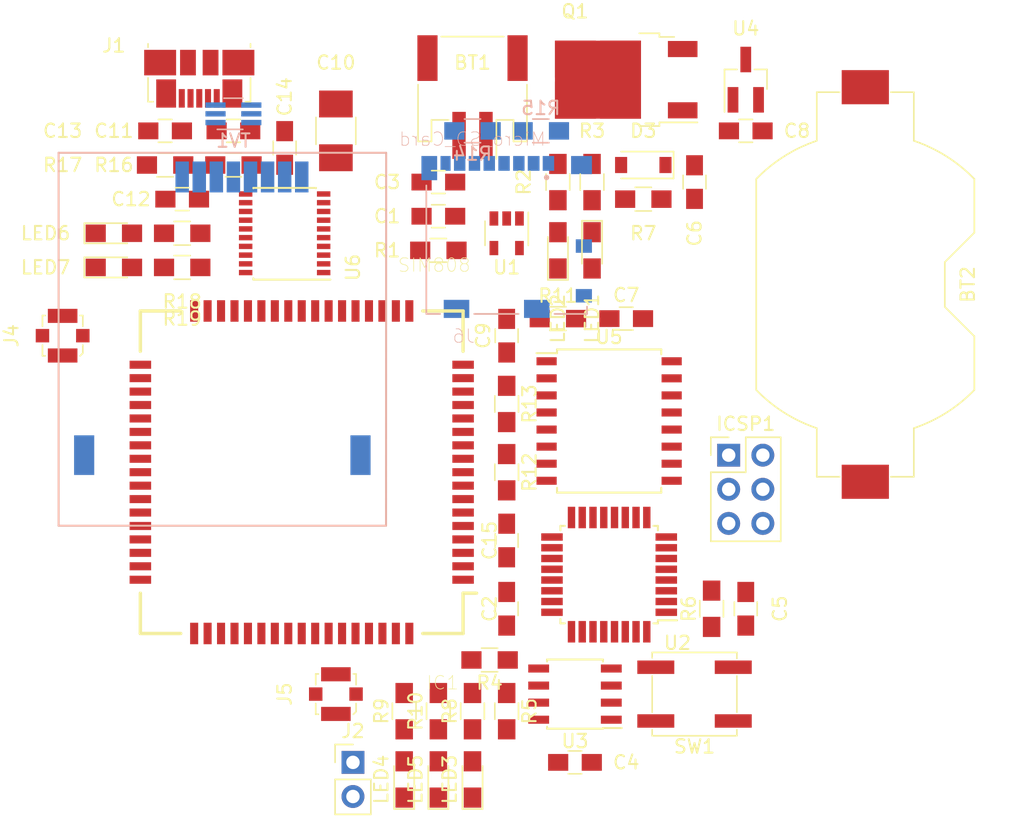
<source format=kicad_pcb>
(kicad_pcb (version 4) (host pcbnew 4.0.6)

  (general
    (links 189)
    (no_connects 185)
    (area 0 0 0 0)
    (thickness 1.6)
    (drawings 0)
    (tracks 0)
    (zones 0)
    (modules 61)
    (nets 111)
  )

  (page A4)
  (layers
    (0 F.Cu signal)
    (31 B.Cu signal)
    (32 B.Adhes user)
    (33 F.Adhes user)
    (34 B.Paste user)
    (35 F.Paste user)
    (36 B.SilkS user)
    (37 F.SilkS user)
    (38 B.Mask user)
    (39 F.Mask user)
    (40 Dwgs.User user)
    (41 Cmts.User user)
    (42 Eco1.User user)
    (43 Eco2.User user)
    (44 Edge.Cuts user)
    (45 Margin user)
    (46 B.CrtYd user)
    (47 F.CrtYd user)
    (48 B.Fab user)
    (49 F.Fab user hide)
  )

  (setup
    (last_trace_width 0.25)
    (trace_clearance 0.2)
    (zone_clearance 0.508)
    (zone_45_only no)
    (trace_min 0.2)
    (segment_width 0.2)
    (edge_width 0.15)
    (via_size 0.6)
    (via_drill 0.4)
    (via_min_size 0.4)
    (via_min_drill 0.3)
    (uvia_size 0.3)
    (uvia_drill 0.1)
    (uvias_allowed no)
    (uvia_min_size 0.2)
    (uvia_min_drill 0.1)
    (pcb_text_width 0.3)
    (pcb_text_size 1.5 1.5)
    (mod_edge_width 0.15)
    (mod_text_size 1 1)
    (mod_text_width 0.15)
    (pad_size 1.524 1.524)
    (pad_drill 0.762)
    (pad_to_mask_clearance 0.2)
    (aux_axis_origin 0 0)
    (visible_elements FFFF733F)
    (pcbplotparams
      (layerselection 0x00030_80000001)
      (usegerberextensions false)
      (excludeedgelayer true)
      (linewidth 0.100000)
      (plotframeref false)
      (viasonmask false)
      (mode 1)
      (useauxorigin false)
      (hpglpennumber 1)
      (hpglpenspeed 20)
      (hpglpendiameter 15)
      (hpglpenoverlay 2)
      (psnegative false)
      (psa4output false)
      (plotreference true)
      (plotvalue true)
      (plotinvisibletext false)
      (padsonsilk false)
      (subtractmaskfromsilk false)
      (outputformat 1)
      (mirror false)
      (drillshape 1)
      (scaleselection 1)
      (outputdirectory ""))
  )

  (net 0 "")
  (net 1 +BATT)
  (net 2 GND)
  (net 3 "Net-(BT2-Pad1)")
  (net 4 VBUS)
  (net 5 "Net-(C2-Pad1)")
  (net 6 +3V3)
  (net 7 /ARD_RST)
  (net 8 /DTR)
  (net 9 "Net-(C6-Pad1)")
  (net 10 /RTC_PWR)
  (net 11 "Net-(C9-Pad1)")
  (net 12 "Net-(C11-Pad1)")
  (net 13 "Net-(C12-Pad1)")
  (net 14 "Net-(C13-Pad1)")
  (net 15 +2V8)
  (net 16 /SIM808_P)
  (net 17 "Net-(IC1-Pad9)")
  (net 18 /SIM808_RI)
  (net 19 "Net-(IC1-Pad11)")
  (net 20 "Net-(IC1-Pad12)")
  (net 21 "Net-(IC1-Pad13)")
  (net 22 /ARD_HRX)
  (net 23 /ARD_HTX)
  (net 24 "Net-(IC1-Pad19)")
  (net 25 "Net-(IC1-Pad20)")
  (net 26 "Net-(IC1-Pad21)")
  (net 27 "Net-(IC1-Pad22)")
  (net 28 "Net-(IC1-Pad23)")
  (net 29 "Net-(IC1-Pad24)")
  (net 30 "Net-(IC1-Pad25)")
  (net 31 "Net-(IC1-Pad26)")
  (net 32 "Net-(IC1-Pad27)")
  (net 33 +1V8)
  (net 34 /SIMDATA)
  (net 35 /SIMCLK)
  (net 36 /SIMRST)
  (net 37 "Net-(IC1-Pad33)")
  (net 38 "Net-(IC1-Pad35)")
  (net 39 "Net-(IC1-Pad37)")
  (net 40 "Net-(IC1-Pad38)")
  (net 41 "Net-(IC1-Pad39)")
  (net 42 "Net-(IC1-Pad41)")
  (net 43 "Net-(IC1-Pad42)")
  (net 44 "Net-(IC1-Pad43)")
  (net 45 "Net-(IC1-Pad44)")
  (net 46 "Net-(IC1-Pad45)")
  (net 47 "Net-(IC1-Pad46)")
  (net 48 "Net-(IC1-Pad47)")
  (net 49 "Net-(IC1-Pad48)")
  (net 50 /SIM808_S)
  (net 51 /NETWORK_LED)
  (net 52 "Net-(IC1-Pad53)")
  (net 53 "Net-(IC1-Pad55)")
  (net 54 "Net-(IC1-Pad56)")
  (net 55 "Net-(IC1-Pad57)")
  (net 56 "Net-(IC1-Pad58)")
  (net 57 "Net-(IC1-Pad59)")
  (net 58 "Net-(IC1-Pad60)")
  (net 59 "Net-(IC1-Pad61)")
  (net 60 "Net-(IC1-Pad62)")
  (net 61 "Net-(IC1-Pad63)")
  (net 62 "Net-(IC1-Pad66)")
  (net 63 /ARD_MISO)
  (net 64 /ARD_SCK)
  (net 65 /ARD_MOSI)
  (net 66 "Net-(J1-Pad4)")
  (net 67 "Net-(J2-Pad2)")
  (net 68 "Net-(J3-Pad6)")
  (net 69 "Net-(J6-Pad8)")
  (net 70 /ARD_IO10)
  (net 71 "Net-(J6-Pad1)")
  (net 72 "Net-(R1-Pad1)")
  (net 73 "Net-(R2-Pad2)")
  (net 74 /SDA)
  (net 75 /SCL)
  (net 76 "Net-(R11-Pad1)")
  (net 77 /WAKE_UP)
  (net 78 "Net-(R16-Pad1)")
  (net 79 "Net-(R17-Pad2)")
  (net 80 "Net-(R18-Pad1)")
  (net 81 "Net-(R19-Pad1)")
  (net 82 "Net-(TV1-Pad6)")
  (net 83 "Net-(U2-Pad7)")
  (net 84 "Net-(U2-Pad8)")
  (net 85 "Net-(U2-Pad11)")
  (net 86 "Net-(U2-Pad19)")
  (net 87 "Net-(U2-Pad22)")
  (net 88 "Net-(U2-Pad23)")
  (net 89 "Net-(U2-Pad24)")
  (net 90 "Net-(U2-Pad25)")
  (net 91 "Net-(U2-Pad26)")
  (net 92 /ARD_RX)
  (net 93 /ARD_TX)
  (net 94 "Net-(U3-Pad7)")
  (net 95 "Net-(U5-Pad1)")
  (net 96 "Net-(U5-Pad4)")
  (net 97 "Net-(U6-Pad2)")
  (net 98 +3V3_FDTI)
  (net 99 "Net-(U6-Pad5)")
  (net 100 "Net-(U6-Pad7)")
  (net 101 "Net-(U6-Pad8)")
  (net 102 "Net-(U6-Pad18)")
  (net 103 "Net-(U6-Pad19)")
  (net 104 "Net-(LED1-Pad1)")
  (net 105 "Net-(LED2-Pad2)")
  (net 106 "Net-(LED3-Pad2)")
  (net 107 "Net-(LED4-Pad2)")
  (net 108 "Net-(LED5-Pad2)")
  (net 109 "Net-(LED6-Pad2)")
  (net 110 "Net-(LED7-Pad2)")

  (net_class Default "This is the default net class."
    (clearance 0.2)
    (trace_width 0.25)
    (via_dia 0.6)
    (via_drill 0.4)
    (uvia_dia 0.3)
    (uvia_drill 0.1)
    (add_net /ARD_HRX)
    (add_net /ARD_HTX)
    (add_net /ARD_IO10)
    (add_net /ARD_MISO)
    (add_net /ARD_MOSI)
    (add_net /ARD_RST)
    (add_net /ARD_RX)
    (add_net /ARD_SCK)
    (add_net /ARD_TX)
    (add_net /DTR)
    (add_net /NETWORK_LED)
    (add_net /RTC_PWR)
    (add_net /SCL)
    (add_net /SDA)
    (add_net /SIM808_P)
    (add_net /SIM808_RI)
    (add_net /SIM808_S)
    (add_net /SIMCLK)
    (add_net /SIMDATA)
    (add_net /SIMRST)
    (add_net /WAKE_UP)
    (add_net GND)
    (add_net "Net-(BT2-Pad1)")
    (add_net "Net-(C11-Pad1)")
    (add_net "Net-(C12-Pad1)")
    (add_net "Net-(C13-Pad1)")
    (add_net "Net-(C2-Pad1)")
    (add_net "Net-(C6-Pad1)")
    (add_net "Net-(C9-Pad1)")
    (add_net "Net-(IC1-Pad11)")
    (add_net "Net-(IC1-Pad12)")
    (add_net "Net-(IC1-Pad13)")
    (add_net "Net-(IC1-Pad19)")
    (add_net "Net-(IC1-Pad20)")
    (add_net "Net-(IC1-Pad21)")
    (add_net "Net-(IC1-Pad22)")
    (add_net "Net-(IC1-Pad23)")
    (add_net "Net-(IC1-Pad24)")
    (add_net "Net-(IC1-Pad25)")
    (add_net "Net-(IC1-Pad26)")
    (add_net "Net-(IC1-Pad27)")
    (add_net "Net-(IC1-Pad33)")
    (add_net "Net-(IC1-Pad35)")
    (add_net "Net-(IC1-Pad37)")
    (add_net "Net-(IC1-Pad38)")
    (add_net "Net-(IC1-Pad39)")
    (add_net "Net-(IC1-Pad41)")
    (add_net "Net-(IC1-Pad42)")
    (add_net "Net-(IC1-Pad43)")
    (add_net "Net-(IC1-Pad44)")
    (add_net "Net-(IC1-Pad45)")
    (add_net "Net-(IC1-Pad46)")
    (add_net "Net-(IC1-Pad47)")
    (add_net "Net-(IC1-Pad48)")
    (add_net "Net-(IC1-Pad53)")
    (add_net "Net-(IC1-Pad55)")
    (add_net "Net-(IC1-Pad56)")
    (add_net "Net-(IC1-Pad57)")
    (add_net "Net-(IC1-Pad58)")
    (add_net "Net-(IC1-Pad59)")
    (add_net "Net-(IC1-Pad60)")
    (add_net "Net-(IC1-Pad61)")
    (add_net "Net-(IC1-Pad62)")
    (add_net "Net-(IC1-Pad63)")
    (add_net "Net-(IC1-Pad66)")
    (add_net "Net-(IC1-Pad9)")
    (add_net "Net-(J1-Pad4)")
    (add_net "Net-(J2-Pad2)")
    (add_net "Net-(J3-Pad6)")
    (add_net "Net-(J6-Pad1)")
    (add_net "Net-(J6-Pad8)")
    (add_net "Net-(LED1-Pad1)")
    (add_net "Net-(LED2-Pad2)")
    (add_net "Net-(LED3-Pad2)")
    (add_net "Net-(LED4-Pad2)")
    (add_net "Net-(LED5-Pad2)")
    (add_net "Net-(LED6-Pad2)")
    (add_net "Net-(LED7-Pad2)")
    (add_net "Net-(R1-Pad1)")
    (add_net "Net-(R11-Pad1)")
    (add_net "Net-(R16-Pad1)")
    (add_net "Net-(R17-Pad2)")
    (add_net "Net-(R18-Pad1)")
    (add_net "Net-(R19-Pad1)")
    (add_net "Net-(R2-Pad2)")
    (add_net "Net-(TV1-Pad6)")
    (add_net "Net-(U2-Pad11)")
    (add_net "Net-(U2-Pad19)")
    (add_net "Net-(U2-Pad22)")
    (add_net "Net-(U2-Pad23)")
    (add_net "Net-(U2-Pad24)")
    (add_net "Net-(U2-Pad25)")
    (add_net "Net-(U2-Pad26)")
    (add_net "Net-(U2-Pad7)")
    (add_net "Net-(U2-Pad8)")
    (add_net "Net-(U3-Pad7)")
    (add_net "Net-(U5-Pad1)")
    (add_net "Net-(U5-Pad4)")
    (add_net "Net-(U6-Pad18)")
    (add_net "Net-(U6-Pad19)")
    (add_net "Net-(U6-Pad2)")
    (add_net "Net-(U6-Pad5)")
    (add_net "Net-(U6-Pad7)")
    (add_net "Net-(U6-Pad8)")
  )

  (net_class High_Power ""
    (clearance 0.2)
    (trace_width 1)
    (via_dia 0.6)
    (via_drill 0.4)
    (uvia_dia 0.3)
    (uvia_drill 0.1)
    (add_net +BATT)
  )

  (net_class Low_power ""
    (clearance 0.2)
    (trace_width 0.3)
    (via_dia 0.6)
    (via_drill 0.4)
    (uvia_dia 0.3)
    (uvia_drill 0.1)
    (add_net +1V8)
    (add_net +2V8)
    (add_net +3V3)
    (add_net +3V3_FDTI)
    (add_net VBUS)
  )

  (module Connectors_JST:JST_PH_S2B-PH-SM4-TB_02x2.00mm_Angled (layer F.Cu) (tedit 5A369315) (tstamp 5A369F65)
    (at 147.32 35.56 180)
    (descr "JST PH series connector, S2B-PH-SM4-TB, side entry type, surface mount, Datasheet: http://www.jst-mfg.com/product/pdf/eng/ePH.pdf")
    (tags "connector jst ph")
    (path /5A3851EA)
    (attr smd)
    (fp_text reference BT1 (at 0 2.54 180) (layer F.SilkS)
      (effects (font (size 1 1) (thickness 0.15)))
    )
    (fp_text value "External battery" (at 0 6.35 180) (layer F.Fab)
      (effects (font (size 1 1) (thickness 0.15)))
    )
    (fp_line (start -3.15 -1.625) (end -3.15 -3.225) (layer F.Fab) (width 0.1))
    (fp_line (start -3.15 -3.225) (end -3.95 -3.225) (layer F.Fab) (width 0.1))
    (fp_line (start -3.95 -3.225) (end -3.95 4.375) (layer F.Fab) (width 0.1))
    (fp_line (start -3.95 4.375) (end 3.95 4.375) (layer F.Fab) (width 0.1))
    (fp_line (start 3.95 4.375) (end 3.95 -3.225) (layer F.Fab) (width 0.1))
    (fp_line (start 3.95 -3.225) (end 3.15 -3.225) (layer F.Fab) (width 0.1))
    (fp_line (start 3.15 -3.225) (end 3.15 -1.625) (layer F.Fab) (width 0.1))
    (fp_line (start 3.15 -1.625) (end -3.15 -1.625) (layer F.Fab) (width 0.1))
    (fp_line (start -1.775 -1.725) (end -3.05 -1.725) (layer F.SilkS) (width 0.12))
    (fp_line (start -3.05 -1.725) (end -3.05 -3.325) (layer F.SilkS) (width 0.12))
    (fp_line (start -3.05 -3.325) (end -4.05 -3.325) (layer F.SilkS) (width 0.12))
    (fp_line (start -4.05 -3.325) (end -4.05 0.9) (layer F.SilkS) (width 0.12))
    (fp_line (start 4.05 0.9) (end 4.05 -3.325) (layer F.SilkS) (width 0.12))
    (fp_line (start 4.05 -3.325) (end 3.05 -3.325) (layer F.SilkS) (width 0.12))
    (fp_line (start 3.05 -3.325) (end 3.05 -1.725) (layer F.SilkS) (width 0.12))
    (fp_line (start 3.05 -1.725) (end 1.775 -1.725) (layer F.SilkS) (width 0.12))
    (fp_line (start -2.325 4.475) (end 2.325 4.475) (layer F.SilkS) (width 0.12))
    (fp_line (start -1.775 -1.725) (end -1.775 -4.625) (layer F.SilkS) (width 0.12))
    (fp_line (start -2 -1.625) (end -1 -0.625) (layer F.Fab) (width 0.1))
    (fp_line (start -1 -0.625) (end 0 -1.625) (layer F.Fab) (width 0.1))
    (fp_line (start -4.6 -5.13) (end -4.6 5.07) (layer F.CrtYd) (width 0.05))
    (fp_line (start -4.6 5.07) (end 4.6 5.07) (layer F.CrtYd) (width 0.05))
    (fp_line (start 4.6 5.07) (end 4.6 -5.13) (layer F.CrtYd) (width 0.05))
    (fp_line (start 4.6 -5.13) (end -4.6 -5.13) (layer F.CrtYd) (width 0.05))
    (fp_text user %R (at 0 1.5 180) (layer F.Fab)
      (effects (font (size 1 1) (thickness 0.15)))
    )
    (pad 1 smd rect (at -1 -2.875 180) (size 1 3.5) (layers F.Cu F.Paste F.Mask)
      (net 1 +BATT))
    (pad 2 smd rect (at 1 -2.875 180) (size 1 3.5) (layers F.Cu F.Paste F.Mask)
      (net 2 GND))
    (pad "" smd rect (at -3.35 2.875 180) (size 1.5 3.4) (layers F.Cu F.Paste F.Mask))
    (pad "" smd rect (at 3.35 2.875 180) (size 1.5 3.4) (layers F.Cu F.Paste F.Mask))
    (model ${KISYS3DMOD}/Connectors_JST.3dshapes/JST_PH_S2B-PH-SM4-TB_02x2.00mm_Angled.wrl
      (at (xyz 0 0 0))
      (scale (xyz 1 1 1))
      (rotate (xyz 0 0 0))
    )
  )

  (module Battery_Holders:Keystone_1058_1x2032-CoinCell (layer F.Cu) (tedit 589EE147) (tstamp 5A369F6B)
    (at 176.53 49.53 90)
    (descr http://www.keyelco.com/product-pdf.cfm?p=14028)
    (tags "Keystone type 1058 coin cell retainer")
    (path /5A37CD58)
    (attr smd)
    (fp_text reference BT2 (at 0 7.62 90) (layer F.SilkS)
      (effects (font (size 1 1) (thickness 0.15)))
    )
    (fp_text value "Backup battery" (at 0 -9.398 90) (layer F.Fab)
      (effects (font (size 1 1) (thickness 0.15)))
    )
    (fp_arc (start 0 0) (end 11.06 4.11) (angle 139.2) (layer F.CrtYd) (width 0.05))
    (fp_arc (start 0 0) (end -11.06 -4.11) (angle 139.2) (layer F.CrtYd) (width 0.05))
    (fp_line (start 11.06 4.11) (end 16.45 4.11) (layer F.CrtYd) (width 0.05))
    (fp_line (start 16.45 4.11) (end 16.45 -4.11) (layer F.CrtYd) (width 0.05))
    (fp_line (start 16.45 -4.11) (end 11.06 -4.11) (layer F.CrtYd) (width 0.05))
    (fp_line (start -16.45 -4.11) (end -11.06 -4.11) (layer F.CrtYd) (width 0.05))
    (fp_line (start -16.45 -4.11) (end -16.45 4.11) (layer F.CrtYd) (width 0.05))
    (fp_line (start -16.45 4.11) (end -11.06 4.11) (layer F.CrtYd) (width 0.05))
    (fp_arc (start 0 0) (end -10.692 3.61) (angle -27.3) (layer F.SilkS) (width 0.12))
    (fp_arc (start 0 0) (end 10.692 -3.61) (angle -27.3) (layer F.SilkS) (width 0.12))
    (fp_arc (start 0 0) (end 10.692 3.61) (angle 27.3) (layer F.SilkS) (width 0.12))
    (fp_arc (start 0 0) (end -10.692 -3.61) (angle 27.3) (layer F.SilkS) (width 0.12))
    (fp_line (start -14.31 1.9) (end -14.31 3.61) (layer F.SilkS) (width 0.12))
    (fp_line (start -10.692 3.61) (end -14.31 3.61) (layer F.SilkS) (width 0.12))
    (fp_line (start -3.86 8.11) (end -7.8473 8.11) (layer F.SilkS) (width 0.12))
    (fp_line (start -1.66 5.91) (end -3.86 8.11) (layer F.SilkS) (width 0.12))
    (fp_line (start 1.66 5.91) (end -1.66 5.91) (layer F.SilkS) (width 0.12))
    (fp_line (start 1.66 5.91) (end 3.86 8.11) (layer F.SilkS) (width 0.12))
    (fp_line (start 7.8473 8.11) (end 3.86 8.11) (layer F.SilkS) (width 0.12))
    (fp_line (start 14.31 1.9) (end 14.31 3.61) (layer F.SilkS) (width 0.12))
    (fp_line (start 14.31 3.61) (end 10.692 3.61) (layer F.SilkS) (width 0.12))
    (fp_line (start 10.692 -3.61) (end 14.31 -3.61) (layer F.SilkS) (width 0.12))
    (fp_line (start 14.31 -1.9) (end 14.31 -3.61) (layer F.SilkS) (width 0.12))
    (fp_line (start -7.8473 -8.11) (end 7.8473 -8.11) (layer F.SilkS) (width 0.12))
    (fp_line (start -14.31 -1.9) (end -14.31 -3.61) (layer F.SilkS) (width 0.12))
    (fp_line (start -14.31 -3.61) (end -10.692 -3.61) (layer F.SilkS) (width 0.12))
    (fp_arc (start 0 0) (end -10.61275 3.5) (angle -27.4635) (layer F.Fab) (width 0.1))
    (fp_arc (start 0 0) (end 10.61275 -3.5) (angle -27.4635) (layer F.Fab) (width 0.1))
    (fp_arc (start 0 0) (end 10.61275 3.5) (angle 27.4635) (layer F.Fab) (width 0.1))
    (fp_line (start 14.2 1.9) (end 14.2 3.5) (layer F.Fab) (width 0.1))
    (fp_line (start 14.2 3.5) (end 10.61275 3.5) (layer F.Fab) (width 0.1))
    (fp_line (start 10.61275 -3.5) (end 14.2 -3.5) (layer F.Fab) (width 0.1))
    (fp_line (start 14.2 -3.5) (end 14.2 -1.9) (layer F.Fab) (width 0.1))
    (fp_line (start -14.2 1.9) (end -14.2 3.5) (layer F.Fab) (width 0.1))
    (fp_line (start -14.2 3.5) (end -10.61275 3.5) (layer F.Fab) (width 0.1))
    (fp_line (start 3.9 8) (end 7.8026 8) (layer F.Fab) (width 0.1))
    (fp_line (start 1.7 5.8) (end 3.9 8) (layer F.Fab) (width 0.1))
    (fp_line (start -1.7 5.8) (end -3.9 8) (layer F.Fab) (width 0.1))
    (fp_line (start -1.7 5.8) (end 1.7 5.8) (layer F.Fab) (width 0.1))
    (fp_line (start -14.2 -3.5) (end -10.61275 -3.5) (layer F.Fab) (width 0.1))
    (fp_line (start -14.2 -3.5) (end -14.2 -1.9) (layer F.Fab) (width 0.1))
    (fp_line (start -3.9 8) (end -7.8026 8) (layer F.Fab) (width 0.1))
    (fp_line (start -7.8026 -8) (end 7.8026 -8) (layer F.Fab) (width 0.1))
    (fp_arc (start 0 0) (end -10.61275 -3.5) (angle 27.4635) (layer F.Fab) (width 0.1))
    (fp_circle (center 0 0) (end 10 0) (layer Dwgs.User) (width 0.15))
    (pad 1 smd rect (at -14.68 0 90) (size 2.54 3.51) (layers F.Cu F.Paste F.Mask)
      (net 3 "Net-(BT2-Pad1)"))
    (pad 2 smd rect (at 14.68 0 90) (size 2.54 3.51) (layers F.Cu F.Paste F.Mask)
      (net 2 GND))
  )

  (module Capacitors_SMD:C_0805_HandSoldering (layer F.Cu) (tedit 5A369381) (tstamp 5A369F71)
    (at 144.78 44.45)
    (descr "Capacitor SMD 0805, hand soldering")
    (tags "capacitor 0805")
    (path /59A2CCEB)
    (attr smd)
    (fp_text reference C1 (at -3.81 0) (layer F.SilkS)
      (effects (font (size 1 1) (thickness 0.15)))
    )
    (fp_text value 4.7uF (at 0 1.75) (layer F.Fab) hide
      (effects (font (size 1 1) (thickness 0.15)))
    )
    (fp_text user %R (at 0 -1.75) (layer F.Fab)
      (effects (font (size 1 1) (thickness 0.15)))
    )
    (fp_line (start -1 0.62) (end -1 -0.62) (layer F.Fab) (width 0.1))
    (fp_line (start 1 0.62) (end -1 0.62) (layer F.Fab) (width 0.1))
    (fp_line (start 1 -0.62) (end 1 0.62) (layer F.Fab) (width 0.1))
    (fp_line (start -1 -0.62) (end 1 -0.62) (layer F.Fab) (width 0.1))
    (fp_line (start 0.5 -0.85) (end -0.5 -0.85) (layer F.SilkS) (width 0.12))
    (fp_line (start -0.5 0.85) (end 0.5 0.85) (layer F.SilkS) (width 0.12))
    (fp_line (start -2.25 -0.88) (end 2.25 -0.88) (layer F.CrtYd) (width 0.05))
    (fp_line (start -2.25 -0.88) (end -2.25 0.87) (layer F.CrtYd) (width 0.05))
    (fp_line (start 2.25 0.87) (end 2.25 -0.88) (layer F.CrtYd) (width 0.05))
    (fp_line (start 2.25 0.87) (end -2.25 0.87) (layer F.CrtYd) (width 0.05))
    (pad 1 smd rect (at -1.25 0) (size 1.5 1.25) (layers F.Cu F.Paste F.Mask)
      (net 2 GND))
    (pad 2 smd rect (at 1.25 0) (size 1.5 1.25) (layers F.Cu F.Paste F.Mask)
      (net 4 VBUS))
    (model Capacitors_SMD.3dshapes/C_0805.wrl
      (at (xyz 0 0 0))
      (scale (xyz 1 1 1))
      (rotate (xyz 0 0 0))
    )
  )

  (module Capacitors_SMD:C_0805_HandSoldering (layer F.Cu) (tedit 5A36A85F) (tstamp 5A369F77)
    (at 149.86 73.66 270)
    (descr "Capacitor SMD 0805, hand soldering")
    (tags "capacitor 0805")
    (path /5A2FC40B)
    (attr smd)
    (fp_text reference C2 (at 0 1.27 270) (layer F.SilkS)
      (effects (font (size 1 1) (thickness 0.15)))
    )
    (fp_text value 0.1uF (at 0 1.75 270) (layer F.Fab) hide
      (effects (font (size 1 1) (thickness 0.15)))
    )
    (fp_text user %R (at 0 -1.75 270) (layer F.Fab)
      (effects (font (size 1 1) (thickness 0.15)))
    )
    (fp_line (start -1 0.62) (end -1 -0.62) (layer F.Fab) (width 0.1))
    (fp_line (start 1 0.62) (end -1 0.62) (layer F.Fab) (width 0.1))
    (fp_line (start 1 -0.62) (end 1 0.62) (layer F.Fab) (width 0.1))
    (fp_line (start -1 -0.62) (end 1 -0.62) (layer F.Fab) (width 0.1))
    (fp_line (start 0.5 -0.85) (end -0.5 -0.85) (layer F.SilkS) (width 0.12))
    (fp_line (start -0.5 0.85) (end 0.5 0.85) (layer F.SilkS) (width 0.12))
    (fp_line (start -2.25 -0.88) (end 2.25 -0.88) (layer F.CrtYd) (width 0.05))
    (fp_line (start -2.25 -0.88) (end -2.25 0.87) (layer F.CrtYd) (width 0.05))
    (fp_line (start 2.25 0.87) (end 2.25 -0.88) (layer F.CrtYd) (width 0.05))
    (fp_line (start 2.25 0.87) (end -2.25 0.87) (layer F.CrtYd) (width 0.05))
    (pad 1 smd rect (at -1.25 0 270) (size 1.5 1.25) (layers F.Cu F.Paste F.Mask)
      (net 5 "Net-(C2-Pad1)"))
    (pad 2 smd rect (at 1.25 0 270) (size 1.5 1.25) (layers F.Cu F.Paste F.Mask)
      (net 2 GND))
    (model Capacitors_SMD.3dshapes/C_0805.wrl
      (at (xyz 0 0 0))
      (scale (xyz 1 1 1))
      (rotate (xyz 0 0 0))
    )
  )

  (module Capacitors_SMD:C_0805_HandSoldering (layer F.Cu) (tedit 5A3691B6) (tstamp 5A369F7D)
    (at 144.78 41.91 180)
    (descr "Capacitor SMD 0805, hand soldering")
    (tags "capacitor 0805")
    (path /59A2CDFC)
    (attr smd)
    (fp_text reference C3 (at 3.81 0 180) (layer F.SilkS)
      (effects (font (size 1 1) (thickness 0.15)))
    )
    (fp_text value 4.7uF (at 0 1.75 180) (layer F.Fab) hide
      (effects (font (size 1 1) (thickness 0.15)))
    )
    (fp_text user %R (at 0 -1.75 180) (layer F.Fab)
      (effects (font (size 1 1) (thickness 0.15)))
    )
    (fp_line (start -1 0.62) (end -1 -0.62) (layer F.Fab) (width 0.1))
    (fp_line (start 1 0.62) (end -1 0.62) (layer F.Fab) (width 0.1))
    (fp_line (start 1 -0.62) (end 1 0.62) (layer F.Fab) (width 0.1))
    (fp_line (start -1 -0.62) (end 1 -0.62) (layer F.Fab) (width 0.1))
    (fp_line (start 0.5 -0.85) (end -0.5 -0.85) (layer F.SilkS) (width 0.12))
    (fp_line (start -0.5 0.85) (end 0.5 0.85) (layer F.SilkS) (width 0.12))
    (fp_line (start -2.25 -0.88) (end 2.25 -0.88) (layer F.CrtYd) (width 0.05))
    (fp_line (start -2.25 -0.88) (end -2.25 0.87) (layer F.CrtYd) (width 0.05))
    (fp_line (start 2.25 0.87) (end 2.25 -0.88) (layer F.CrtYd) (width 0.05))
    (fp_line (start 2.25 0.87) (end -2.25 0.87) (layer F.CrtYd) (width 0.05))
    (pad 1 smd rect (at -1.25 0 180) (size 1.5 1.25) (layers F.Cu F.Paste F.Mask)
      (net 1 +BATT))
    (pad 2 smd rect (at 1.25 0 180) (size 1.5 1.25) (layers F.Cu F.Paste F.Mask)
      (net 2 GND))
    (model Capacitors_SMD.3dshapes/C_0805.wrl
      (at (xyz 0 0 0))
      (scale (xyz 1 1 1))
      (rotate (xyz 0 0 0))
    )
  )

  (module Capacitors_SMD:C_0805_HandSoldering (layer F.Cu) (tedit 5A36A911) (tstamp 5A369F83)
    (at 154.94 85.09)
    (descr "Capacitor SMD 0805, hand soldering")
    (tags "capacitor 0805")
    (path /5A32DDE4)
    (attr smd)
    (fp_text reference C4 (at 3.81 0) (layer F.SilkS)
      (effects (font (size 1 1) (thickness 0.15)))
    )
    (fp_text value 0.1uF (at 0 1.75) (layer F.Fab) hide
      (effects (font (size 1 1) (thickness 0.15)))
    )
    (fp_text user %R (at 0 -1.75) (layer F.Fab)
      (effects (font (size 1 1) (thickness 0.15)))
    )
    (fp_line (start -1 0.62) (end -1 -0.62) (layer F.Fab) (width 0.1))
    (fp_line (start 1 0.62) (end -1 0.62) (layer F.Fab) (width 0.1))
    (fp_line (start 1 -0.62) (end 1 0.62) (layer F.Fab) (width 0.1))
    (fp_line (start -1 -0.62) (end 1 -0.62) (layer F.Fab) (width 0.1))
    (fp_line (start 0.5 -0.85) (end -0.5 -0.85) (layer F.SilkS) (width 0.12))
    (fp_line (start -0.5 0.85) (end 0.5 0.85) (layer F.SilkS) (width 0.12))
    (fp_line (start -2.25 -0.88) (end 2.25 -0.88) (layer F.CrtYd) (width 0.05))
    (fp_line (start -2.25 -0.88) (end -2.25 0.87) (layer F.CrtYd) (width 0.05))
    (fp_line (start 2.25 0.87) (end 2.25 -0.88) (layer F.CrtYd) (width 0.05))
    (fp_line (start 2.25 0.87) (end -2.25 0.87) (layer F.CrtYd) (width 0.05))
    (pad 1 smd rect (at -1.25 0) (size 1.5 1.25) (layers F.Cu F.Paste F.Mask)
      (net 6 +3V3))
    (pad 2 smd rect (at 1.25 0) (size 1.5 1.25) (layers F.Cu F.Paste F.Mask)
      (net 2 GND))
    (model Capacitors_SMD.3dshapes/C_0805.wrl
      (at (xyz 0 0 0))
      (scale (xyz 1 1 1))
      (rotate (xyz 0 0 0))
    )
  )

  (module Capacitors_SMD:C_0805_HandSoldering (layer F.Cu) (tedit 5A36A90A) (tstamp 5A369F89)
    (at 167.64 73.66 90)
    (descr "Capacitor SMD 0805, hand soldering")
    (tags "capacitor 0805")
    (path /59A3625C)
    (attr smd)
    (fp_text reference C5 (at 0 2.54 90) (layer F.SilkS)
      (effects (font (size 1 1) (thickness 0.15)))
    )
    (fp_text value 0.1uF (at 0 1.75 90) (layer F.Fab) hide
      (effects (font (size 1 1) (thickness 0.15)))
    )
    (fp_text user %R (at 0 -1.75 90) (layer F.Fab)
      (effects (font (size 1 1) (thickness 0.15)))
    )
    (fp_line (start -1 0.62) (end -1 -0.62) (layer F.Fab) (width 0.1))
    (fp_line (start 1 0.62) (end -1 0.62) (layer F.Fab) (width 0.1))
    (fp_line (start 1 -0.62) (end 1 0.62) (layer F.Fab) (width 0.1))
    (fp_line (start -1 -0.62) (end 1 -0.62) (layer F.Fab) (width 0.1))
    (fp_line (start 0.5 -0.85) (end -0.5 -0.85) (layer F.SilkS) (width 0.12))
    (fp_line (start -0.5 0.85) (end 0.5 0.85) (layer F.SilkS) (width 0.12))
    (fp_line (start -2.25 -0.88) (end 2.25 -0.88) (layer F.CrtYd) (width 0.05))
    (fp_line (start -2.25 -0.88) (end -2.25 0.87) (layer F.CrtYd) (width 0.05))
    (fp_line (start 2.25 0.87) (end 2.25 -0.88) (layer F.CrtYd) (width 0.05))
    (fp_line (start 2.25 0.87) (end -2.25 0.87) (layer F.CrtYd) (width 0.05))
    (pad 1 smd rect (at -1.25 0 90) (size 1.5 1.25) (layers F.Cu F.Paste F.Mask)
      (net 7 /ARD_RST))
    (pad 2 smd rect (at 1.25 0 90) (size 1.5 1.25) (layers F.Cu F.Paste F.Mask)
      (net 8 /DTR))
    (model Capacitors_SMD.3dshapes/C_0805.wrl
      (at (xyz 0 0 0))
      (scale (xyz 1 1 1))
      (rotate (xyz 0 0 0))
    )
  )

  (module Capacitors_SMD:C_0805_HandSoldering (layer F.Cu) (tedit 5A36A5BC) (tstamp 5A369F8F)
    (at 163.83 41.91 270)
    (descr "Capacitor SMD 0805, hand soldering")
    (tags "capacitor 0805")
    (path /5A324C37)
    (attr smd)
    (fp_text reference C6 (at 3.81 0 270) (layer F.SilkS)
      (effects (font (size 1 1) (thickness 0.15)))
    )
    (fp_text value 1uF (at 0 1.75 270) (layer F.Fab) hide
      (effects (font (size 1 1) (thickness 0.15)))
    )
    (fp_text user %R (at 0 -1.75 270) (layer F.Fab)
      (effects (font (size 1 1) (thickness 0.15)))
    )
    (fp_line (start -1 0.62) (end -1 -0.62) (layer F.Fab) (width 0.1))
    (fp_line (start 1 0.62) (end -1 0.62) (layer F.Fab) (width 0.1))
    (fp_line (start 1 -0.62) (end 1 0.62) (layer F.Fab) (width 0.1))
    (fp_line (start -1 -0.62) (end 1 -0.62) (layer F.Fab) (width 0.1))
    (fp_line (start 0.5 -0.85) (end -0.5 -0.85) (layer F.SilkS) (width 0.12))
    (fp_line (start -0.5 0.85) (end 0.5 0.85) (layer F.SilkS) (width 0.12))
    (fp_line (start -2.25 -0.88) (end 2.25 -0.88) (layer F.CrtYd) (width 0.05))
    (fp_line (start -2.25 -0.88) (end -2.25 0.87) (layer F.CrtYd) (width 0.05))
    (fp_line (start 2.25 0.87) (end 2.25 -0.88) (layer F.CrtYd) (width 0.05))
    (fp_line (start 2.25 0.87) (end -2.25 0.87) (layer F.CrtYd) (width 0.05))
    (pad 1 smd rect (at -1.25 0 270) (size 1.5 1.25) (layers F.Cu F.Paste F.Mask)
      (net 9 "Net-(C6-Pad1)"))
    (pad 2 smd rect (at 1.25 0 270) (size 1.5 1.25) (layers F.Cu F.Paste F.Mask)
      (net 2 GND))
    (model Capacitors_SMD.3dshapes/C_0805.wrl
      (at (xyz 0 0 0))
      (scale (xyz 1 1 1))
      (rotate (xyz 0 0 0))
    )
  )

  (module Capacitors_SMD:C_0805_HandSoldering (layer F.Cu) (tedit 5A36AA91) (tstamp 5A369F95)
    (at 158.75 52.07)
    (descr "Capacitor SMD 0805, hand soldering")
    (tags "capacitor 0805")
    (path /5A3745DB)
    (attr smd)
    (fp_text reference C7 (at 0 -1.75) (layer F.SilkS)
      (effects (font (size 1 1) (thickness 0.15)))
    )
    (fp_text value 0.1uF (at 0 1.75) (layer F.Fab) hide
      (effects (font (size 1 1) (thickness 0.15)))
    )
    (fp_text user %R (at 0 -1.75) (layer F.Fab)
      (effects (font (size 1 1) (thickness 0.15)))
    )
    (fp_line (start -1 0.62) (end -1 -0.62) (layer F.Fab) (width 0.1))
    (fp_line (start 1 0.62) (end -1 0.62) (layer F.Fab) (width 0.1))
    (fp_line (start 1 -0.62) (end 1 0.62) (layer F.Fab) (width 0.1))
    (fp_line (start -1 -0.62) (end 1 -0.62) (layer F.Fab) (width 0.1))
    (fp_line (start 0.5 -0.85) (end -0.5 -0.85) (layer F.SilkS) (width 0.12))
    (fp_line (start -0.5 0.85) (end 0.5 0.85) (layer F.SilkS) (width 0.12))
    (fp_line (start -2.25 -0.88) (end 2.25 -0.88) (layer F.CrtYd) (width 0.05))
    (fp_line (start -2.25 -0.88) (end -2.25 0.87) (layer F.CrtYd) (width 0.05))
    (fp_line (start 2.25 0.87) (end 2.25 -0.88) (layer F.CrtYd) (width 0.05))
    (fp_line (start 2.25 0.87) (end -2.25 0.87) (layer F.CrtYd) (width 0.05))
    (pad 1 smd rect (at -1.25 0) (size 1.5 1.25) (layers F.Cu F.Paste F.Mask)
      (net 10 /RTC_PWR))
    (pad 2 smd rect (at 1.25 0) (size 1.5 1.25) (layers F.Cu F.Paste F.Mask)
      (net 2 GND))
    (model Capacitors_SMD.3dshapes/C_0805.wrl
      (at (xyz 0 0 0))
      (scale (xyz 1 1 1))
      (rotate (xyz 0 0 0))
    )
  )

  (module Capacitors_SMD:C_0805_HandSoldering (layer F.Cu) (tedit 5A36A4C4) (tstamp 5A369F9B)
    (at 167.64 38.1 180)
    (descr "Capacitor SMD 0805, hand soldering")
    (tags "capacitor 0805")
    (path /5A323F60)
    (attr smd)
    (fp_text reference C8 (at -3.81 0 180) (layer F.SilkS)
      (effects (font (size 1 1) (thickness 0.15)))
    )
    (fp_text value 1uF (at 0 1.75 180) (layer F.Fab) hide
      (effects (font (size 1 1) (thickness 0.15)))
    )
    (fp_text user %R (at 0 -1.75 180) (layer F.Fab)
      (effects (font (size 1 1) (thickness 0.15)))
    )
    (fp_line (start -1 0.62) (end -1 -0.62) (layer F.Fab) (width 0.1))
    (fp_line (start 1 0.62) (end -1 0.62) (layer F.Fab) (width 0.1))
    (fp_line (start 1 -0.62) (end 1 0.62) (layer F.Fab) (width 0.1))
    (fp_line (start -1 -0.62) (end 1 -0.62) (layer F.Fab) (width 0.1))
    (fp_line (start 0.5 -0.85) (end -0.5 -0.85) (layer F.SilkS) (width 0.12))
    (fp_line (start -0.5 0.85) (end 0.5 0.85) (layer F.SilkS) (width 0.12))
    (fp_line (start -2.25 -0.88) (end 2.25 -0.88) (layer F.CrtYd) (width 0.05))
    (fp_line (start -2.25 -0.88) (end -2.25 0.87) (layer F.CrtYd) (width 0.05))
    (fp_line (start 2.25 0.87) (end 2.25 -0.88) (layer F.CrtYd) (width 0.05))
    (fp_line (start 2.25 0.87) (end -2.25 0.87) (layer F.CrtYd) (width 0.05))
    (pad 1 smd rect (at -1.25 0 180) (size 1.5 1.25) (layers F.Cu F.Paste F.Mask)
      (net 6 +3V3))
    (pad 2 smd rect (at 1.25 0 180) (size 1.5 1.25) (layers F.Cu F.Paste F.Mask)
      (net 2 GND))
    (model Capacitors_SMD.3dshapes/C_0805.wrl
      (at (xyz 0 0 0))
      (scale (xyz 1 1 1))
      (rotate (xyz 0 0 0))
    )
  )

  (module Capacitors_SMD:C_0805_HandSoldering (layer F.Cu) (tedit 5A36A22E) (tstamp 5A369FA1)
    (at 149.86 53.34 90)
    (descr "Capacitor SMD 0805, hand soldering")
    (tags "capacitor 0805")
    (path /5A3A0698)
    (attr smd)
    (fp_text reference C9 (at 0 -1.75 90) (layer F.SilkS)
      (effects (font (size 1 1) (thickness 0.15)))
    )
    (fp_text value 10uF (at 0 1.75 90) (layer F.Fab) hide
      (effects (font (size 1 1) (thickness 0.15)))
    )
    (fp_text user %R (at 0 -1.75 90) (layer F.Fab)
      (effects (font (size 1 1) (thickness 0.15)))
    )
    (fp_line (start -1 0.62) (end -1 -0.62) (layer F.Fab) (width 0.1))
    (fp_line (start 1 0.62) (end -1 0.62) (layer F.Fab) (width 0.1))
    (fp_line (start 1 -0.62) (end 1 0.62) (layer F.Fab) (width 0.1))
    (fp_line (start -1 -0.62) (end 1 -0.62) (layer F.Fab) (width 0.1))
    (fp_line (start 0.5 -0.85) (end -0.5 -0.85) (layer F.SilkS) (width 0.12))
    (fp_line (start -0.5 0.85) (end 0.5 0.85) (layer F.SilkS) (width 0.12))
    (fp_line (start -2.25 -0.88) (end 2.25 -0.88) (layer F.CrtYd) (width 0.05))
    (fp_line (start -2.25 -0.88) (end -2.25 0.87) (layer F.CrtYd) (width 0.05))
    (fp_line (start 2.25 0.87) (end 2.25 -0.88) (layer F.CrtYd) (width 0.05))
    (fp_line (start 2.25 0.87) (end -2.25 0.87) (layer F.CrtYd) (width 0.05))
    (pad 1 smd rect (at -1.25 0 90) (size 1.5 1.25) (layers F.Cu F.Paste F.Mask)
      (net 11 "Net-(C9-Pad1)"))
    (pad 2 smd rect (at 1.25 0 90) (size 1.5 1.25) (layers F.Cu F.Paste F.Mask)
      (net 2 GND))
    (model Capacitors_SMD.3dshapes/C_0805.wrl
      (at (xyz 0 0 0))
      (scale (xyz 1 1 1))
      (rotate (xyz 0 0 0))
    )
  )

  (module Capacitors_SMD:C_1210_HandSoldering (layer F.Cu) (tedit 5A369EE1) (tstamp 5A369FA7)
    (at 137.16 38.1 90)
    (descr "Capacitor SMD 1210, hand soldering")
    (tags "capacitor 1210")
    (path /5A36795F/5A371566)
    (attr smd)
    (fp_text reference C10 (at 5.08 0 180) (layer F.SilkS)
      (effects (font (size 1 1) (thickness 0.15)))
    )
    (fp_text value 4.7uF (at 0 2.5 90) (layer F.Fab) hide
      (effects (font (size 1 1) (thickness 0.15)))
    )
    (fp_text user %R (at 0 -2.25 90) (layer F.Fab)
      (effects (font (size 1 1) (thickness 0.15)))
    )
    (fp_line (start -1.6 1.25) (end -1.6 -1.25) (layer F.Fab) (width 0.1))
    (fp_line (start 1.6 1.25) (end -1.6 1.25) (layer F.Fab) (width 0.1))
    (fp_line (start 1.6 -1.25) (end 1.6 1.25) (layer F.Fab) (width 0.1))
    (fp_line (start -1.6 -1.25) (end 1.6 -1.25) (layer F.Fab) (width 0.1))
    (fp_line (start 1 -1.48) (end -1 -1.48) (layer F.SilkS) (width 0.12))
    (fp_line (start -1 1.48) (end 1 1.48) (layer F.SilkS) (width 0.12))
    (fp_line (start -3.25 -1.5) (end 3.25 -1.5) (layer F.CrtYd) (width 0.05))
    (fp_line (start -3.25 -1.5) (end -3.25 1.5) (layer F.CrtYd) (width 0.05))
    (fp_line (start 3.25 1.5) (end 3.25 -1.5) (layer F.CrtYd) (width 0.05))
    (fp_line (start 3.25 1.5) (end -3.25 1.5) (layer F.CrtYd) (width 0.05))
    (pad 1 smd rect (at -2 0 90) (size 2 2.5) (layers F.Cu F.Paste F.Mask)
      (net 4 VBUS))
    (pad 2 smd rect (at 2 0 90) (size 2 2.5) (layers F.Cu F.Paste F.Mask)
      (net 2 GND))
    (model Capacitors_SMD.3dshapes/C_1210.wrl
      (at (xyz 0 0 0))
      (scale (xyz 1 1 1))
      (rotate (xyz 0 0 0))
    )
  )

  (module Capacitors_SMD:C_0805_HandSoldering (layer F.Cu) (tedit 5A369ED7) (tstamp 5A369FAD)
    (at 129.54 38.1)
    (descr "Capacitor SMD 0805, hand soldering")
    (tags "capacitor 0805")
    (path /5A36795F/5A368502)
    (attr smd)
    (fp_text reference C11 (at -8.89 0) (layer F.SilkS)
      (effects (font (size 1 1) (thickness 0.15)))
    )
    (fp_text value 47pF (at 0 1.75) (layer F.Fab) hide
      (effects (font (size 1 1) (thickness 0.15)))
    )
    (fp_text user %R (at 0 -1.75) (layer F.Fab)
      (effects (font (size 1 1) (thickness 0.15)))
    )
    (fp_line (start -1 0.62) (end -1 -0.62) (layer F.Fab) (width 0.1))
    (fp_line (start 1 0.62) (end -1 0.62) (layer F.Fab) (width 0.1))
    (fp_line (start 1 -0.62) (end 1 0.62) (layer F.Fab) (width 0.1))
    (fp_line (start -1 -0.62) (end 1 -0.62) (layer F.Fab) (width 0.1))
    (fp_line (start 0.5 -0.85) (end -0.5 -0.85) (layer F.SilkS) (width 0.12))
    (fp_line (start -0.5 0.85) (end 0.5 0.85) (layer F.SilkS) (width 0.12))
    (fp_line (start -2.25 -0.88) (end 2.25 -0.88) (layer F.CrtYd) (width 0.05))
    (fp_line (start -2.25 -0.88) (end -2.25 0.87) (layer F.CrtYd) (width 0.05))
    (fp_line (start 2.25 0.87) (end 2.25 -0.88) (layer F.CrtYd) (width 0.05))
    (fp_line (start 2.25 0.87) (end -2.25 0.87) (layer F.CrtYd) (width 0.05))
    (pad 1 smd rect (at -1.25 0) (size 1.5 1.25) (layers F.Cu F.Paste F.Mask)
      (net 12 "Net-(C11-Pad1)"))
    (pad 2 smd rect (at 1.25 0) (size 1.5 1.25) (layers F.Cu F.Paste F.Mask)
      (net 2 GND))
    (model Capacitors_SMD.3dshapes/C_0805.wrl
      (at (xyz 0 0 0))
      (scale (xyz 1 1 1))
      (rotate (xyz 0 0 0))
    )
  )

  (module Capacitors_SMD:C_0805_HandSoldering (layer F.Cu) (tedit 5A36A02E) (tstamp 5A369FB3)
    (at 125.73 43.18 180)
    (descr "Capacitor SMD 0805, hand soldering")
    (tags "capacitor 0805")
    (path /5A36795F/5A368395)
    (attr smd)
    (fp_text reference C12 (at 3.81 0 180) (layer F.SilkS)
      (effects (font (size 1 1) (thickness 0.15)))
    )
    (fp_text value 0.1uF (at 0 1.75 180) (layer F.Fab) hide
      (effects (font (size 1 1) (thickness 0.15)))
    )
    (fp_text user %R (at 0 -1.75 180) (layer F.Fab)
      (effects (font (size 1 1) (thickness 0.15)))
    )
    (fp_line (start -1 0.62) (end -1 -0.62) (layer F.Fab) (width 0.1))
    (fp_line (start 1 0.62) (end -1 0.62) (layer F.Fab) (width 0.1))
    (fp_line (start 1 -0.62) (end 1 0.62) (layer F.Fab) (width 0.1))
    (fp_line (start -1 -0.62) (end 1 -0.62) (layer F.Fab) (width 0.1))
    (fp_line (start 0.5 -0.85) (end -0.5 -0.85) (layer F.SilkS) (width 0.12))
    (fp_line (start -0.5 0.85) (end 0.5 0.85) (layer F.SilkS) (width 0.12))
    (fp_line (start -2.25 -0.88) (end 2.25 -0.88) (layer F.CrtYd) (width 0.05))
    (fp_line (start -2.25 -0.88) (end -2.25 0.87) (layer F.CrtYd) (width 0.05))
    (fp_line (start 2.25 0.87) (end 2.25 -0.88) (layer F.CrtYd) (width 0.05))
    (fp_line (start 2.25 0.87) (end -2.25 0.87) (layer F.CrtYd) (width 0.05))
    (pad 1 smd rect (at -1.25 0 180) (size 1.5 1.25) (layers F.Cu F.Paste F.Mask)
      (net 13 "Net-(C12-Pad1)"))
    (pad 2 smd rect (at 1.25 0 180) (size 1.5 1.25) (layers F.Cu F.Paste F.Mask)
      (net 2 GND))
    (model Capacitors_SMD.3dshapes/C_0805.wrl
      (at (xyz 0 0 0))
      (scale (xyz 1 1 1))
      (rotate (xyz 0 0 0))
    )
  )

  (module Capacitors_SMD:C_0805_HandSoldering (layer F.Cu) (tedit 5A369EDA) (tstamp 5A369FB9)
    (at 124.46 38.1 180)
    (descr "Capacitor SMD 0805, hand soldering")
    (tags "capacitor 0805")
    (path /5A36795F/5A3683E7)
    (attr smd)
    (fp_text reference C13 (at 7.62 0 180) (layer F.SilkS)
      (effects (font (size 1 1) (thickness 0.15)))
    )
    (fp_text value 47pF (at 0 1.75 180) (layer F.Fab) hide
      (effects (font (size 1 1) (thickness 0.15)))
    )
    (fp_text user %R (at 0 -1.75 180) (layer F.Fab)
      (effects (font (size 1 1) (thickness 0.15)))
    )
    (fp_line (start -1 0.62) (end -1 -0.62) (layer F.Fab) (width 0.1))
    (fp_line (start 1 0.62) (end -1 0.62) (layer F.Fab) (width 0.1))
    (fp_line (start 1 -0.62) (end 1 0.62) (layer F.Fab) (width 0.1))
    (fp_line (start -1 -0.62) (end 1 -0.62) (layer F.Fab) (width 0.1))
    (fp_line (start 0.5 -0.85) (end -0.5 -0.85) (layer F.SilkS) (width 0.12))
    (fp_line (start -0.5 0.85) (end 0.5 0.85) (layer F.SilkS) (width 0.12))
    (fp_line (start -2.25 -0.88) (end 2.25 -0.88) (layer F.CrtYd) (width 0.05))
    (fp_line (start -2.25 -0.88) (end -2.25 0.87) (layer F.CrtYd) (width 0.05))
    (fp_line (start 2.25 0.87) (end 2.25 -0.88) (layer F.CrtYd) (width 0.05))
    (fp_line (start 2.25 0.87) (end -2.25 0.87) (layer F.CrtYd) (width 0.05))
    (pad 1 smd rect (at -1.25 0 180) (size 1.5 1.25) (layers F.Cu F.Paste F.Mask)
      (net 14 "Net-(C13-Pad1)"))
    (pad 2 smd rect (at 1.25 0 180) (size 1.5 1.25) (layers F.Cu F.Paste F.Mask)
      (net 2 GND))
    (model Capacitors_SMD.3dshapes/C_0805.wrl
      (at (xyz 0 0 0))
      (scale (xyz 1 1 1))
      (rotate (xyz 0 0 0))
    )
  )

  (module Capacitors_SMD:C_0805_HandSoldering (layer F.Cu) (tedit 5A369EC2) (tstamp 5A369FBF)
    (at 133.35 39.37 90)
    (descr "Capacitor SMD 0805, hand soldering")
    (tags "capacitor 0805")
    (path /5A36795F/5A368425)
    (attr smd)
    (fp_text reference C14 (at 3.81 0 90) (layer F.SilkS)
      (effects (font (size 1 1) (thickness 0.15)))
    )
    (fp_text value 0.1uF (at 0 1.75 90) (layer F.Fab) hide
      (effects (font (size 1 1) (thickness 0.15)))
    )
    (fp_text user %R (at 0 -1.75 90) (layer F.Fab)
      (effects (font (size 1 1) (thickness 0.15)))
    )
    (fp_line (start -1 0.62) (end -1 -0.62) (layer F.Fab) (width 0.1))
    (fp_line (start 1 0.62) (end -1 0.62) (layer F.Fab) (width 0.1))
    (fp_line (start 1 -0.62) (end 1 0.62) (layer F.Fab) (width 0.1))
    (fp_line (start -1 -0.62) (end 1 -0.62) (layer F.Fab) (width 0.1))
    (fp_line (start 0.5 -0.85) (end -0.5 -0.85) (layer F.SilkS) (width 0.12))
    (fp_line (start -0.5 0.85) (end 0.5 0.85) (layer F.SilkS) (width 0.12))
    (fp_line (start -2.25 -0.88) (end 2.25 -0.88) (layer F.CrtYd) (width 0.05))
    (fp_line (start -2.25 -0.88) (end -2.25 0.87) (layer F.CrtYd) (width 0.05))
    (fp_line (start 2.25 0.87) (end 2.25 -0.88) (layer F.CrtYd) (width 0.05))
    (fp_line (start 2.25 0.87) (end -2.25 0.87) (layer F.CrtYd) (width 0.05))
    (pad 1 smd rect (at -1.25 0 90) (size 1.5 1.25) (layers F.Cu F.Paste F.Mask)
      (net 4 VBUS))
    (pad 2 smd rect (at 1.25 0 90) (size 1.5 1.25) (layers F.Cu F.Paste F.Mask)
      (net 2 GND))
    (model Capacitors_SMD.3dshapes/C_0805.wrl
      (at (xyz 0 0 0))
      (scale (xyz 1 1 1))
      (rotate (xyz 0 0 0))
    )
  )

  (module Diodes_SMD:D_SOD-123 (layer F.Cu) (tedit 5A36A645) (tstamp 5A369FC5)
    (at 160.02 40.64 180)
    (descr SOD-123)
    (tags SOD-123)
    (path /5A3543A0)
    (attr smd)
    (fp_text reference D3 (at 0 2.54 180) (layer F.SilkS)
      (effects (font (size 1 1) (thickness 0.15)))
    )
    (fp_text value B130LAW (at 0 2.1 180) (layer F.Fab) hide
      (effects (font (size 1 1) (thickness 0.15)))
    )
    (fp_text user %R (at 0 -2 180) (layer F.Fab)
      (effects (font (size 1 1) (thickness 0.15)))
    )
    (fp_line (start -2.25 -1) (end -2.25 1) (layer F.SilkS) (width 0.12))
    (fp_line (start 0.25 0) (end 0.75 0) (layer F.Fab) (width 0.1))
    (fp_line (start 0.25 0.4) (end -0.35 0) (layer F.Fab) (width 0.1))
    (fp_line (start 0.25 -0.4) (end 0.25 0.4) (layer F.Fab) (width 0.1))
    (fp_line (start -0.35 0) (end 0.25 -0.4) (layer F.Fab) (width 0.1))
    (fp_line (start -0.35 0) (end -0.35 0.55) (layer F.Fab) (width 0.1))
    (fp_line (start -0.35 0) (end -0.35 -0.55) (layer F.Fab) (width 0.1))
    (fp_line (start -0.75 0) (end -0.35 0) (layer F.Fab) (width 0.1))
    (fp_line (start -1.4 0.9) (end -1.4 -0.9) (layer F.Fab) (width 0.1))
    (fp_line (start 1.4 0.9) (end -1.4 0.9) (layer F.Fab) (width 0.1))
    (fp_line (start 1.4 -0.9) (end 1.4 0.9) (layer F.Fab) (width 0.1))
    (fp_line (start -1.4 -0.9) (end 1.4 -0.9) (layer F.Fab) (width 0.1))
    (fp_line (start -2.35 -1.15) (end 2.35 -1.15) (layer F.CrtYd) (width 0.05))
    (fp_line (start 2.35 -1.15) (end 2.35 1.15) (layer F.CrtYd) (width 0.05))
    (fp_line (start 2.35 1.15) (end -2.35 1.15) (layer F.CrtYd) (width 0.05))
    (fp_line (start -2.35 -1.15) (end -2.35 1.15) (layer F.CrtYd) (width 0.05))
    (fp_line (start -2.25 1) (end 1.65 1) (layer F.SilkS) (width 0.12))
    (fp_line (start -2.25 -1) (end 1.65 -1) (layer F.SilkS) (width 0.12))
    (pad 1 smd rect (at -1.65 0 180) (size 0.9 1.2) (layers F.Cu F.Paste F.Mask)
      (net 9 "Net-(C6-Pad1)"))
    (pad 2 smd rect (at 1.65 0 180) (size 0.9 1.2) (layers F.Cu F.Paste F.Mask)
      (net 4 VBUS))
    (model ${KISYS3DMOD}/Diodes_SMD.3dshapes/D_SOD-123.wrl
      (at (xyz 0 0 0))
      (scale (xyz 1 1 1))
      (rotate (xyz 0 0 0))
    )
  )

  (module SIM808:QFN100P2400X2400X260-68N (layer F.Cu) (tedit 0) (tstamp 5A36A02A)
    (at 134.62 63.5 180)
    (path /5A399223)
    (attr smd)
    (fp_text reference IC1 (at -10.4784 -15.6625 180) (layer F.SilkS)
      (effects (font (size 1.00176 1.00176) (thickness 0.05)))
    )
    (fp_text value SIM808 (at -9.85355 15.4096 180) (layer F.SilkS)
      (effects (font (size 1.00291 1.00291) (thickness 0.05)))
    )
    (fp_line (start -12.5 -12.5) (end -9.5 -12.5) (layer Dwgs.User) (width 0.254))
    (fp_line (start -9.5 -12.5) (end -9.5 -13.5) (layer Dwgs.User) (width 0.254))
    (fp_line (start -9.5 -13.5) (end 9.5 -13.5) (layer Dwgs.User) (width 0.254))
    (fp_line (start 9.5 -13.5) (end 9.5 -12.5) (layer Dwgs.User) (width 0.254))
    (fp_line (start 9.5 -12.5) (end 12.5 -12.5) (layer Dwgs.User) (width 0.254))
    (fp_line (start 12.5 12.5) (end 9.5 12.5) (layer Dwgs.User) (width 0.254))
    (fp_line (start 9.5 12.5) (end 9.5 13.5) (layer Dwgs.User) (width 0.254))
    (fp_line (start 9.5 13.5) (end -9.5 13.5) (layer Dwgs.User) (width 0.254))
    (fp_line (start -9.5 13.5) (end -9.5 12.5) (layer Dwgs.User) (width 0.254))
    (fp_line (start -9.5 12.5) (end -12.5 12.5) (layer Dwgs.User) (width 0.254))
    (fp_line (start -12.5 -12.5) (end -12.5 -9.5) (layer Dwgs.User) (width 0.254))
    (fp_line (start -12.5 -9.5) (end -13.5 -9.5) (layer Dwgs.User) (width 0.254))
    (fp_line (start -13.5 -9.5) (end -13.5 9.5) (layer Dwgs.User) (width 0.254))
    (fp_line (start -13.5 9.5) (end -12.5 9.5) (layer Dwgs.User) (width 0.254))
    (fp_line (start -12.5 9.5) (end -12.5 12.5) (layer Dwgs.User) (width 0.254))
    (fp_line (start 12.5 -12.5) (end 12.5 -9.5) (layer Dwgs.User) (width 0.254))
    (fp_line (start 12.5 -9.5) (end 13.5 -9.5) (layer Dwgs.User) (width 0.254))
    (fp_line (start 13.5 -9.5) (end 13.5 9.5) (layer Dwgs.User) (width 0.254))
    (fp_line (start 13.5 9.5) (end 12.5 9.5) (layer Dwgs.User) (width 0.254))
    (fp_line (start 12.5 9.5) (end 12.5 12.5) (layer Dwgs.User) (width 0.254))
    (fp_line (start -9 -12) (end -12 -12) (layer F.SilkS) (width 0.254))
    (fp_line (start -12 -12) (end -12 -9) (layer F.SilkS) (width 0.254))
    (fp_line (start 9 -12) (end 12 -12) (layer F.SilkS) (width 0.254))
    (fp_line (start 12 -12) (end 12 -9) (layer F.SilkS) (width 0.254))
    (fp_line (start -12 9) (end -12 12) (layer F.SilkS) (width 0.254))
    (fp_line (start -12 12) (end -9 12) (layer F.SilkS) (width 0.254))
    (fp_line (start 9 12) (end 12 12) (layer F.SilkS) (width 0.254))
    (fp_line (start 12 12) (end 12 9) (layer F.SilkS) (width 0.254))
    (fp_line (start -12 -9) (end -13 -9) (layer F.SilkS) (width 0.254))
    (pad 1 smd rect (at -12 -8 180) (size 1.6 0.6) (layers F.Cu F.Paste F.Mask)
      (net 2 GND))
    (pad 2 smd rect (at -12 -7 180) (size 1.6 0.6) (layers F.Cu F.Paste F.Mask)
      (net 2 GND))
    (pad 3 smd rect (at -12 -6 180) (size 1.6 0.6) (layers F.Cu F.Paste F.Mask)
      (net 2 GND))
    (pad 4 smd rect (at -12 -5 180) (size 1.6 0.6) (layers F.Cu F.Paste F.Mask)
      (net 1 +BATT))
    (pad 5 smd rect (at -12 -4 180) (size 1.6 0.6) (layers F.Cu F.Paste F.Mask)
      (net 1 +BATT))
    (pad 6 smd rect (at -12 -3 180) (size 1.6 0.6) (layers F.Cu F.Paste F.Mask)
      (net 1 +BATT))
    (pad 7 smd rect (at -12 -2 180) (size 1.6 0.6) (layers F.Cu F.Paste F.Mask)
      (net 15 +2V8))
    (pad 8 smd rect (at -12 -1 180) (size 1.6 0.6) (layers F.Cu F.Paste F.Mask)
      (net 16 /SIM808_P))
    (pad 9 smd rect (at -12 0 180) (size 1.6 0.6) (layers F.Cu F.Paste F.Mask)
      (net 17 "Net-(IC1-Pad9)"))
    (pad 10 smd rect (at -12 1 180) (size 1.6 0.6) (layers F.Cu F.Paste F.Mask)
      (net 18 /SIM808_RI))
    (pad 11 smd rect (at -12 2 180) (size 1.6 0.6) (layers F.Cu F.Paste F.Mask)
      (net 19 "Net-(IC1-Pad11)"))
    (pad 12 smd rect (at -12 3 180) (size 1.6 0.6) (layers F.Cu F.Paste F.Mask)
      (net 20 "Net-(IC1-Pad12)"))
    (pad 13 smd rect (at -12 4 180) (size 1.6 0.6) (layers F.Cu F.Paste F.Mask)
      (net 21 "Net-(IC1-Pad13)"))
    (pad 14 smd rect (at -12 5 180) (size 1.6 0.6) (layers F.Cu F.Paste F.Mask)
      (net 22 /ARD_HRX))
    (pad 15 smd rect (at -12 6 180) (size 1.6 0.6) (layers F.Cu F.Paste F.Mask)
      (net 23 /ARD_HTX))
    (pad 16 smd rect (at -12 7 180) (size 1.6 0.6) (layers F.Cu F.Paste F.Mask)
      (net 7 /ARD_RST))
    (pad 17 smd rect (at -12 8 180) (size 1.6 0.6) (layers F.Cu F.Paste F.Mask)
      (net 11 "Net-(C9-Pad1)"))
    (pad 18 smd rect (at -8 12 270) (size 1.6 0.6) (layers F.Cu F.Paste F.Mask)
      (net 2 GND))
    (pad 19 smd rect (at -7 12 270) (size 1.6 0.6) (layers F.Cu F.Paste F.Mask)
      (net 24 "Net-(IC1-Pad19)"))
    (pad 20 smd rect (at -6 12 270) (size 1.6 0.6) (layers F.Cu F.Paste F.Mask)
      (net 25 "Net-(IC1-Pad20)"))
    (pad 21 smd rect (at -5 12 270) (size 1.6 0.6) (layers F.Cu F.Paste F.Mask)
      (net 26 "Net-(IC1-Pad21)"))
    (pad 22 smd rect (at -4 12 270) (size 1.6 0.6) (layers F.Cu F.Paste F.Mask)
      (net 27 "Net-(IC1-Pad22)"))
    (pad 23 smd rect (at -3 12 270) (size 1.6 0.6) (layers F.Cu F.Paste F.Mask)
      (net 28 "Net-(IC1-Pad23)"))
    (pad 24 smd rect (at -2 12 270) (size 1.6 0.6) (layers F.Cu F.Paste F.Mask)
      (net 29 "Net-(IC1-Pad24)"))
    (pad 25 smd rect (at -1 12 270) (size 1.6 0.6) (layers F.Cu F.Paste F.Mask)
      (net 30 "Net-(IC1-Pad25)"))
    (pad 26 smd rect (at 0 12 270) (size 1.6 0.6) (layers F.Cu F.Paste F.Mask)
      (net 31 "Net-(IC1-Pad26)"))
    (pad 27 smd rect (at 1 12 270) (size 1.6 0.6) (layers F.Cu F.Paste F.Mask)
      (net 32 "Net-(IC1-Pad27)"))
    (pad 28 smd rect (at 2 12 270) (size 1.6 0.6) (layers F.Cu F.Paste F.Mask)
      (net 2 GND))
    (pad 29 smd rect (at 3 12 270) (size 1.6 0.6) (layers F.Cu F.Paste F.Mask)
      (net 33 +1V8))
    (pad 30 smd rect (at 4 12 270) (size 1.6 0.6) (layers F.Cu F.Paste F.Mask)
      (net 34 /SIMDATA))
    (pad 31 smd rect (at 5 12 270) (size 1.6 0.6) (layers F.Cu F.Paste F.Mask)
      (net 35 /SIMCLK))
    (pad 32 smd rect (at 6 12 270) (size 1.6 0.6) (layers F.Cu F.Paste F.Mask)
      (net 36 /SIMRST))
    (pad 33 smd rect (at 7 12 270) (size 1.6 0.6) (layers F.Cu F.Paste F.Mask)
      (net 37 "Net-(IC1-Pad33)"))
    (pad 34 smd rect (at 8 12 270) (size 1.6 0.6) (layers F.Cu F.Paste F.Mask)
      (net 2 GND))
    (pad 35 smd rect (at 12 8) (size 1.6 0.6) (layers F.Cu F.Paste F.Mask)
      (net 38 "Net-(IC1-Pad35)"))
    (pad 36 smd rect (at 12 7) (size 1.6 0.6) (layers F.Cu F.Paste F.Mask)
      (net 2 GND))
    (pad 37 smd rect (at 12 6) (size 1.6 0.6) (layers F.Cu F.Paste F.Mask)
      (net 39 "Net-(IC1-Pad37)"))
    (pad 38 smd rect (at 12 5) (size 1.6 0.6) (layers F.Cu F.Paste F.Mask)
      (net 40 "Net-(IC1-Pad38)"))
    (pad 39 smd rect (at 12 4) (size 1.6 0.6) (layers F.Cu F.Paste F.Mask)
      (net 41 "Net-(IC1-Pad39)"))
    (pad 40 smd rect (at 12 3) (size 1.6 0.6) (layers F.Cu F.Paste F.Mask)
      (net 2 GND))
    (pad 41 smd rect (at 12 2) (size 1.6 0.6) (layers F.Cu F.Paste F.Mask)
      (net 42 "Net-(IC1-Pad41)"))
    (pad 42 smd rect (at 12 1) (size 1.6 0.6) (layers F.Cu F.Paste F.Mask)
      (net 43 "Net-(IC1-Pad42)"))
    (pad 43 smd rect (at 12 0) (size 1.6 0.6) (layers F.Cu F.Paste F.Mask)
      (net 44 "Net-(IC1-Pad43)"))
    (pad 44 smd rect (at 12 -1) (size 1.6 0.6) (layers F.Cu F.Paste F.Mask)
      (net 45 "Net-(IC1-Pad44)"))
    (pad 45 smd rect (at 12 -2) (size 1.6 0.6) (layers F.Cu F.Paste F.Mask)
      (net 46 "Net-(IC1-Pad45)"))
    (pad 46 smd rect (at 12 -3) (size 1.6 0.6) (layers F.Cu F.Paste F.Mask)
      (net 47 "Net-(IC1-Pad46)"))
    (pad 47 smd rect (at 12 -4) (size 1.6 0.6) (layers F.Cu F.Paste F.Mask)
      (net 48 "Net-(IC1-Pad47)"))
    (pad 48 smd rect (at 12 -5) (size 1.6 0.6) (layers F.Cu F.Paste F.Mask)
      (net 49 "Net-(IC1-Pad48)"))
    (pad 49 smd rect (at 12 -6) (size 1.6 0.6) (layers F.Cu F.Paste F.Mask)
      (net 50 /SIM808_S))
    (pad 50 smd rect (at 12 -7) (size 1.6 0.6) (layers F.Cu F.Paste F.Mask)
      (net 51 /NETWORK_LED))
    (pad 51 smd rect (at 12 -8) (size 1.6 0.6) (layers F.Cu F.Paste F.Mask)
      (net 2 GND))
    (pad 52 smd rect (at 8 -12 90) (size 1.6 0.6) (layers F.Cu F.Paste F.Mask)
      (net 2 GND))
    (pad 53 smd rect (at 7 -12 90) (size 1.6 0.6) (layers F.Cu F.Paste F.Mask)
      (net 52 "Net-(IC1-Pad53)"))
    (pad 54 smd rect (at 6 -12 90) (size 1.6 0.6) (layers F.Cu F.Paste F.Mask)
      (net 2 GND))
    (pad 55 smd rect (at 5 -12 90) (size 1.6 0.6) (layers F.Cu F.Paste F.Mask)
      (net 53 "Net-(IC1-Pad55)"))
    (pad 56 smd rect (at 4 -12 90) (size 1.6 0.6) (layers F.Cu F.Paste F.Mask)
      (net 54 "Net-(IC1-Pad56)"))
    (pad 57 smd rect (at 3 -12 90) (size 1.6 0.6) (layers F.Cu F.Paste F.Mask)
      (net 55 "Net-(IC1-Pad57)"))
    (pad 58 smd rect (at 2 -12 90) (size 1.6 0.6) (layers F.Cu F.Paste F.Mask)
      (net 56 "Net-(IC1-Pad58)"))
    (pad 59 smd rect (at 1 -12 90) (size 1.6 0.6) (layers F.Cu F.Paste F.Mask)
      (net 57 "Net-(IC1-Pad59)"))
    (pad 60 smd rect (at 0 -12 90) (size 1.6 0.6) (layers F.Cu F.Paste F.Mask)
      (net 58 "Net-(IC1-Pad60)"))
    (pad 61 smd rect (at -1 -12 90) (size 1.6 0.6) (layers F.Cu F.Paste F.Mask)
      (net 59 "Net-(IC1-Pad61)"))
    (pad 62 smd rect (at -2 -12 90) (size 1.6 0.6) (layers F.Cu F.Paste F.Mask)
      (net 60 "Net-(IC1-Pad62)"))
    (pad 63 smd rect (at -3 -12 90) (size 1.6 0.6) (layers F.Cu F.Paste F.Mask)
      (net 61 "Net-(IC1-Pad63)"))
    (pad 64 smd rect (at -4 -12 90) (size 1.6 0.6) (layers F.Cu F.Paste F.Mask)
      (net 2 GND))
    (pad 65 smd rect (at -5 -12 90) (size 1.6 0.6) (layers F.Cu F.Paste F.Mask)
      (net 2 GND))
    (pad 66 smd rect (at -6 -12 90) (size 1.6 0.6) (layers F.Cu F.Paste F.Mask)
      (net 62 "Net-(IC1-Pad66)"))
    (pad 67 smd rect (at -7 -12 90) (size 1.6 0.6) (layers F.Cu F.Paste F.Mask)
      (net 2 GND))
    (pad 68 smd rect (at -8 -12 90) (size 1.6 0.6) (layers F.Cu F.Paste F.Mask)
      (net 2 GND))
  )

  (module Pin_Headers:Pin_Header_Straight_2x03_Pitch2.54mm (layer F.Cu) (tedit 5A36A32F) (tstamp 5A36A046)
    (at 166.37 62.23)
    (descr "Through hole straight pin header, 2x03, 2.54mm pitch, double rows")
    (tags "Through hole pin header THT 2x03 2.54mm double row")
    (path /5A2FC760)
    (fp_text reference ICSP1 (at 1.27 -2.33) (layer F.SilkS)
      (effects (font (size 1 1) (thickness 0.15)))
    )
    (fp_text value CONN_02X03 (at 1.27 7.41) (layer F.Fab) hide
      (effects (font (size 1 1) (thickness 0.15)))
    )
    (fp_line (start 0 -1.27) (end 3.81 -1.27) (layer F.Fab) (width 0.1))
    (fp_line (start 3.81 -1.27) (end 3.81 6.35) (layer F.Fab) (width 0.1))
    (fp_line (start 3.81 6.35) (end -1.27 6.35) (layer F.Fab) (width 0.1))
    (fp_line (start -1.27 6.35) (end -1.27 0) (layer F.Fab) (width 0.1))
    (fp_line (start -1.27 0) (end 0 -1.27) (layer F.Fab) (width 0.1))
    (fp_line (start -1.33 6.41) (end 3.87 6.41) (layer F.SilkS) (width 0.12))
    (fp_line (start -1.33 1.27) (end -1.33 6.41) (layer F.SilkS) (width 0.12))
    (fp_line (start 3.87 -1.33) (end 3.87 6.41) (layer F.SilkS) (width 0.12))
    (fp_line (start -1.33 1.27) (end 1.27 1.27) (layer F.SilkS) (width 0.12))
    (fp_line (start 1.27 1.27) (end 1.27 -1.33) (layer F.SilkS) (width 0.12))
    (fp_line (start 1.27 -1.33) (end 3.87 -1.33) (layer F.SilkS) (width 0.12))
    (fp_line (start -1.33 0) (end -1.33 -1.33) (layer F.SilkS) (width 0.12))
    (fp_line (start -1.33 -1.33) (end 0 -1.33) (layer F.SilkS) (width 0.12))
    (fp_line (start -1.8 -1.8) (end -1.8 6.85) (layer F.CrtYd) (width 0.05))
    (fp_line (start -1.8 6.85) (end 4.35 6.85) (layer F.CrtYd) (width 0.05))
    (fp_line (start 4.35 6.85) (end 4.35 -1.8) (layer F.CrtYd) (width 0.05))
    (fp_line (start 4.35 -1.8) (end -1.8 -1.8) (layer F.CrtYd) (width 0.05))
    (fp_text user %R (at 1.27 2.54 90) (layer F.Fab)
      (effects (font (size 1 1) (thickness 0.15)))
    )
    (pad 1 thru_hole rect (at 0 0) (size 1.7 1.7) (drill 1) (layers *.Cu *.Mask)
      (net 63 /ARD_MISO))
    (pad 2 thru_hole oval (at 2.54 0) (size 1.7 1.7) (drill 1) (layers *.Cu *.Mask)
      (net 6 +3V3))
    (pad 3 thru_hole oval (at 0 2.54) (size 1.7 1.7) (drill 1) (layers *.Cu *.Mask)
      (net 64 /ARD_SCK))
    (pad 4 thru_hole oval (at 2.54 2.54) (size 1.7 1.7) (drill 1) (layers *.Cu *.Mask)
      (net 65 /ARD_MOSI))
    (pad 5 thru_hole oval (at 0 5.08) (size 1.7 1.7) (drill 1) (layers *.Cu *.Mask)
      (net 7 /ARD_RST))
    (pad 6 thru_hole oval (at 2.54 5.08) (size 1.7 1.7) (drill 1) (layers *.Cu *.Mask)
      (net 2 GND))
    (model ${KISYS3DMOD}/Pin_Headers.3dshapes/Pin_Header_Straight_2x03_Pitch2.54mm.wrl
      (at (xyz 0 0 0))
      (scale (xyz 1 1 1))
      (rotate (xyz 0 0 0))
    )
  )

  (module Connectors_USB:USB_Micro-B_Molex_47346-0001 (layer F.Cu) (tedit 5A369EE9) (tstamp 5A36A055)
    (at 127 33.02 180)
    (descr "Micro USB B receptable with flange, bottom-mount, SMD, right-angle (http://www.molex.com/pdm_docs/sd/473460001_sd.pdf)")
    (tags "Micro B USB SMD")
    (path /5A36795F/5A36E61B)
    (attr smd)
    (fp_text reference J1 (at 6.35 1.27 360) (layer F.SilkS)
      (effects (font (size 1 1) (thickness 0.15)))
    )
    (fp_text value USB_B_Micro (at 0 3.4 360) (layer F.Fab)
      (effects (font (size 1 1) (thickness 0.15)))
    )
    (fp_text user "PCB Edge" (at 0 1.47 360) (layer Dwgs.User)
      (effects (font (size 0.4 0.4) (thickness 0.04)))
    )
    (fp_text user %R (at 0 0 180) (layer F.Fab)
      (effects (font (size 1 1) (thickness 0.15)))
    )
    (fp_line (start 3.81 -2.91) (end 3.43 -2.91) (layer F.SilkS) (width 0.12))
    (fp_line (start 4.6 2.7) (end -4.6 2.7) (layer F.CrtYd) (width 0.05))
    (fp_line (start 4.6 -3.9) (end 4.6 2.7) (layer F.CrtYd) (width 0.05))
    (fp_line (start -4.6 -3.9) (end 4.6 -3.9) (layer F.CrtYd) (width 0.05))
    (fp_line (start -4.6 2.7) (end -4.6 -3.9) (layer F.CrtYd) (width 0.05))
    (fp_line (start 3.75 2.15) (end -3.75 2.15) (layer F.Fab) (width 0.1))
    (fp_line (start 3.75 -2.85) (end 3.75 2.15) (layer F.Fab) (width 0.1))
    (fp_line (start -3.75 -2.85) (end 3.75 -2.85) (layer F.Fab) (width 0.1))
    (fp_line (start -3.75 2.15) (end -3.75 -2.85) (layer F.Fab) (width 0.1))
    (fp_line (start 3.81 1.14) (end 3.81 1.4) (layer F.SilkS) (width 0.12))
    (fp_line (start 3.81 -2.91) (end 3.81 -1.14) (layer F.SilkS) (width 0.12))
    (fp_line (start -3.81 -2.91) (end -3.43 -2.91) (layer F.SilkS) (width 0.12))
    (fp_line (start -3.81 -1.14) (end -3.81 -2.91) (layer F.SilkS) (width 0.12))
    (fp_line (start -3.81 1.4) (end -3.81 1.14) (layer F.SilkS) (width 0.12))
    (fp_line (start -3.25 1.45) (end 3.25 1.45) (layer F.Fab) (width 0.1))
    (pad 1 smd rect (at -1.3 -2.66 180) (size 0.45 1.38) (layers F.Cu F.Paste F.Mask)
      (net 4 VBUS))
    (pad 2 smd rect (at -0.65 -2.66 180) (size 0.45 1.38) (layers F.Cu F.Paste F.Mask)
      (net 12 "Net-(C11-Pad1)"))
    (pad 3 smd rect (at 0 -2.66 180) (size 0.45 1.38) (layers F.Cu F.Paste F.Mask)
      (net 14 "Net-(C13-Pad1)"))
    (pad 4 smd rect (at 0.65 -2.66 180) (size 0.45 1.38) (layers F.Cu F.Paste F.Mask)
      (net 66 "Net-(J1-Pad4)"))
    (pad 5 smd rect (at 1.3 -2.66 180) (size 0.45 1.38) (layers F.Cu F.Paste F.Mask)
      (net 2 GND))
    (pad 6 smd rect (at -2.4625 -2.3 180) (size 1.475 2.1) (layers F.Cu F.Paste F.Mask)
      (net 2 GND))
    (pad 6 smd rect (at 2.4625 -2.3 180) (size 1.475 2.1) (layers F.Cu F.Paste F.Mask)
      (net 2 GND))
    (pad 6 smd rect (at -2.91 0 180) (size 2.375 1.9) (layers F.Cu F.Paste F.Mask)
      (net 2 GND))
    (pad 6 smd rect (at 2.91 0 180) (size 2.375 1.9) (layers F.Cu F.Paste F.Mask)
      (net 2 GND))
    (pad 6 smd rect (at -0.84 0 180) (size 1.175 1.9) (layers F.Cu F.Paste F.Mask)
      (net 2 GND))
    (pad 6 smd rect (at 0.84 0 180) (size 1.175 1.9) (layers F.Cu F.Paste F.Mask)
      (net 2 GND))
    (model ${KISYS3DMOD}/Connectors_USB.3dshapes/USB_Micro-B_Molex_47346-0001.wrl
      (at (xyz 0 0 0))
      (scale (xyz 1 1 1))
      (rotate (xyz 0 0 0))
    )
  )

  (module acronet:47553-0001 (layer B.Cu) (tedit 54BCB93F) (tstamp 5A36A06D)
    (at 134.62 62.23 270)
    (descr "Molex 47553-0001 1.27mm-pitch 6-circuit SIM Card Holder (SMD)")
    (tags "SIM CARD HOLDER")
    (path /59A3994A)
    (fp_text reference J3 (at 0 -9.37 270) (layer B.SilkS) hide
      (effects (font (size 1.00076 1.00076) (thickness 0.20066)) (justify mirror))
    )
    (fp_text value 47553-0001 (at 0 21.18 270) (layer B.SilkS) hide
      (effects (font (size 1.00076 1.00076) (thickness 0.20066)) (justify mirror))
    )
    (fp_line (start -22.5 -6.28) (end 5.25 -6.27) (layer B.SilkS) (width 0.14986))
    (fp_line (start -22.5 18.08) (end 5.25 18.08) (layer B.SilkS) (width 0.14986))
    (fp_line (start 5.25 18.08) (end 5.25 -6.27) (layer B.SilkS) (width 0.14986))
    (fp_line (start -22.5 -6.27) (end -22.5 18.08) (layer B.SilkS) (width 0.14986))
    (pad 3 smd rect (at -20.7 3.81 270) (size 2.3 1) (layers B.Cu B.Paste B.Mask)
      (net 35 /SIMCLK))
    (pad CD1 smd rect (at -20.7 1.27 270) (size 2.3 1) (layers B.Cu B.Paste B.Mask))
    (pad CD2 smd rect (at -20.7 0 270) (size 2.3 1) (layers B.Cu B.Paste B.Mask))
    (pad 2 smd rect (at -20.7 6.35 270) (size 2.3 1) (layers B.Cu B.Paste B.Mask)
      (net 36 /SIMRST))
    (pad 1 smd rect (at -20.7 8.89 270) (size 2.3 1) (layers B.Cu B.Paste B.Mask)
      (net 33 +1V8))
    (pad 7 smd rect (at -20.7 2.54 270) (size 2.3 1) (layers B.Cu B.Paste B.Mask)
      (net 34 /SIMDATA))
    (pad 5 smd rect (at -20.7 7.62 270) (size 2.3 1) (layers B.Cu B.Paste B.Mask)
      (net 2 GND))
    (pad 6 smd rect (at -20.7 5.08 270) (size 2.3 1) (layers B.Cu B.Paste B.Mask)
      (net 68 "Net-(J3-Pad6)"))
    (pad GND1 smd rect (at 0 16.18 270) (size 2.95 1.5) (layers B.Cu B.Paste B.Mask))
    (pad GND2 smd rect (at 0 -4.37 270) (size 2.95 1.5) (layers B.Cu B.Paste B.Mask))
  )

  (module Connectors_Molex:Molex_Microcoaxial_RF (layer F.Cu) (tedit 5A36A1A5) (tstamp 5A36A075)
    (at 116.84 53.34 90)
    (descr "Molex Microcoaxial RF, mates Hirose U.FL, http://www.molex.com/pdm_docs/sd/734120110_sd.pdf")
    (tags "mcrf hirose ufl u.fl microcoaxial")
    (path /5A3A2527)
    (attr smd)
    (fp_text reference J4 (at 0 -3.81 90) (layer F.SilkS)
      (effects (font (size 1 1) (thickness 0.15)))
    )
    (fp_text value CONN_COAXIAL (at 0 -3.302 90) (layer F.Fab) hide
      (effects (font (size 1 1) (thickness 0.15)))
    )
    (fp_circle (center 0 0) (end 0 0.05) (layer F.Fab) (width 0.1))
    (fp_circle (center 0 0) (end 0 0.125) (layer F.Fab) (width 0.1))
    (fp_line (start -0.7 1.5) (end -1.3 1.5) (layer F.SilkS) (width 0.12))
    (fp_line (start -1.3 1.5) (end -1.5 1.3) (layer F.SilkS) (width 0.12))
    (fp_line (start 1.5 1.3) (end 1.5 1.5) (layer F.SilkS) (width 0.12))
    (fp_line (start 1.5 1.5) (end 0.7 1.5) (layer F.SilkS) (width 0.12))
    (fp_line (start 0.7 -1.5) (end 1.5 -1.5) (layer F.SilkS) (width 0.12))
    (fp_line (start 1.5 -1.5) (end 1.5 -1.3) (layer F.SilkS) (width 0.12))
    (fp_line (start -1.5 -1.3) (end -1.5 -1.5) (layer F.SilkS) (width 0.12))
    (fp_line (start -1.5 -1.5) (end -0.7 -1.5) (layer F.SilkS) (width 0.12))
    (fp_circle (center 0 0) (end 1 0) (layer F.Fab) (width 0.1))
    (fp_line (start -1.3 -1.3) (end 1.3 -1.3) (layer F.Fab) (width 0.1))
    (fp_line (start -1.3 -1.3) (end -1.3 1) (layer F.Fab) (width 0.1))
    (fp_line (start -1.3 1) (end -1 1.3) (layer F.Fab) (width 0.1))
    (fp_line (start 1.3 -1.3) (end 1.3 1.3) (layer F.Fab) (width 0.1))
    (fp_line (start -2.5 -2.5) (end -2.5 2.5) (layer F.CrtYd) (width 0.05))
    (fp_line (start -2.5 2.5) (end 2.5 2.5) (layer F.CrtYd) (width 0.05))
    (fp_line (start 2.5 2.5) (end 2.5 -2.5) (layer F.CrtYd) (width 0.05))
    (fp_line (start 2.5 -2.5) (end -2.5 -2.5) (layer F.CrtYd) (width 0.05))
    (fp_line (start -1 1.3) (end 1.3 1.3) (layer F.Fab) (width 0.1))
    (fp_circle (center 0 0) (end 0 0.2) (layer F.Fab) (width 0.1))
    (pad 2 smd rect (at -1.475 0 90) (size 1.05 2.2) (layers F.Cu F.Paste F.Mask)
      (net 2 GND))
    (pad 2 smd rect (at 1.475 0 90) (size 1.05 2.2) (layers F.Cu F.Paste F.Mask)
      (net 2 GND))
    (pad 2 smd rect (at 0 -1.5 90) (size 1 1) (layers F.Cu F.Paste F.Mask)
      (net 2 GND))
    (pad 1 smd rect (at 0 1.5 90) (size 1 1) (layers F.Cu F.Paste F.Mask)
      (net 38 "Net-(IC1-Pad35)"))
    (model ${KISYS3DMOD}/Connectors_Molex.3dshapes/Molex_Microcoaxial_RF.wrl
      (at (xyz 0 0 0))
      (scale (xyz 1 1 1))
      (rotate (xyz 0 0 0))
    )
  )

  (module Connectors_Molex:Molex_Microcoaxial_RF (layer F.Cu) (tedit 5A36A19D) (tstamp 5A36A07D)
    (at 137.16 80.01 90)
    (descr "Molex Microcoaxial RF, mates Hirose U.FL, http://www.molex.com/pdm_docs/sd/734120110_sd.pdf")
    (tags "mcrf hirose ufl u.fl microcoaxial")
    (path /5A3A2681)
    (attr smd)
    (fp_text reference J5 (at 0 -3.81 90) (layer F.SilkS)
      (effects (font (size 1 1) (thickness 0.15)))
    )
    (fp_text value CONN_COAXIAL (at 0 -3.302 90) (layer F.Fab) hide
      (effects (font (size 1 1) (thickness 0.15)))
    )
    (fp_circle (center 0 0) (end 0 0.05) (layer F.Fab) (width 0.1))
    (fp_circle (center 0 0) (end 0 0.125) (layer F.Fab) (width 0.1))
    (fp_line (start -0.7 1.5) (end -1.3 1.5) (layer F.SilkS) (width 0.12))
    (fp_line (start -1.3 1.5) (end -1.5 1.3) (layer F.SilkS) (width 0.12))
    (fp_line (start 1.5 1.3) (end 1.5 1.5) (layer F.SilkS) (width 0.12))
    (fp_line (start 1.5 1.5) (end 0.7 1.5) (layer F.SilkS) (width 0.12))
    (fp_line (start 0.7 -1.5) (end 1.5 -1.5) (layer F.SilkS) (width 0.12))
    (fp_line (start 1.5 -1.5) (end 1.5 -1.3) (layer F.SilkS) (width 0.12))
    (fp_line (start -1.5 -1.3) (end -1.5 -1.5) (layer F.SilkS) (width 0.12))
    (fp_line (start -1.5 -1.5) (end -0.7 -1.5) (layer F.SilkS) (width 0.12))
    (fp_circle (center 0 0) (end 1 0) (layer F.Fab) (width 0.1))
    (fp_line (start -1.3 -1.3) (end 1.3 -1.3) (layer F.Fab) (width 0.1))
    (fp_line (start -1.3 -1.3) (end -1.3 1) (layer F.Fab) (width 0.1))
    (fp_line (start -1.3 1) (end -1 1.3) (layer F.Fab) (width 0.1))
    (fp_line (start 1.3 -1.3) (end 1.3 1.3) (layer F.Fab) (width 0.1))
    (fp_line (start -2.5 -2.5) (end -2.5 2.5) (layer F.CrtYd) (width 0.05))
    (fp_line (start -2.5 2.5) (end 2.5 2.5) (layer F.CrtYd) (width 0.05))
    (fp_line (start 2.5 2.5) (end 2.5 -2.5) (layer F.CrtYd) (width 0.05))
    (fp_line (start 2.5 -2.5) (end -2.5 -2.5) (layer F.CrtYd) (width 0.05))
    (fp_line (start -1 1.3) (end 1.3 1.3) (layer F.Fab) (width 0.1))
    (fp_circle (center 0 0) (end 0 0.2) (layer F.Fab) (width 0.1))
    (pad 2 smd rect (at -1.475 0 90) (size 1.05 2.2) (layers F.Cu F.Paste F.Mask)
      (net 2 GND))
    (pad 2 smd rect (at 1.475 0 90) (size 1.05 2.2) (layers F.Cu F.Paste F.Mask)
      (net 2 GND))
    (pad 2 smd rect (at 0 -1.5 90) (size 1 1) (layers F.Cu F.Paste F.Mask)
      (net 2 GND))
    (pad 1 smd rect (at 0 1.5 90) (size 1 1) (layers F.Cu F.Paste F.Mask)
      (net 62 "Net-(IC1-Pad66)"))
    (model ${KISYS3DMOD}/Connectors_Molex.3dshapes/Molex_Microcoaxial_RF.wrl
      (at (xyz 0 0 0))
      (scale (xyz 1 1 1))
      (rotate (xyz 0 0 0))
    )
  )

  (module 104031-0811:MOLEX_104031-0811 (layer B.Cu) (tedit 0) (tstamp 5A36A08F)
    (at 149.86 45.72)
    (path /5A2F1BF7)
    (attr smd)
    (fp_text reference J6 (at -3.18735 7.64968) (layer B.SilkS)
      (effects (font (size 1.0039 1.0039) (thickness 0.05)) (justify mirror))
    )
    (fp_text value Micro_SD_Card (at -2.54813 -7.00732) (layer B.SilkS)
      (effects (font (size 1.00319 1.00319) (thickness 0.05)) (justify mirror))
    )
    (fp_line (start -4.953 6) (end -5.975 6) (layer B.SilkS) (width 0.127))
    (fp_line (start -5.975 6) (end -5.975 -3.556) (layer B.SilkS) (width 0.127))
    (fp_line (start 3.556 6) (end 5.975 6) (layer B.SilkS) (width 0.127))
    (fp_line (start 5.975 6) (end 5.975 5.461) (layer B.SilkS) (width 0.127))
    (fp_line (start 0.889 6) (end -2.413 6) (layer B.SilkS) (width 0.127))
    (fp_line (start -5.975 6) (end 5.975 6) (layer Dwgs.User) (width 0.1))
    (fp_line (start 5.975 6) (end 5.975 -5.45) (layer Dwgs.User) (width 0.1))
    (fp_line (start 5.975 -5.45) (end -5.975 -5.45) (layer Dwgs.User) (width 0.1))
    (fp_line (start -5.975 -5.45) (end -5.975 6) (layer Dwgs.User) (width 0.1))
    (fp_line (start -6.731 -6.096) (end 6.604 -6.096) (layer Dwgs.User) (width 0.05))
    (fp_line (start 6.604 -6.096) (end 6.604 6.604) (layer Dwgs.User) (width 0.05))
    (fp_line (start 6.604 6.604) (end -6.731 6.604) (layer Dwgs.User) (width 0.05))
    (fp_line (start -6.731 6.604) (end -6.731 -6.096) (layer Dwgs.User) (width 0.05))
    (fp_circle (center 2.968 -4.151) (end 3.068 -4.151) (layer B.SilkS) (width 0.2))
    (pad 8 smd rect (at -4.545 -5.2) (size 0.75 1.1) (layers B.Cu B.Paste B.Mask)
      (net 69 "Net-(J6-Pad8)"))
    (pad 7 smd rect (at -3.495 -5.2) (size 0.85 1.1) (layers B.Cu B.Paste B.Mask)
      (net 63 /ARD_MISO))
    (pad 6 smd rect (at -2.395 -5.2) (size 0.85 1.1) (layers B.Cu B.Paste B.Mask)
      (net 2 GND))
    (pad 5 smd rect (at -1.295 -5.2) (size 0.85 1.1) (layers B.Cu B.Paste B.Mask)
      (net 64 /ARD_SCK))
    (pad 4 smd rect (at -0.195 -5.2) (size 0.85 1.1) (layers B.Cu B.Paste B.Mask)
      (net 6 +3V3))
    (pad 3 smd rect (at 0.905 -5.2) (size 0.85 1.1) (layers B.Cu B.Paste B.Mask)
      (net 65 /ARD_MOSI))
    (pad 2 smd rect (at 2.005 -5.2) (size 0.875 1.1) (layers B.Cu B.Paste B.Mask)
      (net 70 /ARD_IO10))
    (pad 1 smd rect (at 3.105 -5.2) (size 0.85 1.1) (layers B.Cu B.Paste B.Mask)
      (net 71 "Net-(J6-Pad1)"))
    (pad 9 smd rect (at 5.74 0.95) (size 1.2 1) (layers B.Cu B.Paste B.Mask)
      (net 2 GND))
    (pad 10 smd rect (at 5.74 4.65) (size 1.2 1) (layers B.Cu B.Paste B.Mask))
    (pad G3 smd rect (at -3.73 5.625) (size 1.9 1.35) (layers B.Cu B.Paste B.Mask))
    (pad G4 smd rect (at 2.24 5.625) (size 1.9 1.35) (layers B.Cu B.Paste B.Mask))
    (pad G2 smd rect (at -5.755 -4.85) (size 1.17 1.8) (layers B.Cu B.Paste B.Mask))
    (pad G1 smd rect (at 5.565 -5.075) (size 1.55 1.35) (layers B.Cu B.Paste B.Mask))
  )

  (module LEDs:LED_0805_HandSoldering (layer F.Cu) (tedit 5A36A42F) (tstamp 5A36A0A4)
    (at 156.21 46.99 270)
    (descr "Resistor SMD 0805, hand soldering")
    (tags "resistor 0805")
    (path /5A364B29)
    (attr smd)
    (fp_text reference LED1 (at 5.08 0 270) (layer F.SilkS)
      (effects (font (size 1 1) (thickness 0.15)))
    )
    (fp_text value Chg (at 3.81 2.54 270) (layer F.Fab)
      (effects (font (size 1 1) (thickness 0.15)))
    )
    (fp_line (start -0.4 -0.4) (end -0.4 0.4) (layer F.Fab) (width 0.1))
    (fp_line (start -0.4 0) (end 0.2 -0.4) (layer F.Fab) (width 0.1))
    (fp_line (start 0.2 0.4) (end -0.4 0) (layer F.Fab) (width 0.1))
    (fp_line (start 0.2 -0.4) (end 0.2 0.4) (layer F.Fab) (width 0.1))
    (fp_line (start -1 0.62) (end -1 -0.62) (layer F.Fab) (width 0.1))
    (fp_line (start 1 0.62) (end -1 0.62) (layer F.Fab) (width 0.1))
    (fp_line (start 1 -0.62) (end 1 0.62) (layer F.Fab) (width 0.1))
    (fp_line (start -1 -0.62) (end 1 -0.62) (layer F.Fab) (width 0.1))
    (fp_line (start 1 0.75) (end -2.2 0.75) (layer F.SilkS) (width 0.12))
    (fp_line (start -2.2 -0.75) (end 1 -0.75) (layer F.SilkS) (width 0.12))
    (fp_line (start -2.35 -0.9) (end 2.35 -0.9) (layer F.CrtYd) (width 0.05))
    (fp_line (start -2.35 -0.9) (end -2.35 0.9) (layer F.CrtYd) (width 0.05))
    (fp_line (start 2.35 0.9) (end 2.35 -0.9) (layer F.CrtYd) (width 0.05))
    (fp_line (start 2.35 0.9) (end -2.35 0.9) (layer F.CrtYd) (width 0.05))
    (fp_line (start -2.2 -0.75) (end -2.2 0.75) (layer F.SilkS) (width 0.12))
    (pad 1 smd rect (at -1.35 0 270) (size 1.5 1.3) (layers F.Cu F.Paste F.Mask)
      (net 104 "Net-(LED1-Pad1)"))
    (pad 2 smd rect (at 1.35 0 270) (size 1.5 1.3) (layers F.Cu F.Paste F.Mask)
      (net 4 VBUS))
    (model ${KISYS3DMOD}/LEDs.3dshapes/LED_0805.wrl
      (at (xyz 0 0 0))
      (scale (xyz 1 1 1))
      (rotate (xyz 0 0 0))
    )
  )

  (module LEDs:LED_0805_HandSoldering (layer F.Cu) (tedit 5A36A431) (tstamp 5A36A0B9)
    (at 153.67 46.99 90)
    (descr "Resistor SMD 0805, hand soldering")
    (tags "resistor 0805")
    (path /5A365279)
    (attr smd)
    (fp_text reference LED2 (at -5.08 0 90) (layer F.SilkS)
      (effects (font (size 1 1) (thickness 0.15)))
    )
    (fp_text value Done (at -3.81 2.54 90) (layer F.Fab)
      (effects (font (size 1 1) (thickness 0.15)))
    )
    (fp_line (start -0.4 -0.4) (end -0.4 0.4) (layer F.Fab) (width 0.1))
    (fp_line (start -0.4 0) (end 0.2 -0.4) (layer F.Fab) (width 0.1))
    (fp_line (start 0.2 0.4) (end -0.4 0) (layer F.Fab) (width 0.1))
    (fp_line (start 0.2 -0.4) (end 0.2 0.4) (layer F.Fab) (width 0.1))
    (fp_line (start -1 0.62) (end -1 -0.62) (layer F.Fab) (width 0.1))
    (fp_line (start 1 0.62) (end -1 0.62) (layer F.Fab) (width 0.1))
    (fp_line (start 1 -0.62) (end 1 0.62) (layer F.Fab) (width 0.1))
    (fp_line (start -1 -0.62) (end 1 -0.62) (layer F.Fab) (width 0.1))
    (fp_line (start 1 0.75) (end -2.2 0.75) (layer F.SilkS) (width 0.12))
    (fp_line (start -2.2 -0.75) (end 1 -0.75) (layer F.SilkS) (width 0.12))
    (fp_line (start -2.35 -0.9) (end 2.35 -0.9) (layer F.CrtYd) (width 0.05))
    (fp_line (start -2.35 -0.9) (end -2.35 0.9) (layer F.CrtYd) (width 0.05))
    (fp_line (start 2.35 0.9) (end 2.35 -0.9) (layer F.CrtYd) (width 0.05))
    (fp_line (start 2.35 0.9) (end -2.35 0.9) (layer F.CrtYd) (width 0.05))
    (fp_line (start -2.2 -0.75) (end -2.2 0.75) (layer F.SilkS) (width 0.12))
    (pad 1 smd rect (at -1.35 0 90) (size 1.5 1.3) (layers F.Cu F.Paste F.Mask)
      (net 2 GND))
    (pad 2 smd rect (at 1.35 0 90) (size 1.5 1.3) (layers F.Cu F.Paste F.Mask)
      (net 105 "Net-(LED2-Pad2)"))
    (model ${KISYS3DMOD}/LEDs.3dshapes/LED_0805.wrl
      (at (xyz 0 0 0))
      (scale (xyz 1 1 1))
      (rotate (xyz 0 0 0))
    )
  )

  (module LEDs:LED_0805_HandSoldering (layer F.Cu) (tedit 595FCA25) (tstamp 5A36A0CE)
    (at 147.32 86.36 90)
    (descr "Resistor SMD 0805, hand soldering")
    (tags "resistor 0805")
    (path /5A367234)
    (attr smd)
    (fp_text reference LED3 (at 0 -1.7 90) (layer F.SilkS)
      (effects (font (size 1 1) (thickness 0.15)))
    )
    (fp_text value Power (at 0 1.75 90) (layer F.Fab)
      (effects (font (size 1 1) (thickness 0.15)))
    )
    (fp_line (start -0.4 -0.4) (end -0.4 0.4) (layer F.Fab) (width 0.1))
    (fp_line (start -0.4 0) (end 0.2 -0.4) (layer F.Fab) (width 0.1))
    (fp_line (start 0.2 0.4) (end -0.4 0) (layer F.Fab) (width 0.1))
    (fp_line (start 0.2 -0.4) (end 0.2 0.4) (layer F.Fab) (width 0.1))
    (fp_line (start -1 0.62) (end -1 -0.62) (layer F.Fab) (width 0.1))
    (fp_line (start 1 0.62) (end -1 0.62) (layer F.Fab) (width 0.1))
    (fp_line (start 1 -0.62) (end 1 0.62) (layer F.Fab) (width 0.1))
    (fp_line (start -1 -0.62) (end 1 -0.62) (layer F.Fab) (width 0.1))
    (fp_line (start 1 0.75) (end -2.2 0.75) (layer F.SilkS) (width 0.12))
    (fp_line (start -2.2 -0.75) (end 1 -0.75) (layer F.SilkS) (width 0.12))
    (fp_line (start -2.35 -0.9) (end 2.35 -0.9) (layer F.CrtYd) (width 0.05))
    (fp_line (start -2.35 -0.9) (end -2.35 0.9) (layer F.CrtYd) (width 0.05))
    (fp_line (start 2.35 0.9) (end 2.35 -0.9) (layer F.CrtYd) (width 0.05))
    (fp_line (start 2.35 0.9) (end -2.35 0.9) (layer F.CrtYd) (width 0.05))
    (fp_line (start -2.2 -0.75) (end -2.2 0.75) (layer F.SilkS) (width 0.12))
    (pad 1 smd rect (at -1.35 0 90) (size 1.5 1.3) (layers F.Cu F.Paste F.Mask)
      (net 67 "Net-(J2-Pad2)"))
    (pad 2 smd rect (at 1.35 0 90) (size 1.5 1.3) (layers F.Cu F.Paste F.Mask)
      (net 106 "Net-(LED3-Pad2)"))
    (model ${KISYS3DMOD}/LEDs.3dshapes/LED_0805.wrl
      (at (xyz 0 0 0))
      (scale (xyz 1 1 1))
      (rotate (xyz 0 0 0))
    )
  )

  (module LEDs:LED_0805_HandSoldering (layer F.Cu) (tedit 595FCA25) (tstamp 5A36A0E3)
    (at 142.24 86.36 90)
    (descr "Resistor SMD 0805, hand soldering")
    (tags "resistor 0805")
    (path /5A3672BD)
    (attr smd)
    (fp_text reference LED4 (at 0 -1.7 90) (layer F.SilkS)
      (effects (font (size 1 1) (thickness 0.15)))
    )
    (fp_text value SIM_Power (at 0 1.75 90) (layer F.Fab)
      (effects (font (size 1 1) (thickness 0.15)))
    )
    (fp_line (start -0.4 -0.4) (end -0.4 0.4) (layer F.Fab) (width 0.1))
    (fp_line (start -0.4 0) (end 0.2 -0.4) (layer F.Fab) (width 0.1))
    (fp_line (start 0.2 0.4) (end -0.4 0) (layer F.Fab) (width 0.1))
    (fp_line (start 0.2 -0.4) (end 0.2 0.4) (layer F.Fab) (width 0.1))
    (fp_line (start -1 0.62) (end -1 -0.62) (layer F.Fab) (width 0.1))
    (fp_line (start 1 0.62) (end -1 0.62) (layer F.Fab) (width 0.1))
    (fp_line (start 1 -0.62) (end 1 0.62) (layer F.Fab) (width 0.1))
    (fp_line (start -1 -0.62) (end 1 -0.62) (layer F.Fab) (width 0.1))
    (fp_line (start 1 0.75) (end -2.2 0.75) (layer F.SilkS) (width 0.12))
    (fp_line (start -2.2 -0.75) (end 1 -0.75) (layer F.SilkS) (width 0.12))
    (fp_line (start -2.35 -0.9) (end 2.35 -0.9) (layer F.CrtYd) (width 0.05))
    (fp_line (start -2.35 -0.9) (end -2.35 0.9) (layer F.CrtYd) (width 0.05))
    (fp_line (start 2.35 0.9) (end 2.35 -0.9) (layer F.CrtYd) (width 0.05))
    (fp_line (start 2.35 0.9) (end -2.35 0.9) (layer F.CrtYd) (width 0.05))
    (fp_line (start -2.2 -0.75) (end -2.2 0.75) (layer F.SilkS) (width 0.12))
    (pad 1 smd rect (at -1.35 0 90) (size 1.5 1.3) (layers F.Cu F.Paste F.Mask)
      (net 67 "Net-(J2-Pad2)"))
    (pad 2 smd rect (at 1.35 0 90) (size 1.5 1.3) (layers F.Cu F.Paste F.Mask)
      (net 107 "Net-(LED4-Pad2)"))
    (model ${KISYS3DMOD}/LEDs.3dshapes/LED_0805.wrl
      (at (xyz 0 0 0))
      (scale (xyz 1 1 1))
      (rotate (xyz 0 0 0))
    )
  )

  (module LEDs:LED_0805_HandSoldering (layer F.Cu) (tedit 595FCA25) (tstamp 5A36A0F8)
    (at 144.78 86.36 90)
    (descr "Resistor SMD 0805, hand soldering")
    (tags "resistor 0805")
    (path /5A3673F0)
    (attr smd)
    (fp_text reference LED5 (at 0 -1.7 90) (layer F.SilkS)
      (effects (font (size 1 1) (thickness 0.15)))
    )
    (fp_text value Network (at 0 1.75 90) (layer F.Fab)
      (effects (font (size 1 1) (thickness 0.15)))
    )
    (fp_line (start -0.4 -0.4) (end -0.4 0.4) (layer F.Fab) (width 0.1))
    (fp_line (start -0.4 0) (end 0.2 -0.4) (layer F.Fab) (width 0.1))
    (fp_line (start 0.2 0.4) (end -0.4 0) (layer F.Fab) (width 0.1))
    (fp_line (start 0.2 -0.4) (end 0.2 0.4) (layer F.Fab) (width 0.1))
    (fp_line (start -1 0.62) (end -1 -0.62) (layer F.Fab) (width 0.1))
    (fp_line (start 1 0.62) (end -1 0.62) (layer F.Fab) (width 0.1))
    (fp_line (start 1 -0.62) (end 1 0.62) (layer F.Fab) (width 0.1))
    (fp_line (start -1 -0.62) (end 1 -0.62) (layer F.Fab) (width 0.1))
    (fp_line (start 1 0.75) (end -2.2 0.75) (layer F.SilkS) (width 0.12))
    (fp_line (start -2.2 -0.75) (end 1 -0.75) (layer F.SilkS) (width 0.12))
    (fp_line (start -2.35 -0.9) (end 2.35 -0.9) (layer F.CrtYd) (width 0.05))
    (fp_line (start -2.35 -0.9) (end -2.35 0.9) (layer F.CrtYd) (width 0.05))
    (fp_line (start 2.35 0.9) (end 2.35 -0.9) (layer F.CrtYd) (width 0.05))
    (fp_line (start 2.35 0.9) (end -2.35 0.9) (layer F.CrtYd) (width 0.05))
    (fp_line (start -2.2 -0.75) (end -2.2 0.75) (layer F.SilkS) (width 0.12))
    (pad 1 smd rect (at -1.35 0 90) (size 1.5 1.3) (layers F.Cu F.Paste F.Mask)
      (net 67 "Net-(J2-Pad2)"))
    (pad 2 smd rect (at 1.35 0 90) (size 1.5 1.3) (layers F.Cu F.Paste F.Mask)
      (net 108 "Net-(LED5-Pad2)"))
    (model ${KISYS3DMOD}/LEDs.3dshapes/LED_0805.wrl
      (at (xyz 0 0 0))
      (scale (xyz 1 1 1))
      (rotate (xyz 0 0 0))
    )
  )

  (module LEDs:LED_0805_HandSoldering (layer F.Cu) (tedit 5A36A030) (tstamp 5A36A10D)
    (at 120.65 45.72)
    (descr "Resistor SMD 0805, hand soldering")
    (tags "resistor 0805")
    (path /5A36795F/5A3687F3)
    (attr smd)
    (fp_text reference LED6 (at -5.08 0) (layer F.SilkS)
      (effects (font (size 1 1) (thickness 0.15)))
    )
    (fp_text value Rx (at 0 1.75) (layer F.Fab)
      (effects (font (size 1 1) (thickness 0.15)))
    )
    (fp_line (start -0.4 -0.4) (end -0.4 0.4) (layer F.Fab) (width 0.1))
    (fp_line (start -0.4 0) (end 0.2 -0.4) (layer F.Fab) (width 0.1))
    (fp_line (start 0.2 0.4) (end -0.4 0) (layer F.Fab) (width 0.1))
    (fp_line (start 0.2 -0.4) (end 0.2 0.4) (layer F.Fab) (width 0.1))
    (fp_line (start -1 0.62) (end -1 -0.62) (layer F.Fab) (width 0.1))
    (fp_line (start 1 0.62) (end -1 0.62) (layer F.Fab) (width 0.1))
    (fp_line (start 1 -0.62) (end 1 0.62) (layer F.Fab) (width 0.1))
    (fp_line (start -1 -0.62) (end 1 -0.62) (layer F.Fab) (width 0.1))
    (fp_line (start 1 0.75) (end -2.2 0.75) (layer F.SilkS) (width 0.12))
    (fp_line (start -2.2 -0.75) (end 1 -0.75) (layer F.SilkS) (width 0.12))
    (fp_line (start -2.35 -0.9) (end 2.35 -0.9) (layer F.CrtYd) (width 0.05))
    (fp_line (start -2.35 -0.9) (end -2.35 0.9) (layer F.CrtYd) (width 0.05))
    (fp_line (start 2.35 0.9) (end 2.35 -0.9) (layer F.CrtYd) (width 0.05))
    (fp_line (start 2.35 0.9) (end -2.35 0.9) (layer F.CrtYd) (width 0.05))
    (fp_line (start -2.2 -0.75) (end -2.2 0.75) (layer F.SilkS) (width 0.12))
    (pad 1 smd rect (at -1.35 0) (size 1.5 1.3) (layers F.Cu F.Paste F.Mask)
      (net 98 +3V3_FDTI))
    (pad 2 smd rect (at 1.35 0) (size 1.5 1.3) (layers F.Cu F.Paste F.Mask)
      (net 109 "Net-(LED6-Pad2)"))
    (model ${KISYS3DMOD}/LEDs.3dshapes/LED_0805.wrl
      (at (xyz 0 0 0))
      (scale (xyz 1 1 1))
      (rotate (xyz 0 0 0))
    )
  )

  (module LEDs:LED_0805_HandSoldering (layer F.Cu) (tedit 5A36A032) (tstamp 5A36A122)
    (at 120.65 48.26)
    (descr "Resistor SMD 0805, hand soldering")
    (tags "resistor 0805")
    (path /5A36795F/5A368F70)
    (attr smd)
    (fp_text reference LED7 (at -5.08 0) (layer F.SilkS)
      (effects (font (size 1 1) (thickness 0.15)))
    )
    (fp_text value Tx (at 0 1.75) (layer F.Fab)
      (effects (font (size 1 1) (thickness 0.15)))
    )
    (fp_line (start -0.4 -0.4) (end -0.4 0.4) (layer F.Fab) (width 0.1))
    (fp_line (start -0.4 0) (end 0.2 -0.4) (layer F.Fab) (width 0.1))
    (fp_line (start 0.2 0.4) (end -0.4 0) (layer F.Fab) (width 0.1))
    (fp_line (start 0.2 -0.4) (end 0.2 0.4) (layer F.Fab) (width 0.1))
    (fp_line (start -1 0.62) (end -1 -0.62) (layer F.Fab) (width 0.1))
    (fp_line (start 1 0.62) (end -1 0.62) (layer F.Fab) (width 0.1))
    (fp_line (start 1 -0.62) (end 1 0.62) (layer F.Fab) (width 0.1))
    (fp_line (start -1 -0.62) (end 1 -0.62) (layer F.Fab) (width 0.1))
    (fp_line (start 1 0.75) (end -2.2 0.75) (layer F.SilkS) (width 0.12))
    (fp_line (start -2.2 -0.75) (end 1 -0.75) (layer F.SilkS) (width 0.12))
    (fp_line (start -2.35 -0.9) (end 2.35 -0.9) (layer F.CrtYd) (width 0.05))
    (fp_line (start -2.35 -0.9) (end -2.35 0.9) (layer F.CrtYd) (width 0.05))
    (fp_line (start 2.35 0.9) (end 2.35 -0.9) (layer F.CrtYd) (width 0.05))
    (fp_line (start 2.35 0.9) (end -2.35 0.9) (layer F.CrtYd) (width 0.05))
    (fp_line (start -2.2 -0.75) (end -2.2 0.75) (layer F.SilkS) (width 0.12))
    (pad 1 smd rect (at -1.35 0) (size 1.5 1.3) (layers F.Cu F.Paste F.Mask)
      (net 98 +3V3_FDTI))
    (pad 2 smd rect (at 1.35 0) (size 1.5 1.3) (layers F.Cu F.Paste F.Mask)
      (net 110 "Net-(LED7-Pad2)"))
    (model ${KISYS3DMOD}/LEDs.3dshapes/LED_0805.wrl
      (at (xyz 0 0 0))
      (scale (xyz 1 1 1))
      (rotate (xyz 0 0 0))
    )
  )

  (module TO_SOT_Packages_SMD:TO-252-2 (layer F.Cu) (tedit 5A36A5A2) (tstamp 5A36A146)
    (at 158.75 34.29 180)
    (descr "TO-252 / DPAK SMD package, http://www.infineon.com/cms/en/product/packages/PG-TO252/PG-TO252-3-1/")
    (tags "DPAK TO-252 DPAK-3 TO-252-3 SOT-428")
    (path /5A36A98F)
    (attr smd)
    (fp_text reference Q1 (at 3.81 5.08 180) (layer F.SilkS)
      (effects (font (size 1 1) (thickness 0.15)))
    )
    (fp_text value DMP1045U (at 0 4.5 180) (layer F.Fab) hide
      (effects (font (size 1 1) (thickness 0.15)))
    )
    (fp_line (start 3.95 -2.7) (end 4.95 -2.7) (layer F.Fab) (width 0.1))
    (fp_line (start 4.95 -2.7) (end 4.95 2.7) (layer F.Fab) (width 0.1))
    (fp_line (start 4.95 2.7) (end 3.95 2.7) (layer F.Fab) (width 0.1))
    (fp_line (start 3.95 -3.25) (end 3.95 3.25) (layer F.Fab) (width 0.1))
    (fp_line (start 3.95 3.25) (end -2.27 3.25) (layer F.Fab) (width 0.1))
    (fp_line (start -2.27 3.25) (end -2.27 -2.25) (layer F.Fab) (width 0.1))
    (fp_line (start -2.27 -2.25) (end -1.27 -3.25) (layer F.Fab) (width 0.1))
    (fp_line (start -1.27 -3.25) (end 3.95 -3.25) (layer F.Fab) (width 0.1))
    (fp_line (start -1.865 -2.655) (end -4.97 -2.655) (layer F.Fab) (width 0.1))
    (fp_line (start -4.97 -2.655) (end -4.97 -1.905) (layer F.Fab) (width 0.1))
    (fp_line (start -4.97 -1.905) (end -2.27 -1.905) (layer F.Fab) (width 0.1))
    (fp_line (start -2.27 1.905) (end -4.97 1.905) (layer F.Fab) (width 0.1))
    (fp_line (start -4.97 1.905) (end -4.97 2.655) (layer F.Fab) (width 0.1))
    (fp_line (start -4.97 2.655) (end -2.27 2.655) (layer F.Fab) (width 0.1))
    (fp_line (start -0.97 -3.45) (end -2.47 -3.45) (layer F.SilkS) (width 0.12))
    (fp_line (start -2.47 -3.45) (end -2.47 -3.18) (layer F.SilkS) (width 0.12))
    (fp_line (start -2.47 -3.18) (end -5.3 -3.18) (layer F.SilkS) (width 0.12))
    (fp_line (start -0.97 3.45) (end -2.47 3.45) (layer F.SilkS) (width 0.12))
    (fp_line (start -2.47 3.45) (end -2.47 3.18) (layer F.SilkS) (width 0.12))
    (fp_line (start -2.47 3.18) (end -3.57 3.18) (layer F.SilkS) (width 0.12))
    (fp_line (start -5.55 -3.5) (end -5.55 3.5) (layer F.CrtYd) (width 0.05))
    (fp_line (start -5.55 3.5) (end 5.55 3.5) (layer F.CrtYd) (width 0.05))
    (fp_line (start 5.55 3.5) (end 5.55 -3.5) (layer F.CrtYd) (width 0.05))
    (fp_line (start 5.55 -3.5) (end -5.55 -3.5) (layer F.CrtYd) (width 0.05))
    (fp_text user %R (at 0 0 180) (layer F.Fab)
      (effects (font (size 1 1) (thickness 0.15)))
    )
    (pad 1 smd rect (at -4.2 -2.28 180) (size 2.2 1.2) (layers F.Cu F.Paste F.Mask)
      (net 4 VBUS))
    (pad 3 smd rect (at -4.2 2.28 180) (size 2.2 1.2) (layers F.Cu F.Paste F.Mask)
      (net 9 "Net-(C6-Pad1)"))
    (pad 2 smd rect (at 2.1 0 180) (size 6.4 5.8) (layers F.Cu F.Mask)
      (net 1 +BATT))
    (pad 2 smd rect (at 3.775 1.525 180) (size 3.05 2.75) (layers F.Cu F.Paste)
      (net 1 +BATT))
    (pad 2 smd rect (at 0.425 -1.525 180) (size 3.05 2.75) (layers F.Cu F.Paste)
      (net 1 +BATT))
    (pad 2 smd rect (at 3.775 -1.525 180) (size 3.05 2.75) (layers F.Cu F.Paste)
      (net 1 +BATT))
    (pad 2 smd rect (at 0.425 1.525 180) (size 3.05 2.75) (layers F.Cu F.Paste)
      (net 1 +BATT))
    (model ${KISYS3DMOD}/TO_SOT_Packages_SMD.3dshapes/TO-252-2.wrl
      (at (xyz 0 0 0))
      (scale (xyz 1 1 1))
      (rotate (xyz 0 0 0))
    )
  )

  (module Resistors_SMD:R_0805_HandSoldering (layer F.Cu) (tedit 5A369CA6) (tstamp 5A36A157)
    (at 144.78 46.99 180)
    (descr "Resistor SMD 0805, hand soldering")
    (tags "resistor 0805")
    (path /5A382E65)
    (attr smd)
    (fp_text reference R1 (at 3.81 0 180) (layer F.SilkS)
      (effects (font (size 1 1) (thickness 0.15)))
    )
    (fp_text value 2k (at 0 1.75 180) (layer F.Fab) hide
      (effects (font (size 1 1) (thickness 0.15)))
    )
    (fp_text user %R (at 0 0 180) (layer F.Fab)
      (effects (font (size 0.5 0.5) (thickness 0.075)))
    )
    (fp_line (start -1 0.62) (end -1 -0.62) (layer F.Fab) (width 0.1))
    (fp_line (start 1 0.62) (end -1 0.62) (layer F.Fab) (width 0.1))
    (fp_line (start 1 -0.62) (end 1 0.62) (layer F.Fab) (width 0.1))
    (fp_line (start -1 -0.62) (end 1 -0.62) (layer F.Fab) (width 0.1))
    (fp_line (start 0.6 0.88) (end -0.6 0.88) (layer F.SilkS) (width 0.12))
    (fp_line (start -0.6 -0.88) (end 0.6 -0.88) (layer F.SilkS) (width 0.12))
    (fp_line (start -2.35 -0.9) (end 2.35 -0.9) (layer F.CrtYd) (width 0.05))
    (fp_line (start -2.35 -0.9) (end -2.35 0.9) (layer F.CrtYd) (width 0.05))
    (fp_line (start 2.35 0.9) (end 2.35 -0.9) (layer F.CrtYd) (width 0.05))
    (fp_line (start 2.35 0.9) (end -2.35 0.9) (layer F.CrtYd) (width 0.05))
    (pad 1 smd rect (at -1.35 0 180) (size 1.5 1.3) (layers F.Cu F.Paste F.Mask)
      (net 72 "Net-(R1-Pad1)"))
    (pad 2 smd rect (at 1.35 0 180) (size 1.5 1.3) (layers F.Cu F.Paste F.Mask)
      (net 2 GND))
    (model ${KISYS3DMOD}/Resistors_SMD.3dshapes/R_0805.wrl
      (at (xyz 0 0 0))
      (scale (xyz 1 1 1))
      (rotate (xyz 0 0 0))
    )
  )

  (module Resistors_SMD:R_0805_HandSoldering (layer F.Cu) (tedit 5A36A573) (tstamp 5A36A168)
    (at 153.67 41.91 90)
    (descr "Resistor SMD 0805, hand soldering")
    (tags "resistor 0805")
    (path /5A383FD5)
    (attr smd)
    (fp_text reference R2 (at 0 -2.54 90) (layer F.SilkS)
      (effects (font (size 1 1) (thickness 0.15)))
    )
    (fp_text value 1k (at 0 1.75 90) (layer F.Fab) hide
      (effects (font (size 1 1) (thickness 0.15)))
    )
    (fp_text user %R (at 0 0 90) (layer F.Fab)
      (effects (font (size 0.5 0.5) (thickness 0.075)))
    )
    (fp_line (start -1 0.62) (end -1 -0.62) (layer F.Fab) (width 0.1))
    (fp_line (start 1 0.62) (end -1 0.62) (layer F.Fab) (width 0.1))
    (fp_line (start 1 -0.62) (end 1 0.62) (layer F.Fab) (width 0.1))
    (fp_line (start -1 -0.62) (end 1 -0.62) (layer F.Fab) (width 0.1))
    (fp_line (start 0.6 0.88) (end -0.6 0.88) (layer F.SilkS) (width 0.12))
    (fp_line (start -0.6 -0.88) (end 0.6 -0.88) (layer F.SilkS) (width 0.12))
    (fp_line (start -2.35 -0.9) (end 2.35 -0.9) (layer F.CrtYd) (width 0.05))
    (fp_line (start -2.35 -0.9) (end -2.35 0.9) (layer F.CrtYd) (width 0.05))
    (fp_line (start 2.35 0.9) (end 2.35 -0.9) (layer F.CrtYd) (width 0.05))
    (fp_line (start 2.35 0.9) (end -2.35 0.9) (layer F.CrtYd) (width 0.05))
    (pad 1 smd rect (at -1.35 0 90) (size 1.5 1.3) (layers F.Cu F.Paste F.Mask)
      (net 105 "Net-(LED2-Pad2)"))
    (pad 2 smd rect (at 1.35 0 90) (size 1.5 1.3) (layers F.Cu F.Paste F.Mask)
      (net 73 "Net-(R2-Pad2)"))
    (model ${KISYS3DMOD}/Resistors_SMD.3dshapes/R_0805.wrl
      (at (xyz 0 0 0))
      (scale (xyz 1 1 1))
      (rotate (xyz 0 0 0))
    )
  )

  (module Resistors_SMD:R_0805_HandSoldering (layer F.Cu) (tedit 5A36A5A7) (tstamp 5A36A179)
    (at 156.21 41.91 90)
    (descr "Resistor SMD 0805, hand soldering")
    (tags "resistor 0805")
    (path /5A385146)
    (attr smd)
    (fp_text reference R3 (at 3.81 0 180) (layer F.SilkS)
      (effects (font (size 1 1) (thickness 0.15)))
    )
    (fp_text value 470R (at 0 1.75 90) (layer F.Fab) hide
      (effects (font (size 1 1) (thickness 0.15)))
    )
    (fp_text user %R (at 0 0 90) (layer F.Fab)
      (effects (font (size 0.5 0.5) (thickness 0.075)))
    )
    (fp_line (start -1 0.62) (end -1 -0.62) (layer F.Fab) (width 0.1))
    (fp_line (start 1 0.62) (end -1 0.62) (layer F.Fab) (width 0.1))
    (fp_line (start 1 -0.62) (end 1 0.62) (layer F.Fab) (width 0.1))
    (fp_line (start -1 -0.62) (end 1 -0.62) (layer F.Fab) (width 0.1))
    (fp_line (start 0.6 0.88) (end -0.6 0.88) (layer F.SilkS) (width 0.12))
    (fp_line (start -0.6 -0.88) (end 0.6 -0.88) (layer F.SilkS) (width 0.12))
    (fp_line (start -2.35 -0.9) (end 2.35 -0.9) (layer F.CrtYd) (width 0.05))
    (fp_line (start -2.35 -0.9) (end -2.35 0.9) (layer F.CrtYd) (width 0.05))
    (fp_line (start 2.35 0.9) (end 2.35 -0.9) (layer F.CrtYd) (width 0.05))
    (fp_line (start 2.35 0.9) (end -2.35 0.9) (layer F.CrtYd) (width 0.05))
    (pad 1 smd rect (at -1.35 0 90) (size 1.5 1.3) (layers F.Cu F.Paste F.Mask)
      (net 104 "Net-(LED1-Pad1)"))
    (pad 2 smd rect (at 1.35 0 90) (size 1.5 1.3) (layers F.Cu F.Paste F.Mask)
      (net 73 "Net-(R2-Pad2)"))
    (model ${KISYS3DMOD}/Resistors_SMD.3dshapes/R_0805.wrl
      (at (xyz 0 0 0))
      (scale (xyz 1 1 1))
      (rotate (xyz 0 0 0))
    )
  )

  (module Resistors_SMD:R_0805_HandSoldering (layer F.Cu) (tedit 5A36A379) (tstamp 5A36A18A)
    (at 148.59 77.47 180)
    (descr "Resistor SMD 0805, hand soldering")
    (tags "resistor 0805")
    (path /5A37812D)
    (attr smd)
    (fp_text reference R4 (at 0 -1.7 180) (layer F.SilkS)
      (effects (font (size 1 1) (thickness 0.15)))
    )
    (fp_text value 1k (at 0 1.75 180) (layer F.Fab) hide
      (effects (font (size 1 1) (thickness 0.15)))
    )
    (fp_text user %R (at 0 0 180) (layer F.Fab)
      (effects (font (size 0.5 0.5) (thickness 0.075)))
    )
    (fp_line (start -1 0.62) (end -1 -0.62) (layer F.Fab) (width 0.1))
    (fp_line (start 1 0.62) (end -1 0.62) (layer F.Fab) (width 0.1))
    (fp_line (start 1 -0.62) (end 1 0.62) (layer F.Fab) (width 0.1))
    (fp_line (start -1 -0.62) (end 1 -0.62) (layer F.Fab) (width 0.1))
    (fp_line (start 0.6 0.88) (end -0.6 0.88) (layer F.SilkS) (width 0.12))
    (fp_line (start -0.6 -0.88) (end 0.6 -0.88) (layer F.SilkS) (width 0.12))
    (fp_line (start -2.35 -0.9) (end 2.35 -0.9) (layer F.CrtYd) (width 0.05))
    (fp_line (start -2.35 -0.9) (end -2.35 0.9) (layer F.CrtYd) (width 0.05))
    (fp_line (start 2.35 0.9) (end 2.35 -0.9) (layer F.CrtYd) (width 0.05))
    (fp_line (start 2.35 0.9) (end -2.35 0.9) (layer F.CrtYd) (width 0.05))
    (pad 1 smd rect (at -1.35 0 180) (size 1.5 1.3) (layers F.Cu F.Paste F.Mask)
      (net 74 /SDA))
    (pad 2 smd rect (at 1.35 0 180) (size 1.5 1.3) (layers F.Cu F.Paste F.Mask)
      (net 6 +3V3))
    (model ${KISYS3DMOD}/Resistors_SMD.3dshapes/R_0805.wrl
      (at (xyz 0 0 0))
      (scale (xyz 1 1 1))
      (rotate (xyz 0 0 0))
    )
  )

  (module Resistors_SMD:R_0805_HandSoldering (layer F.Cu) (tedit 5A36A37D) (tstamp 5A36A19B)
    (at 149.86 81.28 270)
    (descr "Resistor SMD 0805, hand soldering")
    (tags "resistor 0805")
    (path /5A378013)
    (attr smd)
    (fp_text reference R5 (at 0 -1.7 270) (layer F.SilkS)
      (effects (font (size 1 1) (thickness 0.15)))
    )
    (fp_text value 1k (at 0 1.75 270) (layer F.Fab) hide
      (effects (font (size 1 1) (thickness 0.15)))
    )
    (fp_text user %R (at 0 0 270) (layer F.Fab)
      (effects (font (size 0.5 0.5) (thickness 0.075)))
    )
    (fp_line (start -1 0.62) (end -1 -0.62) (layer F.Fab) (width 0.1))
    (fp_line (start 1 0.62) (end -1 0.62) (layer F.Fab) (width 0.1))
    (fp_line (start 1 -0.62) (end 1 0.62) (layer F.Fab) (width 0.1))
    (fp_line (start -1 -0.62) (end 1 -0.62) (layer F.Fab) (width 0.1))
    (fp_line (start 0.6 0.88) (end -0.6 0.88) (layer F.SilkS) (width 0.12))
    (fp_line (start -0.6 -0.88) (end 0.6 -0.88) (layer F.SilkS) (width 0.12))
    (fp_line (start -2.35 -0.9) (end 2.35 -0.9) (layer F.CrtYd) (width 0.05))
    (fp_line (start -2.35 -0.9) (end -2.35 0.9) (layer F.CrtYd) (width 0.05))
    (fp_line (start 2.35 0.9) (end 2.35 -0.9) (layer F.CrtYd) (width 0.05))
    (fp_line (start 2.35 0.9) (end -2.35 0.9) (layer F.CrtYd) (width 0.05))
    (pad 1 smd rect (at -1.35 0 270) (size 1.5 1.3) (layers F.Cu F.Paste F.Mask)
      (net 75 /SCL))
    (pad 2 smd rect (at 1.35 0 270) (size 1.5 1.3) (layers F.Cu F.Paste F.Mask)
      (net 6 +3V3))
    (model ${KISYS3DMOD}/Resistors_SMD.3dshapes/R_0805.wrl
      (at (xyz 0 0 0))
      (scale (xyz 1 1 1))
      (rotate (xyz 0 0 0))
    )
  )

  (module Resistors_SMD:R_0805_HandSoldering (layer F.Cu) (tedit 5A36A900) (tstamp 5A36A1AC)
    (at 165.1 73.66 90)
    (descr "Resistor SMD 0805, hand soldering")
    (tags "resistor 0805")
    (path /5A3767B3)
    (attr smd)
    (fp_text reference R6 (at 0 -1.7 90) (layer F.SilkS)
      (effects (font (size 1 1) (thickness 0.15)))
    )
    (fp_text value 10k (at 0 1.75 90) (layer F.Fab) hide
      (effects (font (size 1 1) (thickness 0.15)))
    )
    (fp_text user %R (at 0 0 90) (layer F.Fab)
      (effects (font (size 0.5 0.5) (thickness 0.075)))
    )
    (fp_line (start -1 0.62) (end -1 -0.62) (layer F.Fab) (width 0.1))
    (fp_line (start 1 0.62) (end -1 0.62) (layer F.Fab) (width 0.1))
    (fp_line (start 1 -0.62) (end 1 0.62) (layer F.Fab) (width 0.1))
    (fp_line (start -1 -0.62) (end 1 -0.62) (layer F.Fab) (width 0.1))
    (fp_line (start 0.6 0.88) (end -0.6 0.88) (layer F.SilkS) (width 0.12))
    (fp_line (start -0.6 -0.88) (end 0.6 -0.88) (layer F.SilkS) (width 0.12))
    (fp_line (start -2.35 -0.9) (end 2.35 -0.9) (layer F.CrtYd) (width 0.05))
    (fp_line (start -2.35 -0.9) (end -2.35 0.9) (layer F.CrtYd) (width 0.05))
    (fp_line (start 2.35 0.9) (end 2.35 -0.9) (layer F.CrtYd) (width 0.05))
    (fp_line (start 2.35 0.9) (end -2.35 0.9) (layer F.CrtYd) (width 0.05))
    (pad 1 smd rect (at -1.35 0 90) (size 1.5 1.3) (layers F.Cu F.Paste F.Mask)
      (net 7 /ARD_RST))
    (pad 2 smd rect (at 1.35 0 90) (size 1.5 1.3) (layers F.Cu F.Paste F.Mask)
      (net 6 +3V3))
    (model ${KISYS3DMOD}/Resistors_SMD.3dshapes/R_0805.wrl
      (at (xyz 0 0 0))
      (scale (xyz 1 1 1))
      (rotate (xyz 0 0 0))
    )
  )

  (module Resistors_SMD:R_0805_HandSoldering (layer F.Cu) (tedit 5A36A642) (tstamp 5A36A1BD)
    (at 160.02 43.18)
    (descr "Resistor SMD 0805, hand soldering")
    (tags "resistor 0805")
    (path /5A3873FE)
    (attr smd)
    (fp_text reference R7 (at 0 2.54) (layer F.SilkS)
      (effects (font (size 1 1) (thickness 0.15)))
    )
    (fp_text value 100k (at 0 1.75) (layer F.Fab) hide
      (effects (font (size 1 1) (thickness 0.15)))
    )
    (fp_text user %R (at 0 0) (layer F.Fab)
      (effects (font (size 0.5 0.5) (thickness 0.075)))
    )
    (fp_line (start -1 0.62) (end -1 -0.62) (layer F.Fab) (width 0.1))
    (fp_line (start 1 0.62) (end -1 0.62) (layer F.Fab) (width 0.1))
    (fp_line (start 1 -0.62) (end 1 0.62) (layer F.Fab) (width 0.1))
    (fp_line (start -1 -0.62) (end 1 -0.62) (layer F.Fab) (width 0.1))
    (fp_line (start 0.6 0.88) (end -0.6 0.88) (layer F.SilkS) (width 0.12))
    (fp_line (start -0.6 -0.88) (end 0.6 -0.88) (layer F.SilkS) (width 0.12))
    (fp_line (start -2.35 -0.9) (end 2.35 -0.9) (layer F.CrtYd) (width 0.05))
    (fp_line (start -2.35 -0.9) (end -2.35 0.9) (layer F.CrtYd) (width 0.05))
    (fp_line (start 2.35 0.9) (end 2.35 -0.9) (layer F.CrtYd) (width 0.05))
    (fp_line (start 2.35 0.9) (end -2.35 0.9) (layer F.CrtYd) (width 0.05))
    (pad 1 smd rect (at -1.35 0) (size 1.5 1.3) (layers F.Cu F.Paste F.Mask)
      (net 4 VBUS))
    (pad 2 smd rect (at 1.35 0) (size 1.5 1.3) (layers F.Cu F.Paste F.Mask)
      (net 2 GND))
    (model ${KISYS3DMOD}/Resistors_SMD.3dshapes/R_0805.wrl
      (at (xyz 0 0 0))
      (scale (xyz 1 1 1))
      (rotate (xyz 0 0 0))
    )
  )

  (module Resistors_SMD:R_0805_HandSoldering (layer F.Cu) (tedit 58E0A804) (tstamp 5A36A1CE)
    (at 147.32 81.28 90)
    (descr "Resistor SMD 0805, hand soldering")
    (tags "resistor 0805")
    (path /5A36B664)
    (attr smd)
    (fp_text reference R8 (at 0 -1.7 90) (layer F.SilkS)
      (effects (font (size 1 1) (thickness 0.15)))
    )
    (fp_text value 1k (at 0 1.75 90) (layer F.Fab)
      (effects (font (size 1 1) (thickness 0.15)))
    )
    (fp_text user %R (at 0 0 90) (layer F.Fab)
      (effects (font (size 0.5 0.5) (thickness 0.075)))
    )
    (fp_line (start -1 0.62) (end -1 -0.62) (layer F.Fab) (width 0.1))
    (fp_line (start 1 0.62) (end -1 0.62) (layer F.Fab) (width 0.1))
    (fp_line (start 1 -0.62) (end 1 0.62) (layer F.Fab) (width 0.1))
    (fp_line (start -1 -0.62) (end 1 -0.62) (layer F.Fab) (width 0.1))
    (fp_line (start 0.6 0.88) (end -0.6 0.88) (layer F.SilkS) (width 0.12))
    (fp_line (start -0.6 -0.88) (end 0.6 -0.88) (layer F.SilkS) (width 0.12))
    (fp_line (start -2.35 -0.9) (end 2.35 -0.9) (layer F.CrtYd) (width 0.05))
    (fp_line (start -2.35 -0.9) (end -2.35 0.9) (layer F.CrtYd) (width 0.05))
    (fp_line (start 2.35 0.9) (end 2.35 -0.9) (layer F.CrtYd) (width 0.05))
    (fp_line (start 2.35 0.9) (end -2.35 0.9) (layer F.CrtYd) (width 0.05))
    (pad 1 smd rect (at -1.35 0 90) (size 1.5 1.3) (layers F.Cu F.Paste F.Mask)
      (net 106 "Net-(LED3-Pad2)"))
    (pad 2 smd rect (at 1.35 0 90) (size 1.5 1.3) (layers F.Cu F.Paste F.Mask)
      (net 6 +3V3))
    (model ${KISYS3DMOD}/Resistors_SMD.3dshapes/R_0805.wrl
      (at (xyz 0 0 0))
      (scale (xyz 1 1 1))
      (rotate (xyz 0 0 0))
    )
  )

  (module Resistors_SMD:R_0805_HandSoldering (layer F.Cu) (tedit 5A36A210) (tstamp 5A36A1DF)
    (at 142.24 81.28 90)
    (descr "Resistor SMD 0805, hand soldering")
    (tags "resistor 0805")
    (path /5A36BE2E)
    (attr smd)
    (fp_text reference R9 (at 0 -1.7 90) (layer F.SilkS)
      (effects (font (size 1 1) (thickness 0.15)))
    )
    (fp_text value 1k (at 0 1.75 90) (layer F.Fab) hide
      (effects (font (size 1 1) (thickness 0.15)))
    )
    (fp_text user %R (at 0 0 90) (layer F.Fab)
      (effects (font (size 0.5 0.5) (thickness 0.075)))
    )
    (fp_line (start -1 0.62) (end -1 -0.62) (layer F.Fab) (width 0.1))
    (fp_line (start 1 0.62) (end -1 0.62) (layer F.Fab) (width 0.1))
    (fp_line (start 1 -0.62) (end 1 0.62) (layer F.Fab) (width 0.1))
    (fp_line (start -1 -0.62) (end 1 -0.62) (layer F.Fab) (width 0.1))
    (fp_line (start 0.6 0.88) (end -0.6 0.88) (layer F.SilkS) (width 0.12))
    (fp_line (start -0.6 -0.88) (end 0.6 -0.88) (layer F.SilkS) (width 0.12))
    (fp_line (start -2.35 -0.9) (end 2.35 -0.9) (layer F.CrtYd) (width 0.05))
    (fp_line (start -2.35 -0.9) (end -2.35 0.9) (layer F.CrtYd) (width 0.05))
    (fp_line (start 2.35 0.9) (end 2.35 -0.9) (layer F.CrtYd) (width 0.05))
    (fp_line (start 2.35 0.9) (end -2.35 0.9) (layer F.CrtYd) (width 0.05))
    (pad 1 smd rect (at -1.35 0 90) (size 1.5 1.3) (layers F.Cu F.Paste F.Mask)
      (net 107 "Net-(LED4-Pad2)"))
    (pad 2 smd rect (at 1.35 0 90) (size 1.5 1.3) (layers F.Cu F.Paste F.Mask)
      (net 50 /SIM808_S))
    (model ${KISYS3DMOD}/Resistors_SMD.3dshapes/R_0805.wrl
      (at (xyz 0 0 0))
      (scale (xyz 1 1 1))
      (rotate (xyz 0 0 0))
    )
  )

  (module Resistors_SMD:R_0805_HandSoldering (layer F.Cu) (tedit 5A36A213) (tstamp 5A36A1F0)
    (at 144.78 81.28 90)
    (descr "Resistor SMD 0805, hand soldering")
    (tags "resistor 0805")
    (path /5A36F056)
    (attr smd)
    (fp_text reference R10 (at 0 -1.7 90) (layer F.SilkS)
      (effects (font (size 1 1) (thickness 0.15)))
    )
    (fp_text value 1k (at 0 1.75 90) (layer F.Fab) hide
      (effects (font (size 1 1) (thickness 0.15)))
    )
    (fp_text user %R (at 0 0 90) (layer F.Fab)
      (effects (font (size 0.5 0.5) (thickness 0.075)))
    )
    (fp_line (start -1 0.62) (end -1 -0.62) (layer F.Fab) (width 0.1))
    (fp_line (start 1 0.62) (end -1 0.62) (layer F.Fab) (width 0.1))
    (fp_line (start 1 -0.62) (end 1 0.62) (layer F.Fab) (width 0.1))
    (fp_line (start -1 -0.62) (end 1 -0.62) (layer F.Fab) (width 0.1))
    (fp_line (start 0.6 0.88) (end -0.6 0.88) (layer F.SilkS) (width 0.12))
    (fp_line (start -0.6 -0.88) (end 0.6 -0.88) (layer F.SilkS) (width 0.12))
    (fp_line (start -2.35 -0.9) (end 2.35 -0.9) (layer F.CrtYd) (width 0.05))
    (fp_line (start -2.35 -0.9) (end -2.35 0.9) (layer F.CrtYd) (width 0.05))
    (fp_line (start 2.35 0.9) (end 2.35 -0.9) (layer F.CrtYd) (width 0.05))
    (fp_line (start 2.35 0.9) (end -2.35 0.9) (layer F.CrtYd) (width 0.05))
    (pad 1 smd rect (at -1.35 0 90) (size 1.5 1.3) (layers F.Cu F.Paste F.Mask)
      (net 108 "Net-(LED5-Pad2)"))
    (pad 2 smd rect (at 1.35 0 90) (size 1.5 1.3) (layers F.Cu F.Paste F.Mask)
      (net 51 /NETWORK_LED))
    (model ${KISYS3DMOD}/Resistors_SMD.3dshapes/R_0805.wrl
      (at (xyz 0 0 0))
      (scale (xyz 1 1 1))
      (rotate (xyz 0 0 0))
    )
  )

  (module Resistors_SMD:R_0805_HandSoldering (layer F.Cu) (tedit 5A36AA96) (tstamp 5A36A201)
    (at 153.67 52.07)
    (descr "Resistor SMD 0805, hand soldering")
    (tags "resistor 0805")
    (path /5A379BE8)
    (attr smd)
    (fp_text reference R11 (at 0 -1.7) (layer F.SilkS)
      (effects (font (size 1 1) (thickness 0.15)))
    )
    (fp_text value 160R (at 0 1.75) (layer F.Fab) hide
      (effects (font (size 1 1) (thickness 0.15)))
    )
    (fp_text user %R (at 0 0) (layer F.Fab)
      (effects (font (size 0.5 0.5) (thickness 0.075)))
    )
    (fp_line (start -1 0.62) (end -1 -0.62) (layer F.Fab) (width 0.1))
    (fp_line (start 1 0.62) (end -1 0.62) (layer F.Fab) (width 0.1))
    (fp_line (start 1 -0.62) (end 1 0.62) (layer F.Fab) (width 0.1))
    (fp_line (start -1 -0.62) (end 1 -0.62) (layer F.Fab) (width 0.1))
    (fp_line (start 0.6 0.88) (end -0.6 0.88) (layer F.SilkS) (width 0.12))
    (fp_line (start -0.6 -0.88) (end 0.6 -0.88) (layer F.SilkS) (width 0.12))
    (fp_line (start -2.35 -0.9) (end 2.35 -0.9) (layer F.CrtYd) (width 0.05))
    (fp_line (start -2.35 -0.9) (end -2.35 0.9) (layer F.CrtYd) (width 0.05))
    (fp_line (start 2.35 0.9) (end 2.35 -0.9) (layer F.CrtYd) (width 0.05))
    (fp_line (start 2.35 0.9) (end -2.35 0.9) (layer F.CrtYd) (width 0.05))
    (pad 1 smd rect (at -1.35 0) (size 1.5 1.3) (layers F.Cu F.Paste F.Mask)
      (net 76 "Net-(R11-Pad1)"))
    (pad 2 smd rect (at 1.35 0) (size 1.5 1.3) (layers F.Cu F.Paste F.Mask)
      (net 10 /RTC_PWR))
    (model ${KISYS3DMOD}/Resistors_SMD.3dshapes/R_0805.wrl
      (at (xyz 0 0 0))
      (scale (xyz 1 1 1))
      (rotate (xyz 0 0 0))
    )
  )

  (module Resistors_SMD:R_0805_HandSoldering (layer F.Cu) (tedit 5A36AA98) (tstamp 5A36A212)
    (at 149.86 63.5 270)
    (descr "Resistor SMD 0805, hand soldering")
    (tags "resistor 0805")
    (path /5A374BBC)
    (attr smd)
    (fp_text reference R12 (at 0 -1.7 270) (layer F.SilkS)
      (effects (font (size 1 1) (thickness 0.15)))
    )
    (fp_text value 20k (at 0 1.75 270) (layer F.Fab) hide
      (effects (font (size 1 1) (thickness 0.15)))
    )
    (fp_text user %R (at 0 0 270) (layer F.Fab)
      (effects (font (size 0.5 0.5) (thickness 0.075)))
    )
    (fp_line (start -1 0.62) (end -1 -0.62) (layer F.Fab) (width 0.1))
    (fp_line (start 1 0.62) (end -1 0.62) (layer F.Fab) (width 0.1))
    (fp_line (start 1 -0.62) (end 1 0.62) (layer F.Fab) (width 0.1))
    (fp_line (start -1 -0.62) (end 1 -0.62) (layer F.Fab) (width 0.1))
    (fp_line (start 0.6 0.88) (end -0.6 0.88) (layer F.SilkS) (width 0.12))
    (fp_line (start -0.6 -0.88) (end 0.6 -0.88) (layer F.SilkS) (width 0.12))
    (fp_line (start -2.35 -0.9) (end 2.35 -0.9) (layer F.CrtYd) (width 0.05))
    (fp_line (start -2.35 -0.9) (end -2.35 0.9) (layer F.CrtYd) (width 0.05))
    (fp_line (start 2.35 0.9) (end 2.35 -0.9) (layer F.CrtYd) (width 0.05))
    (fp_line (start 2.35 0.9) (end -2.35 0.9) (layer F.CrtYd) (width 0.05))
    (pad 1 smd rect (at -1.35 0 270) (size 1.5 1.3) (layers F.Cu F.Paste F.Mask)
      (net 77 /WAKE_UP))
    (pad 2 smd rect (at 1.35 0 270) (size 1.5 1.3) (layers F.Cu F.Paste F.Mask)
      (net 6 +3V3))
    (model ${KISYS3DMOD}/Resistors_SMD.3dshapes/R_0805.wrl
      (at (xyz 0 0 0))
      (scale (xyz 1 1 1))
      (rotate (xyz 0 0 0))
    )
  )

  (module Resistors_SMD:R_0805_HandSoldering (layer F.Cu) (tedit 5A36A264) (tstamp 5A36A223)
    (at 149.86 58.42 270)
    (descr "Resistor SMD 0805, hand soldering")
    (tags "resistor 0805")
    (path /5A39E1FF)
    (attr smd)
    (fp_text reference R13 (at 0 -1.7 270) (layer F.SilkS)
      (effects (font (size 1 1) (thickness 0.15)))
    )
    (fp_text value 10k (at 0 1.75 270) (layer F.Fab) hide
      (effects (font (size 1 1) (thickness 0.15)))
    )
    (fp_text user %R (at 0 0 270) (layer F.Fab)
      (effects (font (size 0.5 0.5) (thickness 0.075)))
    )
    (fp_line (start -1 0.62) (end -1 -0.62) (layer F.Fab) (width 0.1))
    (fp_line (start 1 0.62) (end -1 0.62) (layer F.Fab) (width 0.1))
    (fp_line (start 1 -0.62) (end 1 0.62) (layer F.Fab) (width 0.1))
    (fp_line (start -1 -0.62) (end 1 -0.62) (layer F.Fab) (width 0.1))
    (fp_line (start 0.6 0.88) (end -0.6 0.88) (layer F.SilkS) (width 0.12))
    (fp_line (start -0.6 -0.88) (end 0.6 -0.88) (layer F.SilkS) (width 0.12))
    (fp_line (start -2.35 -0.9) (end 2.35 -0.9) (layer F.CrtYd) (width 0.05))
    (fp_line (start -2.35 -0.9) (end -2.35 0.9) (layer F.CrtYd) (width 0.05))
    (fp_line (start 2.35 0.9) (end 2.35 -0.9) (layer F.CrtYd) (width 0.05))
    (fp_line (start 2.35 0.9) (end -2.35 0.9) (layer F.CrtYd) (width 0.05))
    (pad 1 smd rect (at -1.35 0 270) (size 1.5 1.3) (layers F.Cu F.Paste F.Mask)
      (net 21 "Net-(IC1-Pad13)"))
    (pad 2 smd rect (at 1.35 0 270) (size 1.5 1.3) (layers F.Cu F.Paste F.Mask)
      (net 15 +2V8))
    (model ${KISYS3DMOD}/Resistors_SMD.3dshapes/R_0805.wrl
      (at (xyz 0 0 0))
      (scale (xyz 1 1 1))
      (rotate (xyz 0 0 0))
    )
  )

  (module Resistors_SMD:R_0805_HandSoldering (layer B.Cu) (tedit 5A36AE60) (tstamp 5A36A234)
    (at 147.32 38.1)
    (descr "Resistor SMD 0805, hand soldering")
    (tags "resistor 0805")
    (path /5A35D19C)
    (attr smd)
    (fp_text reference R14 (at 0 1.7) (layer B.SilkS)
      (effects (font (size 1 1) (thickness 0.15)) (justify mirror))
    )
    (fp_text value 50k (at 0 -1.75) (layer B.Fab) hide
      (effects (font (size 1 1) (thickness 0.15)) (justify mirror))
    )
    (fp_text user %R (at 0 0) (layer B.Fab)
      (effects (font (size 0.5 0.5) (thickness 0.075)) (justify mirror))
    )
    (fp_line (start -1 -0.62) (end -1 0.62) (layer B.Fab) (width 0.1))
    (fp_line (start 1 -0.62) (end -1 -0.62) (layer B.Fab) (width 0.1))
    (fp_line (start 1 0.62) (end 1 -0.62) (layer B.Fab) (width 0.1))
    (fp_line (start -1 0.62) (end 1 0.62) (layer B.Fab) (width 0.1))
    (fp_line (start 0.6 -0.88) (end -0.6 -0.88) (layer B.SilkS) (width 0.12))
    (fp_line (start -0.6 0.88) (end 0.6 0.88) (layer B.SilkS) (width 0.12))
    (fp_line (start -2.35 0.9) (end 2.35 0.9) (layer B.CrtYd) (width 0.05))
    (fp_line (start -2.35 0.9) (end -2.35 -0.9) (layer B.CrtYd) (width 0.05))
    (fp_line (start 2.35 -0.9) (end 2.35 0.9) (layer B.CrtYd) (width 0.05))
    (fp_line (start 2.35 -0.9) (end -2.35 -0.9) (layer B.CrtYd) (width 0.05))
    (pad 1 smd rect (at -1.35 0) (size 1.5 1.3) (layers B.Cu B.Paste B.Mask)
      (net 69 "Net-(J6-Pad8)"))
    (pad 2 smd rect (at 1.35 0) (size 1.5 1.3) (layers B.Cu B.Paste B.Mask)
      (net 6 +3V3))
    (model ${KISYS3DMOD}/Resistors_SMD.3dshapes/R_0805.wrl
      (at (xyz 0 0 0))
      (scale (xyz 1 1 1))
      (rotate (xyz 0 0 0))
    )
  )

  (module Resistors_SMD:R_0805_HandSoldering (layer B.Cu) (tedit 5A36AE67) (tstamp 5A36A245)
    (at 152.4 38.1 180)
    (descr "Resistor SMD 0805, hand soldering")
    (tags "resistor 0805")
    (path /5A35D761)
    (attr smd)
    (fp_text reference R15 (at 0 1.7 180) (layer B.SilkS)
      (effects (font (size 1 1) (thickness 0.15)) (justify mirror))
    )
    (fp_text value 50k (at 0 -1.75 180) (layer B.Fab) hide
      (effects (font (size 1 1) (thickness 0.15)) (justify mirror))
    )
    (fp_text user %R (at 0 0 180) (layer B.Fab)
      (effects (font (size 0.5 0.5) (thickness 0.075)) (justify mirror))
    )
    (fp_line (start -1 -0.62) (end -1 0.62) (layer B.Fab) (width 0.1))
    (fp_line (start 1 -0.62) (end -1 -0.62) (layer B.Fab) (width 0.1))
    (fp_line (start 1 0.62) (end 1 -0.62) (layer B.Fab) (width 0.1))
    (fp_line (start -1 0.62) (end 1 0.62) (layer B.Fab) (width 0.1))
    (fp_line (start 0.6 -0.88) (end -0.6 -0.88) (layer B.SilkS) (width 0.12))
    (fp_line (start -0.6 0.88) (end 0.6 0.88) (layer B.SilkS) (width 0.12))
    (fp_line (start -2.35 0.9) (end 2.35 0.9) (layer B.CrtYd) (width 0.05))
    (fp_line (start -2.35 0.9) (end -2.35 -0.9) (layer B.CrtYd) (width 0.05))
    (fp_line (start 2.35 -0.9) (end 2.35 0.9) (layer B.CrtYd) (width 0.05))
    (fp_line (start 2.35 -0.9) (end -2.35 -0.9) (layer B.CrtYd) (width 0.05))
    (pad 1 smd rect (at -1.35 0 180) (size 1.5 1.3) (layers B.Cu B.Paste B.Mask)
      (net 71 "Net-(J6-Pad1)"))
    (pad 2 smd rect (at 1.35 0 180) (size 1.5 1.3) (layers B.Cu B.Paste B.Mask)
      (net 6 +3V3))
    (model ${KISYS3DMOD}/Resistors_SMD.3dshapes/R_0805.wrl
      (at (xyz 0 0 0))
      (scale (xyz 1 1 1))
      (rotate (xyz 0 0 0))
    )
  )

  (module Resistors_SMD:R_0805_HandSoldering (layer F.Cu) (tedit 5A36A053) (tstamp 5A36A256)
    (at 124.46 40.64 180)
    (descr "Resistor SMD 0805, hand soldering")
    (tags "resistor 0805")
    (path /5A36795F/5A36875E)
    (attr smd)
    (fp_text reference R16 (at 3.81 0 180) (layer F.SilkS)
      (effects (font (size 1 1) (thickness 0.15)))
    )
    (fp_text value 27R (at 0 1.75 180) (layer F.Fab) hide
      (effects (font (size 1 1) (thickness 0.15)))
    )
    (fp_text user %R (at 0 0 180) (layer F.Fab)
      (effects (font (size 0.5 0.5) (thickness 0.075)))
    )
    (fp_line (start -1 0.62) (end -1 -0.62) (layer F.Fab) (width 0.1))
    (fp_line (start 1 0.62) (end -1 0.62) (layer F.Fab) (width 0.1))
    (fp_line (start 1 -0.62) (end 1 0.62) (layer F.Fab) (width 0.1))
    (fp_line (start -1 -0.62) (end 1 -0.62) (layer F.Fab) (width 0.1))
    (fp_line (start 0.6 0.88) (end -0.6 0.88) (layer F.SilkS) (width 0.12))
    (fp_line (start -0.6 -0.88) (end 0.6 -0.88) (layer F.SilkS) (width 0.12))
    (fp_line (start -2.35 -0.9) (end 2.35 -0.9) (layer F.CrtYd) (width 0.05))
    (fp_line (start -2.35 -0.9) (end -2.35 0.9) (layer F.CrtYd) (width 0.05))
    (fp_line (start 2.35 0.9) (end 2.35 -0.9) (layer F.CrtYd) (width 0.05))
    (fp_line (start 2.35 0.9) (end -2.35 0.9) (layer F.CrtYd) (width 0.05))
    (pad 1 smd rect (at -1.35 0 180) (size 1.5 1.3) (layers F.Cu F.Paste F.Mask)
      (net 78 "Net-(R16-Pad1)"))
    (pad 2 smd rect (at 1.35 0 180) (size 1.5 1.3) (layers F.Cu F.Paste F.Mask)
      (net 14 "Net-(C13-Pad1)"))
    (model ${KISYS3DMOD}/Resistors_SMD.3dshapes/R_0805.wrl
      (at (xyz 0 0 0))
      (scale (xyz 1 1 1))
      (rotate (xyz 0 0 0))
    )
  )

  (module Resistors_SMD:R_0805_HandSoldering (layer F.Cu) (tedit 5A36A051) (tstamp 5A36A267)
    (at 129.54 40.64 180)
    (descr "Resistor SMD 0805, hand soldering")
    (tags "resistor 0805")
    (path /5A36795F/5A36872C)
    (attr smd)
    (fp_text reference R17 (at 12.7 0 180) (layer F.SilkS)
      (effects (font (size 1 1) (thickness 0.15)))
    )
    (fp_text value 27R (at 0 1.75 180) (layer F.Fab) hide
      (effects (font (size 1 1) (thickness 0.15)))
    )
    (fp_text user %R (at 0 0 180) (layer F.Fab)
      (effects (font (size 0.5 0.5) (thickness 0.075)))
    )
    (fp_line (start -1 0.62) (end -1 -0.62) (layer F.Fab) (width 0.1))
    (fp_line (start 1 0.62) (end -1 0.62) (layer F.Fab) (width 0.1))
    (fp_line (start 1 -0.62) (end 1 0.62) (layer F.Fab) (width 0.1))
    (fp_line (start -1 -0.62) (end 1 -0.62) (layer F.Fab) (width 0.1))
    (fp_line (start 0.6 0.88) (end -0.6 0.88) (layer F.SilkS) (width 0.12))
    (fp_line (start -0.6 -0.88) (end 0.6 -0.88) (layer F.SilkS) (width 0.12))
    (fp_line (start -2.35 -0.9) (end 2.35 -0.9) (layer F.CrtYd) (width 0.05))
    (fp_line (start -2.35 -0.9) (end -2.35 0.9) (layer F.CrtYd) (width 0.05))
    (fp_line (start 2.35 0.9) (end 2.35 -0.9) (layer F.CrtYd) (width 0.05))
    (fp_line (start 2.35 0.9) (end -2.35 0.9) (layer F.CrtYd) (width 0.05))
    (pad 1 smd rect (at -1.35 0 180) (size 1.5 1.3) (layers F.Cu F.Paste F.Mask)
      (net 12 "Net-(C11-Pad1)"))
    (pad 2 smd rect (at 1.35 0 180) (size 1.5 1.3) (layers F.Cu F.Paste F.Mask)
      (net 79 "Net-(R17-Pad2)"))
    (model ${KISYS3DMOD}/Resistors_SMD.3dshapes/R_0805.wrl
      (at (xyz 0 0 0))
      (scale (xyz 1 1 1))
      (rotate (xyz 0 0 0))
    )
  )

  (module Resistors_SMD:R_0805_HandSoldering (layer F.Cu) (tedit 5A36A027) (tstamp 5A36A278)
    (at 125.73 45.72 180)
    (descr "Resistor SMD 0805, hand soldering")
    (tags "resistor 0805")
    (path /5A36795F/5A3684B8)
    (attr smd)
    (fp_text reference R18 (at 0 -5.08 180) (layer F.SilkS)
      (effects (font (size 1 1) (thickness 0.15)))
    )
    (fp_text value 1k (at 0 1.75 180) (layer F.Fab) hide
      (effects (font (size 1 1) (thickness 0.15)))
    )
    (fp_text user %R (at 0 0 180) (layer F.Fab)
      (effects (font (size 0.5 0.5) (thickness 0.075)))
    )
    (fp_line (start -1 0.62) (end -1 -0.62) (layer F.Fab) (width 0.1))
    (fp_line (start 1 0.62) (end -1 0.62) (layer F.Fab) (width 0.1))
    (fp_line (start 1 -0.62) (end 1 0.62) (layer F.Fab) (width 0.1))
    (fp_line (start -1 -0.62) (end 1 -0.62) (layer F.Fab) (width 0.1))
    (fp_line (start 0.6 0.88) (end -0.6 0.88) (layer F.SilkS) (width 0.12))
    (fp_line (start -0.6 -0.88) (end 0.6 -0.88) (layer F.SilkS) (width 0.12))
    (fp_line (start -2.35 -0.9) (end 2.35 -0.9) (layer F.CrtYd) (width 0.05))
    (fp_line (start -2.35 -0.9) (end -2.35 0.9) (layer F.CrtYd) (width 0.05))
    (fp_line (start 2.35 0.9) (end 2.35 -0.9) (layer F.CrtYd) (width 0.05))
    (fp_line (start 2.35 0.9) (end -2.35 0.9) (layer F.CrtYd) (width 0.05))
    (pad 1 smd rect (at -1.35 0 180) (size 1.5 1.3) (layers F.Cu F.Paste F.Mask)
      (net 80 "Net-(R18-Pad1)"))
    (pad 2 smd rect (at 1.35 0 180) (size 1.5 1.3) (layers F.Cu F.Paste F.Mask)
      (net 109 "Net-(LED6-Pad2)"))
    (model ${KISYS3DMOD}/Resistors_SMD.3dshapes/R_0805.wrl
      (at (xyz 0 0 0))
      (scale (xyz 1 1 1))
      (rotate (xyz 0 0 0))
    )
  )

  (module Resistors_SMD:R_0805_HandSoldering (layer F.Cu) (tedit 5A36A02A) (tstamp 5A36A289)
    (at 125.73 48.26 180)
    (descr "Resistor SMD 0805, hand soldering")
    (tags "resistor 0805")
    (path /5A36795F/5A368449)
    (attr smd)
    (fp_text reference R19 (at 0 -3.81 180) (layer F.SilkS)
      (effects (font (size 1 1) (thickness 0.15)))
    )
    (fp_text value 1k (at 0 1.75 180) (layer F.Fab) hide
      (effects (font (size 1 1) (thickness 0.15)))
    )
    (fp_text user %R (at 0 0 180) (layer F.Fab)
      (effects (font (size 0.5 0.5) (thickness 0.075)))
    )
    (fp_line (start -1 0.62) (end -1 -0.62) (layer F.Fab) (width 0.1))
    (fp_line (start 1 0.62) (end -1 0.62) (layer F.Fab) (width 0.1))
    (fp_line (start 1 -0.62) (end 1 0.62) (layer F.Fab) (width 0.1))
    (fp_line (start -1 -0.62) (end 1 -0.62) (layer F.Fab) (width 0.1))
    (fp_line (start 0.6 0.88) (end -0.6 0.88) (layer F.SilkS) (width 0.12))
    (fp_line (start -0.6 -0.88) (end 0.6 -0.88) (layer F.SilkS) (width 0.12))
    (fp_line (start -2.35 -0.9) (end 2.35 -0.9) (layer F.CrtYd) (width 0.05))
    (fp_line (start -2.35 -0.9) (end -2.35 0.9) (layer F.CrtYd) (width 0.05))
    (fp_line (start 2.35 0.9) (end 2.35 -0.9) (layer F.CrtYd) (width 0.05))
    (fp_line (start 2.35 0.9) (end -2.35 0.9) (layer F.CrtYd) (width 0.05))
    (pad 1 smd rect (at -1.35 0 180) (size 1.5 1.3) (layers F.Cu F.Paste F.Mask)
      (net 81 "Net-(R19-Pad1)"))
    (pad 2 smd rect (at 1.35 0 180) (size 1.5 1.3) (layers F.Cu F.Paste F.Mask)
      (net 110 "Net-(LED7-Pad2)"))
    (model ${KISYS3DMOD}/Resistors_SMD.3dshapes/R_0805.wrl
      (at (xyz 0 0 0))
      (scale (xyz 1 1 1))
      (rotate (xyz 0 0 0))
    )
  )

  (module Buttons_Switches_SMD:SW_SPST_EVPBF (layer F.Cu) (tedit 587245CD) (tstamp 5A36A291)
    (at 163.83 80.01 180)
    (descr "Light Touch Switch")
    (path /5A36BA3E)
    (attr smd)
    (fp_text reference SW1 (at 0 -3.9 180) (layer F.SilkS)
      (effects (font (size 1 1) (thickness 0.15)))
    )
    (fp_text value Reset (at 0 4.25 180) (layer F.Fab)
      (effects (font (size 1 1) (thickness 0.15)))
    )
    (fp_line (start -3.15 2.65) (end -3.15 3.1) (layer F.SilkS) (width 0.12))
    (fp_line (start -3.15 3.1) (end 3.15 3.1) (layer F.SilkS) (width 0.12))
    (fp_line (start 3.15 3.1) (end 3.15 2.7) (layer F.SilkS) (width 0.12))
    (fp_line (start -3.15 1.35) (end -3.15 -1.35) (layer F.SilkS) (width 0.12))
    (fp_line (start 3.15 -1.35) (end 3.15 1.35) (layer F.SilkS) (width 0.12))
    (fp_line (start -3.15 -3.1) (end 3.15 -3.1) (layer F.SilkS) (width 0.12))
    (fp_line (start 3.15 -3.1) (end 3.15 -2.65) (layer F.SilkS) (width 0.12))
    (fp_line (start -3.15 -2.65) (end -3.15 -3.1) (layer F.SilkS) (width 0.12))
    (fp_line (start -3 -3) (end 3 -3) (layer F.Fab) (width 0.1))
    (fp_line (start 3 -3) (end 3 3) (layer F.Fab) (width 0.1))
    (fp_line (start 3 3) (end -3 3) (layer F.Fab) (width 0.1))
    (fp_line (start -3 3) (end -3 -3) (layer F.Fab) (width 0.1))
    (fp_text user %R (at 0 -3.9 180) (layer F.Fab)
      (effects (font (size 1 1) (thickness 0.15)))
    )
    (fp_line (start -4.5 -3.25) (end 4.5 -3.25) (layer F.CrtYd) (width 0.05))
    (fp_line (start 4.5 -3.25) (end 4.5 3.25) (layer F.CrtYd) (width 0.05))
    (fp_line (start 4.5 3.25) (end -4.5 3.25) (layer F.CrtYd) (width 0.05))
    (fp_line (start -4.5 3.25) (end -4.5 -3.25) (layer F.CrtYd) (width 0.05))
    (fp_circle (center 0 0) (end 1.7 0) (layer F.Fab) (width 0.1))
    (pad 1 smd rect (at 2.88 -2 180) (size 2.75 1) (layers F.Cu F.Paste F.Mask)
      (net 2 GND))
    (pad 1 smd rect (at -2.88 -2 180) (size 2.75 1) (layers F.Cu F.Paste F.Mask)
      (net 2 GND))
    (pad 2 smd rect (at -2.88 2 180) (size 2.75 1) (layers F.Cu F.Paste F.Mask)
      (net 7 /ARD_RST))
    (pad 2 smd rect (at 2.88 2 180) (size 2.75 1) (layers F.Cu F.Paste F.Mask)
      (net 7 /ARD_RST))
    (model ${KISYS3DMOD}/Buttons_Switches_SMD.3dshapes/SW_SPST_EVPBF.wrl
      (at (xyz 0 0 0))
      (scale (xyz 1 1 1))
      (rotate (xyz 0 0 0))
    )
  )

  (module TO_SOT_Packages_SMD:SOT-363_SC-70-6_Handsoldering (layer B.Cu) (tedit 5A36AD79) (tstamp 5A36A2A7)
    (at 129.54 36.83)
    (descr "SOT-363, SC-70-6, Handsoldering")
    (tags "SOT-363 SC-70-6 Handsoldering")
    (path /59A3AE00)
    (attr smd)
    (fp_text reference TV1 (at 0 2) (layer B.SilkS)
      (effects (font (size 1 1) (thickness 0.15)) (justify mirror))
    )
    (fp_text value SMF05C (at 0 -2) (layer B.Fab) hide
      (effects (font (size 1 1) (thickness 0.15)) (justify mirror))
    )
    (fp_text user %R (at 0 0 270) (layer B.Fab)
      (effects (font (size 0.5 0.5) (thickness 0.075)) (justify mirror))
    )
    (fp_line (start -2.4 -1.4) (end 2.4 -1.4) (layer B.CrtYd) (width 0.05))
    (fp_line (start 0.7 1.16) (end -1.2 1.16) (layer B.SilkS) (width 0.12))
    (fp_line (start -0.7 -1.16) (end 0.7 -1.16) (layer B.SilkS) (width 0.12))
    (fp_line (start 2.4 -1.4) (end 2.4 1.4) (layer B.CrtYd) (width 0.05))
    (fp_line (start -2.4 1.4) (end -2.4 -1.4) (layer B.CrtYd) (width 0.05))
    (fp_line (start -2.4 1.4) (end 2.4 1.4) (layer B.CrtYd) (width 0.05))
    (fp_line (start 0.675 1.1) (end -0.175 1.1) (layer B.Fab) (width 0.1))
    (fp_line (start -0.675 0.6) (end -0.675 -1.1) (layer B.Fab) (width 0.1))
    (fp_line (start 0.675 1.1) (end 0.675 -1.1) (layer B.Fab) (width 0.1))
    (fp_line (start 0.675 -1.1) (end -0.675 -1.1) (layer B.Fab) (width 0.1))
    (fp_line (start -0.175 1.1) (end -0.675 0.6) (layer B.Fab) (width 0.1))
    (pad 1 smd rect (at -1.33 0.65) (size 1.5 0.4) (layers B.Cu B.Paste B.Mask)
      (net 33 +1V8))
    (pad 2 smd rect (at -1.33 0) (size 1.5 0.4) (layers B.Cu B.Paste B.Mask)
      (net 2 GND))
    (pad 3 smd rect (at -1.33 -0.65) (size 1.5 0.4) (layers B.Cu B.Paste B.Mask)
      (net 36 /SIMRST))
    (pad 4 smd rect (at 1.33 -0.65) (size 1.5 0.4) (layers B.Cu B.Paste B.Mask)
      (net 35 /SIMCLK))
    (pad 5 smd rect (at 1.33 0) (size 1.5 0.4) (layers B.Cu B.Paste B.Mask)
      (net 34 /SIMDATA))
    (pad 6 smd rect (at 1.33 0.65) (size 1.5 0.4) (layers B.Cu B.Paste B.Mask)
      (net 82 "Net-(TV1-Pad6)"))
    (model ${KISYS3DMOD}/TO_SOT_Packages_SMD.3dshapes/SOT-363_SC-70-6.wrl
      (at (xyz 0 0 0))
      (scale (xyz 1 1 1))
      (rotate (xyz 0 0 0))
    )
  )

  (module TO_SOT_Packages_SMD:SOT-23-5 (layer F.Cu) (tedit 5A369CA2) (tstamp 5A36A2BC)
    (at 149.86 45.72 270)
    (descr "5-pin SOT23 package")
    (tags SOT-23-5)
    (path /59A36575)
    (attr smd)
    (fp_text reference U1 (at 2.54 0 360) (layer F.SilkS)
      (effects (font (size 1 1) (thickness 0.15)))
    )
    (fp_text value MCP73832-5-OT (at 0 2.9 270) (layer F.Fab) hide
      (effects (font (size 1 1) (thickness 0.15)))
    )
    (fp_text user %R (at 0 0 360) (layer F.Fab)
      (effects (font (size 0.5 0.5) (thickness 0.075)))
    )
    (fp_line (start -0.9 1.61) (end 0.9 1.61) (layer F.SilkS) (width 0.12))
    (fp_line (start 0.9 -1.61) (end -1.55 -1.61) (layer F.SilkS) (width 0.12))
    (fp_line (start -1.9 -1.8) (end 1.9 -1.8) (layer F.CrtYd) (width 0.05))
    (fp_line (start 1.9 -1.8) (end 1.9 1.8) (layer F.CrtYd) (width 0.05))
    (fp_line (start 1.9 1.8) (end -1.9 1.8) (layer F.CrtYd) (width 0.05))
    (fp_line (start -1.9 1.8) (end -1.9 -1.8) (layer F.CrtYd) (width 0.05))
    (fp_line (start -0.9 -0.9) (end -0.25 -1.55) (layer F.Fab) (width 0.1))
    (fp_line (start 0.9 -1.55) (end -0.25 -1.55) (layer F.Fab) (width 0.1))
    (fp_line (start -0.9 -0.9) (end -0.9 1.55) (layer F.Fab) (width 0.1))
    (fp_line (start 0.9 1.55) (end -0.9 1.55) (layer F.Fab) (width 0.1))
    (fp_line (start 0.9 -1.55) (end 0.9 1.55) (layer F.Fab) (width 0.1))
    (pad 1 smd rect (at -1.1 -0.95 270) (size 1.06 0.65) (layers F.Cu F.Paste F.Mask)
      (net 73 "Net-(R2-Pad2)"))
    (pad 2 smd rect (at -1.1 0 270) (size 1.06 0.65) (layers F.Cu F.Paste F.Mask)
      (net 2 GND))
    (pad 3 smd rect (at -1.1 0.95 270) (size 1.06 0.65) (layers F.Cu F.Paste F.Mask)
      (net 1 +BATT))
    (pad 4 smd rect (at 1.1 0.95 270) (size 1.06 0.65) (layers F.Cu F.Paste F.Mask)
      (net 4 VBUS))
    (pad 5 smd rect (at 1.1 -0.95 270) (size 1.06 0.65) (layers F.Cu F.Paste F.Mask)
      (net 72 "Net-(R1-Pad1)"))
    (model ${KISYS3DMOD}/TO_SOT_Packages_SMD.3dshapes/SOT-23-5.wrl
      (at (xyz 0 0 0))
      (scale (xyz 1 1 1))
      (rotate (xyz 0 0 0))
    )
  )

  (module Housings_QFP:TQFP-32_7x7mm_Pitch0.8mm (layer F.Cu) (tedit 5A36A72C) (tstamp 5A36A2F3)
    (at 157.48 71.12 180)
    (descr "32-Lead Plastic Thin Quad Flatpack (PT) - 7x7x1.0 mm Body, 2.00 mm [TQFP] (see Microchip Packaging Specification 00000049BS.pdf)")
    (tags "QFP 0.8")
    (path /59A2B62B)
    (attr smd)
    (fp_text reference U2 (at -5.08 -5.08 180) (layer F.SilkS)
      (effects (font (size 1 1) (thickness 0.15)))
    )
    (fp_text value ATMEGA328P-AU (at 0 6.05 180) (layer F.Fab) hide
      (effects (font (size 1 1) (thickness 0.15)))
    )
    (fp_text user %R (at 0 0 180) (layer F.Fab)
      (effects (font (size 1 1) (thickness 0.15)))
    )
    (fp_line (start -2.5 -3.5) (end 3.5 -3.5) (layer F.Fab) (width 0.15))
    (fp_line (start 3.5 -3.5) (end 3.5 3.5) (layer F.Fab) (width 0.15))
    (fp_line (start 3.5 3.5) (end -3.5 3.5) (layer F.Fab) (width 0.15))
    (fp_line (start -3.5 3.5) (end -3.5 -2.5) (layer F.Fab) (width 0.15))
    (fp_line (start -3.5 -2.5) (end -2.5 -3.5) (layer F.Fab) (width 0.15))
    (fp_line (start -5.3 -5.3) (end -5.3 5.3) (layer F.CrtYd) (width 0.05))
    (fp_line (start 5.3 -5.3) (end 5.3 5.3) (layer F.CrtYd) (width 0.05))
    (fp_line (start -5.3 -5.3) (end 5.3 -5.3) (layer F.CrtYd) (width 0.05))
    (fp_line (start -5.3 5.3) (end 5.3 5.3) (layer F.CrtYd) (width 0.05))
    (fp_line (start -3.625 -3.625) (end -3.625 -3.4) (layer F.SilkS) (width 0.15))
    (fp_line (start 3.625 -3.625) (end 3.625 -3.3) (layer F.SilkS) (width 0.15))
    (fp_line (start 3.625 3.625) (end 3.625 3.3) (layer F.SilkS) (width 0.15))
    (fp_line (start -3.625 3.625) (end -3.625 3.3) (layer F.SilkS) (width 0.15))
    (fp_line (start -3.625 -3.625) (end -3.3 -3.625) (layer F.SilkS) (width 0.15))
    (fp_line (start -3.625 3.625) (end -3.3 3.625) (layer F.SilkS) (width 0.15))
    (fp_line (start 3.625 3.625) (end 3.3 3.625) (layer F.SilkS) (width 0.15))
    (fp_line (start 3.625 -3.625) (end 3.3 -3.625) (layer F.SilkS) (width 0.15))
    (fp_line (start -3.625 -3.4) (end -5.05 -3.4) (layer F.SilkS) (width 0.15))
    (pad 1 smd rect (at -4.25 -2.8 180) (size 1.6 0.55) (layers F.Cu F.Paste F.Mask)
      (net 77 /WAKE_UP))
    (pad 2 smd rect (at -4.25 -2 180) (size 1.6 0.55) (layers F.Cu F.Paste F.Mask)
      (net 10 /RTC_PWR))
    (pad 3 smd rect (at -4.25 -1.2 180) (size 1.6 0.55) (layers F.Cu F.Paste F.Mask)
      (net 2 GND))
    (pad 4 smd rect (at -4.25 -0.4 180) (size 1.6 0.55) (layers F.Cu F.Paste F.Mask)
      (net 6 +3V3))
    (pad 5 smd rect (at -4.25 0.4 180) (size 1.6 0.55) (layers F.Cu F.Paste F.Mask)
      (net 2 GND))
    (pad 6 smd rect (at -4.25 1.2 180) (size 1.6 0.55) (layers F.Cu F.Paste F.Mask)
      (net 6 +3V3))
    (pad 7 smd rect (at -4.25 2 180) (size 1.6 0.55) (layers F.Cu F.Paste F.Mask)
      (net 83 "Net-(U2-Pad7)"))
    (pad 8 smd rect (at -4.25 2.8 180) (size 1.6 0.55) (layers F.Cu F.Paste F.Mask)
      (net 84 "Net-(U2-Pad8)"))
    (pad 9 smd rect (at -2.8 4.25 270) (size 1.6 0.55) (layers F.Cu F.Paste F.Mask)
      (net 22 /ARD_HRX))
    (pad 10 smd rect (at -2 4.25 270) (size 1.6 0.55) (layers F.Cu F.Paste F.Mask)
      (net 23 /ARD_HTX))
    (pad 11 smd rect (at -1.2 4.25 270) (size 1.6 0.55) (layers F.Cu F.Paste F.Mask)
      (net 85 "Net-(U2-Pad11)"))
    (pad 12 smd rect (at -0.4 4.25 270) (size 1.6 0.55) (layers F.Cu F.Paste F.Mask)
      (net 50 /SIM808_S))
    (pad 13 smd rect (at 0.4 4.25 270) (size 1.6 0.55) (layers F.Cu F.Paste F.Mask)
      (net 16 /SIM808_P))
    (pad 14 smd rect (at 1.2 4.25 270) (size 1.6 0.55) (layers F.Cu F.Paste F.Mask)
      (net 70 /ARD_IO10))
    (pad 15 smd rect (at 2 4.25 270) (size 1.6 0.55) (layers F.Cu F.Paste F.Mask)
      (net 65 /ARD_MOSI))
    (pad 16 smd rect (at 2.8 4.25 270) (size 1.6 0.55) (layers F.Cu F.Paste F.Mask)
      (net 63 /ARD_MISO))
    (pad 17 smd rect (at 4.25 2.8 180) (size 1.6 0.55) (layers F.Cu F.Paste F.Mask)
      (net 64 /ARD_SCK))
    (pad 18 smd rect (at 4.25 2 180) (size 1.6 0.55) (layers F.Cu F.Paste F.Mask)
      (net 6 +3V3))
    (pad 19 smd rect (at 4.25 1.2 180) (size 1.6 0.55) (layers F.Cu F.Paste F.Mask)
      (net 86 "Net-(U2-Pad19)"))
    (pad 20 smd rect (at 4.25 0.4 180) (size 1.6 0.55) (layers F.Cu F.Paste F.Mask)
      (net 5 "Net-(C2-Pad1)"))
    (pad 21 smd rect (at 4.25 -0.4 180) (size 1.6 0.55) (layers F.Cu F.Paste F.Mask)
      (net 2 GND))
    (pad 22 smd rect (at 4.25 -1.2 180) (size 1.6 0.55) (layers F.Cu F.Paste F.Mask)
      (net 87 "Net-(U2-Pad22)"))
    (pad 23 smd rect (at 4.25 -2 180) (size 1.6 0.55) (layers F.Cu F.Paste F.Mask)
      (net 88 "Net-(U2-Pad23)"))
    (pad 24 smd rect (at 4.25 -2.8 180) (size 1.6 0.55) (layers F.Cu F.Paste F.Mask)
      (net 89 "Net-(U2-Pad24)"))
    (pad 25 smd rect (at 2.8 -4.25 270) (size 1.6 0.55) (layers F.Cu F.Paste F.Mask)
      (net 90 "Net-(U2-Pad25)"))
    (pad 26 smd rect (at 2 -4.25 270) (size 1.6 0.55) (layers F.Cu F.Paste F.Mask)
      (net 91 "Net-(U2-Pad26)"))
    (pad 27 smd rect (at 1.2 -4.25 270) (size 1.6 0.55) (layers F.Cu F.Paste F.Mask)
      (net 74 /SDA))
    (pad 28 smd rect (at 0.4 -4.25 270) (size 1.6 0.55) (layers F.Cu F.Paste F.Mask)
      (net 75 /SCL))
    (pad 29 smd rect (at -0.4 -4.25 270) (size 1.6 0.55) (layers F.Cu F.Paste F.Mask)
      (net 7 /ARD_RST))
    (pad 30 smd rect (at -1.2 -4.25 270) (size 1.6 0.55) (layers F.Cu F.Paste F.Mask)
      (net 92 /ARD_RX))
    (pad 31 smd rect (at -2 -4.25 270) (size 1.6 0.55) (layers F.Cu F.Paste F.Mask)
      (net 93 /ARD_TX))
    (pad 32 smd rect (at -2.8 -4.25 270) (size 1.6 0.55) (layers F.Cu F.Paste F.Mask)
      (net 18 /SIM808_RI))
    (model ${KISYS3DMOD}/Housings_QFP.3dshapes/TQFP-32_7x7mm_Pitch0.8mm.wrl
      (at (xyz 0 0 0))
      (scale (xyz 1 1 1))
      (rotate (xyz 0 0 0))
    )
  )

  (module Housings_SOIC:SOIC-8_3.9x4.9mm_Pitch1.27mm (layer F.Cu) (tedit 5A36A6F5) (tstamp 5A36A310)
    (at 154.94 80.01 180)
    (descr "8-Lead Plastic Small Outline (SN) - Narrow, 3.90 mm Body [SOIC] (see Microchip Packaging Specification 00000049BS.pdf)")
    (tags "SOIC 1.27")
    (path /5A36AB54)
    (attr smd)
    (fp_text reference U3 (at 0 -3.5 180) (layer F.SilkS)
      (effects (font (size 1 1) (thickness 0.15)))
    )
    (fp_text value 24LC512 (at 0 3.5 180) (layer F.Fab) hide
      (effects (font (size 1 1) (thickness 0.15)))
    )
    (fp_text user %R (at 0 0 180) (layer F.Fab)
      (effects (font (size 1 1) (thickness 0.15)))
    )
    (fp_line (start -0.95 -2.45) (end 1.95 -2.45) (layer F.Fab) (width 0.1))
    (fp_line (start 1.95 -2.45) (end 1.95 2.45) (layer F.Fab) (width 0.1))
    (fp_line (start 1.95 2.45) (end -1.95 2.45) (layer F.Fab) (width 0.1))
    (fp_line (start -1.95 2.45) (end -1.95 -1.45) (layer F.Fab) (width 0.1))
    (fp_line (start -1.95 -1.45) (end -0.95 -2.45) (layer F.Fab) (width 0.1))
    (fp_line (start -3.73 -2.7) (end -3.73 2.7) (layer F.CrtYd) (width 0.05))
    (fp_line (start 3.73 -2.7) (end 3.73 2.7) (layer F.CrtYd) (width 0.05))
    (fp_line (start -3.73 -2.7) (end 3.73 -2.7) (layer F.CrtYd) (width 0.05))
    (fp_line (start -3.73 2.7) (end 3.73 2.7) (layer F.CrtYd) (width 0.05))
    (fp_line (start -2.075 -2.575) (end -2.075 -2.525) (layer F.SilkS) (width 0.15))
    (fp_line (start 2.075 -2.575) (end 2.075 -2.43) (layer F.SilkS) (width 0.15))
    (fp_line (start 2.075 2.575) (end 2.075 2.43) (layer F.SilkS) (width 0.15))
    (fp_line (start -2.075 2.575) (end -2.075 2.43) (layer F.SilkS) (width 0.15))
    (fp_line (start -2.075 -2.575) (end 2.075 -2.575) (layer F.SilkS) (width 0.15))
    (fp_line (start -2.075 2.575) (end 2.075 2.575) (layer F.SilkS) (width 0.15))
    (fp_line (start -2.075 -2.525) (end -3.475 -2.525) (layer F.SilkS) (width 0.15))
    (pad 1 smd rect (at -2.7 -1.905 180) (size 1.55 0.6) (layers F.Cu F.Paste F.Mask)
      (net 2 GND))
    (pad 2 smd rect (at -2.7 -0.635 180) (size 1.55 0.6) (layers F.Cu F.Paste F.Mask)
      (net 2 GND))
    (pad 3 smd rect (at -2.7 0.635 180) (size 1.55 0.6) (layers F.Cu F.Paste F.Mask)
      (net 2 GND))
    (pad 4 smd rect (at -2.7 1.905 180) (size 1.55 0.6) (layers F.Cu F.Paste F.Mask)
      (net 2 GND))
    (pad 5 smd rect (at 2.7 1.905 180) (size 1.55 0.6) (layers F.Cu F.Paste F.Mask)
      (net 74 /SDA))
    (pad 6 smd rect (at 2.7 0.635 180) (size 1.55 0.6) (layers F.Cu F.Paste F.Mask)
      (net 75 /SCL))
    (pad 7 smd rect (at 2.7 -0.635 180) (size 1.55 0.6) (layers F.Cu F.Paste F.Mask)
      (net 94 "Net-(U3-Pad7)"))
    (pad 8 smd rect (at 2.7 -1.905 180) (size 1.55 0.6) (layers F.Cu F.Paste F.Mask)
      (net 6 +3V3))
    (model ${KISYS3DMOD}/Housings_SOIC.3dshapes/SOIC-8_3.9x4.9mm_Pitch1.27mm.wrl
      (at (xyz 0 0 0))
      (scale (xyz 1 1 1))
      (rotate (xyz 0 0 0))
    )
  )

  (module TO_SOT_Packages_SMD:SOT-23_Handsoldering (layer F.Cu) (tedit 5A36A63A) (tstamp 5A36A325)
    (at 167.64 34.29 90)
    (descr "SOT-23, Handsoldering")
    (tags SOT-23)
    (path /5A31E91B)
    (attr smd)
    (fp_text reference U4 (at 3.81 0 180) (layer F.SilkS)
      (effects (font (size 1 1) (thickness 0.15)))
    )
    (fp_text value MCP1700T-3302E/TT (at 0 2.5 90) (layer F.Fab) hide
      (effects (font (size 1 1) (thickness 0.15)))
    )
    (fp_text user %R (at 0 0 180) (layer F.Fab)
      (effects (font (size 0.5 0.5) (thickness 0.075)))
    )
    (fp_line (start 0.76 1.58) (end 0.76 0.65) (layer F.SilkS) (width 0.12))
    (fp_line (start 0.76 -1.58) (end 0.76 -0.65) (layer F.SilkS) (width 0.12))
    (fp_line (start -2.7 -1.75) (end 2.7 -1.75) (layer F.CrtYd) (width 0.05))
    (fp_line (start 2.7 -1.75) (end 2.7 1.75) (layer F.CrtYd) (width 0.05))
    (fp_line (start 2.7 1.75) (end -2.7 1.75) (layer F.CrtYd) (width 0.05))
    (fp_line (start -2.7 1.75) (end -2.7 -1.75) (layer F.CrtYd) (width 0.05))
    (fp_line (start 0.76 -1.58) (end -2.4 -1.58) (layer F.SilkS) (width 0.12))
    (fp_line (start -0.7 -0.95) (end -0.7 1.5) (layer F.Fab) (width 0.1))
    (fp_line (start -0.15 -1.52) (end 0.7 -1.52) (layer F.Fab) (width 0.1))
    (fp_line (start -0.7 -0.95) (end -0.15 -1.52) (layer F.Fab) (width 0.1))
    (fp_line (start 0.7 -1.52) (end 0.7 1.52) (layer F.Fab) (width 0.1))
    (fp_line (start -0.7 1.52) (end 0.7 1.52) (layer F.Fab) (width 0.1))
    (fp_line (start 0.76 1.58) (end -0.7 1.58) (layer F.SilkS) (width 0.12))
    (pad 1 smd rect (at -1.5 -0.95 90) (size 1.9 0.8) (layers F.Cu F.Paste F.Mask)
      (net 2 GND))
    (pad 2 smd rect (at -1.5 0.95 90) (size 1.9 0.8) (layers F.Cu F.Paste F.Mask)
      (net 6 +3V3))
    (pad 3 smd rect (at 1.5 0 90) (size 1.9 0.8) (layers F.Cu F.Paste F.Mask)
      (net 9 "Net-(C6-Pad1)"))
    (model ${KISYS3DMOD}/TO_SOT_Packages_SMD.3dshapes\SOT-23.wrl
      (at (xyz 0 0 0))
      (scale (xyz 1 1 1))
      (rotate (xyz 0 0 0))
    )
  )

  (module Housings_SOIC:SOIC-16W_7.5x10.3mm_Pitch1.27mm (layer F.Cu) (tedit 5A36AA6F) (tstamp 5A36A34A)
    (at 157.48 59.69)
    (descr "16-Lead Plastic Small Outline (SO) - Wide, 7.50 mm Body [SOIC] (see Microchip Packaging Specification 00000049BS.pdf)")
    (tags "SOIC 1.27")
    (path /5A372E7D)
    (attr smd)
    (fp_text reference U5 (at 0 -6.25) (layer F.SilkS)
      (effects (font (size 1 1) (thickness 0.15)))
    )
    (fp_text value DS3231SN (at 0 6.25) (layer F.Fab) hide
      (effects (font (size 1 1) (thickness 0.15)))
    )
    (fp_text user %R (at 0 0) (layer F.Fab)
      (effects (font (size 1 1) (thickness 0.15)))
    )
    (fp_line (start -2.75 -5.15) (end 3.75 -5.15) (layer F.Fab) (width 0.15))
    (fp_line (start 3.75 -5.15) (end 3.75 5.15) (layer F.Fab) (width 0.15))
    (fp_line (start 3.75 5.15) (end -3.75 5.15) (layer F.Fab) (width 0.15))
    (fp_line (start -3.75 5.15) (end -3.75 -4.15) (layer F.Fab) (width 0.15))
    (fp_line (start -3.75 -4.15) (end -2.75 -5.15) (layer F.Fab) (width 0.15))
    (fp_line (start -5.65 -5.5) (end -5.65 5.5) (layer F.CrtYd) (width 0.05))
    (fp_line (start 5.65 -5.5) (end 5.65 5.5) (layer F.CrtYd) (width 0.05))
    (fp_line (start -5.65 -5.5) (end 5.65 -5.5) (layer F.CrtYd) (width 0.05))
    (fp_line (start -5.65 5.5) (end 5.65 5.5) (layer F.CrtYd) (width 0.05))
    (fp_line (start -3.875 -5.325) (end -3.875 -5.05) (layer F.SilkS) (width 0.15))
    (fp_line (start 3.875 -5.325) (end 3.875 -4.97) (layer F.SilkS) (width 0.15))
    (fp_line (start 3.875 5.325) (end 3.875 4.97) (layer F.SilkS) (width 0.15))
    (fp_line (start -3.875 5.325) (end -3.875 4.97) (layer F.SilkS) (width 0.15))
    (fp_line (start -3.875 -5.325) (end 3.875 -5.325) (layer F.SilkS) (width 0.15))
    (fp_line (start -3.875 5.325) (end 3.875 5.325) (layer F.SilkS) (width 0.15))
    (fp_line (start -3.875 -5.05) (end -5.4 -5.05) (layer F.SilkS) (width 0.15))
    (pad 1 smd rect (at -4.65 -4.445) (size 1.5 0.6) (layers F.Cu F.Paste F.Mask)
      (net 95 "Net-(U5-Pad1)"))
    (pad 2 smd rect (at -4.65 -3.175) (size 1.5 0.6) (layers F.Cu F.Paste F.Mask)
      (net 76 "Net-(R11-Pad1)"))
    (pad 3 smd rect (at -4.65 -1.905) (size 1.5 0.6) (layers F.Cu F.Paste F.Mask)
      (net 77 /WAKE_UP))
    (pad 4 smd rect (at -4.65 -0.635) (size 1.5 0.6) (layers F.Cu F.Paste F.Mask)
      (net 96 "Net-(U5-Pad4)"))
    (pad 5 smd rect (at -4.65 0.635) (size 1.5 0.6) (layers F.Cu F.Paste F.Mask)
      (net 2 GND))
    (pad 6 smd rect (at -4.65 1.905) (size 1.5 0.6) (layers F.Cu F.Paste F.Mask)
      (net 2 GND))
    (pad 7 smd rect (at -4.65 3.175) (size 1.5 0.6) (layers F.Cu F.Paste F.Mask)
      (net 2 GND))
    (pad 8 smd rect (at -4.65 4.445) (size 1.5 0.6) (layers F.Cu F.Paste F.Mask)
      (net 2 GND))
    (pad 9 smd rect (at 4.65 4.445) (size 1.5 0.6) (layers F.Cu F.Paste F.Mask)
      (net 2 GND))
    (pad 10 smd rect (at 4.65 3.175) (size 1.5 0.6) (layers F.Cu F.Paste F.Mask)
      (net 2 GND))
    (pad 11 smd rect (at 4.65 1.905) (size 1.5 0.6) (layers F.Cu F.Paste F.Mask)
      (net 2 GND))
    (pad 12 smd rect (at 4.65 0.635) (size 1.5 0.6) (layers F.Cu F.Paste F.Mask)
      (net 2 GND))
    (pad 13 smd rect (at 4.65 -0.635) (size 1.5 0.6) (layers F.Cu F.Paste F.Mask)
      (net 2 GND))
    (pad 14 smd rect (at 4.65 -1.905) (size 1.5 0.6) (layers F.Cu F.Paste F.Mask)
      (net 3 "Net-(BT2-Pad1)"))
    (pad 15 smd rect (at 4.65 -3.175) (size 1.5 0.6) (layers F.Cu F.Paste F.Mask)
      (net 74 /SDA))
    (pad 16 smd rect (at 4.65 -4.445) (size 1.5 0.6) (layers F.Cu F.Paste F.Mask)
      (net 75 /SCL))
    (model ${KISYS3DMOD}/Housings_SOIC.3dshapes/SOIC-16W_7.5x10.3mm_Pitch1.27mm.wrl
      (at (xyz 0 0 0))
      (scale (xyz 1 1 1))
      (rotate (xyz 0 0 0))
    )
  )

  (module Housings_SSOP:SSOP-20_4.4x6.5mm_Pitch0.65mm (layer F.Cu) (tedit 5A369EBE) (tstamp 5A36A371)
    (at 133.35 45.72 180)
    (descr "SSOP20: plastic shrink small outline package; 20 leads; body width 4.4 mm; (see NXP SSOP-TSSOP-VSO-REFLOW.pdf and sot266-1_po.pdf)")
    (tags "SSOP 0.65")
    (path /5A36795F/5A36832A)
    (attr smd)
    (fp_text reference U6 (at -5.08 -2.54 270) (layer F.SilkS)
      (effects (font (size 1 1) (thickness 0.15)))
    )
    (fp_text value FT231XS (at 0 4.3 180) (layer F.Fab) hide
      (effects (font (size 1 1) (thickness 0.15)))
    )
    (fp_line (start -1.2 -3.25) (end 2.2 -3.25) (layer F.Fab) (width 0.15))
    (fp_line (start 2.2 -3.25) (end 2.2 3.25) (layer F.Fab) (width 0.15))
    (fp_line (start 2.2 3.25) (end -2.2 3.25) (layer F.Fab) (width 0.15))
    (fp_line (start -2.2 3.25) (end -2.2 -2.25) (layer F.Fab) (width 0.15))
    (fp_line (start -2.2 -2.25) (end -1.2 -3.25) (layer F.Fab) (width 0.15))
    (fp_line (start -3.65 -3.55) (end -3.65 3.55) (layer F.CrtYd) (width 0.05))
    (fp_line (start 3.65 -3.55) (end 3.65 3.55) (layer F.CrtYd) (width 0.05))
    (fp_line (start -3.65 -3.55) (end 3.65 -3.55) (layer F.CrtYd) (width 0.05))
    (fp_line (start -3.65 3.55) (end 3.65 3.55) (layer F.CrtYd) (width 0.05))
    (fp_line (start 2.325 -3.45) (end 2.325 -3.35) (layer F.SilkS) (width 0.15))
    (fp_line (start 2.325 3.375) (end 2.325 3.35) (layer F.SilkS) (width 0.15))
    (fp_line (start -2.325 3.375) (end -2.325 3.35) (layer F.SilkS) (width 0.15))
    (fp_line (start -3.4 -3.45) (end 2.325 -3.45) (layer F.SilkS) (width 0.15))
    (fp_line (start -2.325 3.375) (end 2.325 3.375) (layer F.SilkS) (width 0.15))
    (fp_text user %R (at 0 0 180) (layer F.Fab)
      (effects (font (size 0.8 0.8) (thickness 0.15)))
    )
    (pad 1 smd rect (at -2.9 -2.925 180) (size 1 0.4) (layers F.Cu F.Paste F.Mask)
      (net 8 /DTR))
    (pad 2 smd rect (at -2.9 -2.275 180) (size 1 0.4) (layers F.Cu F.Paste F.Mask)
      (net 97 "Net-(U6-Pad2)"))
    (pad 3 smd rect (at -2.9 -1.625 180) (size 1 0.4) (layers F.Cu F.Paste F.Mask)
      (net 98 +3V3_FDTI))
    (pad 4 smd rect (at -2.9 -0.975 180) (size 1 0.4) (layers F.Cu F.Paste F.Mask)
      (net 93 /ARD_TX))
    (pad 5 smd rect (at -2.9 -0.325 180) (size 1 0.4) (layers F.Cu F.Paste F.Mask)
      (net 99 "Net-(U6-Pad5)"))
    (pad 6 smd rect (at -2.9 0.325 180) (size 1 0.4) (layers F.Cu F.Paste F.Mask)
      (net 2 GND))
    (pad 7 smd rect (at -2.9 0.975 180) (size 1 0.4) (layers F.Cu F.Paste F.Mask)
      (net 100 "Net-(U6-Pad7)"))
    (pad 8 smd rect (at -2.9 1.625 180) (size 1 0.4) (layers F.Cu F.Paste F.Mask)
      (net 101 "Net-(U6-Pad8)"))
    (pad 9 smd rect (at -2.9 2.275 180) (size 1 0.4) (layers F.Cu F.Paste F.Mask)
      (net 2 GND))
    (pad 10 smd rect (at -2.9 2.925 180) (size 1 0.4) (layers F.Cu F.Paste F.Mask)
      (net 81 "Net-(R19-Pad1)"))
    (pad 11 smd rect (at 2.9 2.925 180) (size 1 0.4) (layers F.Cu F.Paste F.Mask)
      (net 78 "Net-(R16-Pad1)"))
    (pad 12 smd rect (at 2.9 2.275 180) (size 1 0.4) (layers F.Cu F.Paste F.Mask)
      (net 79 "Net-(R17-Pad2)"))
    (pad 13 smd rect (at 2.9 1.625 180) (size 1 0.4) (layers F.Cu F.Paste F.Mask)
      (net 98 +3V3_FDTI))
    (pad 14 smd rect (at 2.9 0.975 180) (size 1 0.4) (layers F.Cu F.Paste F.Mask)
      (net 13 "Net-(C12-Pad1)"))
    (pad 15 smd rect (at 2.9 0.325 180) (size 1 0.4) (layers F.Cu F.Paste F.Mask)
      (net 4 VBUS))
    (pad 16 smd rect (at 2.9 -0.325 180) (size 1 0.4) (layers F.Cu F.Paste F.Mask)
      (net 2 GND))
    (pad 17 smd rect (at 2.9 -0.975 180) (size 1 0.4) (layers F.Cu F.Paste F.Mask)
      (net 80 "Net-(R18-Pad1)"))
    (pad 18 smd rect (at 2.9 -1.625 180) (size 1 0.4) (layers F.Cu F.Paste F.Mask)
      (net 102 "Net-(U6-Pad18)"))
    (pad 19 smd rect (at 2.9 -2.275 180) (size 1 0.4) (layers F.Cu F.Paste F.Mask)
      (net 103 "Net-(U6-Pad19)"))
    (pad 20 smd rect (at 2.9 -2.925 180) (size 1 0.4) (layers F.Cu F.Paste F.Mask)
      (net 92 /ARD_RX))
    (model ${KISYS3DMOD}/Housings_SSOP.3dshapes/SSOP-20_4.4x6.5mm_Pitch0.65mm.wrl
      (at (xyz 0 0 0))
      (scale (xyz 1 1 1))
      (rotate (xyz 0 0 0))
    )
  )

  (module Pin_Headers:Pin_Header_Straight_1x02_Pitch2.54mm (layer F.Cu) (tedit 59650532) (tstamp 5A36AB5C)
    (at 138.43 85.09)
    (descr "Through hole straight pin header, 1x02, 2.54mm pitch, single row")
    (tags "Through hole pin header THT 1x02 2.54mm single row")
    (path /5A36856F)
    (fp_text reference J2 (at 0 -2.33) (layer F.SilkS)
      (effects (font (size 1 1) (thickness 0.15)))
    )
    (fp_text value Leds (at 0 4.87) (layer F.Fab)
      (effects (font (size 1 1) (thickness 0.15)))
    )
    (fp_line (start -0.635 -1.27) (end 1.27 -1.27) (layer F.Fab) (width 0.1))
    (fp_line (start 1.27 -1.27) (end 1.27 3.81) (layer F.Fab) (width 0.1))
    (fp_line (start 1.27 3.81) (end -1.27 3.81) (layer F.Fab) (width 0.1))
    (fp_line (start -1.27 3.81) (end -1.27 -0.635) (layer F.Fab) (width 0.1))
    (fp_line (start -1.27 -0.635) (end -0.635 -1.27) (layer F.Fab) (width 0.1))
    (fp_line (start -1.33 3.87) (end 1.33 3.87) (layer F.SilkS) (width 0.12))
    (fp_line (start -1.33 1.27) (end -1.33 3.87) (layer F.SilkS) (width 0.12))
    (fp_line (start 1.33 1.27) (end 1.33 3.87) (layer F.SilkS) (width 0.12))
    (fp_line (start -1.33 1.27) (end 1.33 1.27) (layer F.SilkS) (width 0.12))
    (fp_line (start -1.33 0) (end -1.33 -1.33) (layer F.SilkS) (width 0.12))
    (fp_line (start -1.33 -1.33) (end 0 -1.33) (layer F.SilkS) (width 0.12))
    (fp_line (start -1.8 -1.8) (end -1.8 4.35) (layer F.CrtYd) (width 0.05))
    (fp_line (start -1.8 4.35) (end 1.8 4.35) (layer F.CrtYd) (width 0.05))
    (fp_line (start 1.8 4.35) (end 1.8 -1.8) (layer F.CrtYd) (width 0.05))
    (fp_line (start 1.8 -1.8) (end -1.8 -1.8) (layer F.CrtYd) (width 0.05))
    (fp_text user %R (at 0 1.27 90) (layer F.Fab)
      (effects (font (size 1 1) (thickness 0.15)))
    )
    (pad 1 thru_hole rect (at 0 0) (size 1.7 1.7) (drill 1) (layers *.Cu *.Mask)
      (net 2 GND))
    (pad 2 thru_hole oval (at 0 2.54) (size 1.7 1.7) (drill 1) (layers *.Cu *.Mask)
      (net 67 "Net-(J2-Pad2)"))
    (model ${KISYS3DMOD}/Pin_Headers.3dshapes/Pin_Header_Straight_1x02_Pitch2.54mm.wrl
      (at (xyz 0 0 0))
      (scale (xyz 1 1 1))
      (rotate (xyz 0 0 0))
    )
  )

  (module Capacitors_SMD:C_0805_HandSoldering (layer F.Cu) (tedit 5A36A861) (tstamp 5A36D2BA)
    (at 149.86 68.58 270)
    (descr "Capacitor SMD 0805, hand soldering")
    (tags "capacitor 0805")
    (path /5A376B81)
    (attr smd)
    (fp_text reference C15 (at 0 1.27 270) (layer F.SilkS)
      (effects (font (size 1 1) (thickness 0.15)))
    )
    (fp_text value 0.1uF (at 0 1.75 270) (layer F.Fab) hide
      (effects (font (size 1 1) (thickness 0.15)))
    )
    (fp_text user %R (at 0 -1.75 270) (layer F.Fab)
      (effects (font (size 1 1) (thickness 0.15)))
    )
    (fp_line (start -1 0.62) (end -1 -0.62) (layer F.Fab) (width 0.1))
    (fp_line (start 1 0.62) (end -1 0.62) (layer F.Fab) (width 0.1))
    (fp_line (start 1 -0.62) (end 1 0.62) (layer F.Fab) (width 0.1))
    (fp_line (start -1 -0.62) (end 1 -0.62) (layer F.Fab) (width 0.1))
    (fp_line (start 0.5 -0.85) (end -0.5 -0.85) (layer F.SilkS) (width 0.12))
    (fp_line (start -0.5 0.85) (end 0.5 0.85) (layer F.SilkS) (width 0.12))
    (fp_line (start -2.25 -0.88) (end 2.25 -0.88) (layer F.CrtYd) (width 0.05))
    (fp_line (start -2.25 -0.88) (end -2.25 0.87) (layer F.CrtYd) (width 0.05))
    (fp_line (start 2.25 0.87) (end 2.25 -0.88) (layer F.CrtYd) (width 0.05))
    (fp_line (start 2.25 0.87) (end -2.25 0.87) (layer F.CrtYd) (width 0.05))
    (pad 1 smd rect (at -1.25 0 270) (size 1.5 1.25) (layers F.Cu F.Paste F.Mask)
      (net 6 +3V3))
    (pad 2 smd rect (at 1.25 0 270) (size 1.5 1.25) (layers F.Cu F.Paste F.Mask)
      (net 2 GND))
    (model Capacitors_SMD.3dshapes/C_0805.wrl
      (at (xyz 0 0 0))
      (scale (xyz 1 1 1))
      (rotate (xyz 0 0 0))
    )
  )

)

</source>
